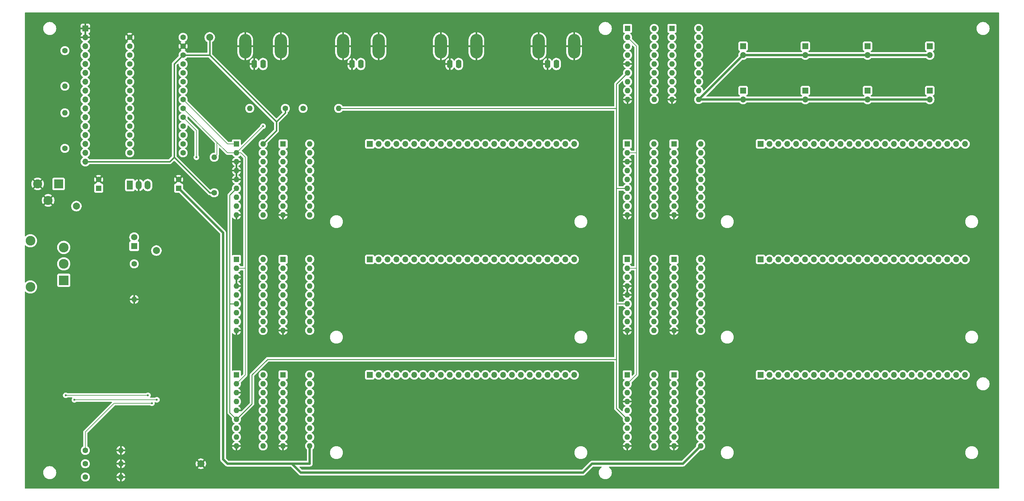
<source format=gbr>
%TF.GenerationSoftware,KiCad,Pcbnew,9.0.3*%
%TF.CreationDate,2025-09-08T11:07:08-04:00*%
%TF.ProjectId,HMS Olfactometer,484d5320-4f6c-4666-9163-746f6d657465,4.1*%
%TF.SameCoordinates,Original*%
%TF.FileFunction,Copper,L2,Bot*%
%TF.FilePolarity,Positive*%
%FSLAX46Y46*%
G04 Gerber Fmt 4.6, Leading zero omitted, Abs format (unit mm)*
G04 Created by KiCad (PCBNEW 9.0.3) date 2025-09-08 11:07:08*
%MOMM*%
%LPD*%
G01*
G04 APERTURE LIST*
%TA.AperFunction,ComponentPad*%
%ADD10R,1.600000X1.600000*%
%TD*%
%TA.AperFunction,ComponentPad*%
%ADD11O,1.600000X1.600000*%
%TD*%
%TA.AperFunction,ComponentPad*%
%ADD12R,1.700000X1.700000*%
%TD*%
%TA.AperFunction,ComponentPad*%
%ADD13O,1.700000X1.700000*%
%TD*%
%TA.AperFunction,ComponentPad*%
%ADD14C,1.600000*%
%TD*%
%TA.AperFunction,ComponentPad*%
%ADD15C,2.000000*%
%TD*%
%TA.AperFunction,ComponentPad*%
%ADD16R,2.600000X2.600000*%
%TD*%
%TA.AperFunction,ComponentPad*%
%ADD17C,2.600000*%
%TD*%
%TA.AperFunction,ComponentPad*%
%ADD18O,1.600000X2.500000*%
%TD*%
%TA.AperFunction,ComponentPad*%
%ADD19O,3.500000X7.000000*%
%TD*%
%TA.AperFunction,ComponentPad*%
%ADD20R,1.800000X1.800000*%
%TD*%
%TA.AperFunction,ComponentPad*%
%ADD21C,1.800000*%
%TD*%
%TA.AperFunction,ComponentPad*%
%ADD22R,1.700000X2.500000*%
%TD*%
%TA.AperFunction,ComponentPad*%
%ADD23O,1.700000X2.500000*%
%TD*%
%TA.AperFunction,ComponentPad*%
%ADD24R,2.775000X2.775000*%
%TD*%
%TA.AperFunction,ComponentPad*%
%ADD25C,2.775000*%
%TD*%
%TA.AperFunction,ViaPad*%
%ADD26C,0.600000*%
%TD*%
%TA.AperFunction,Conductor*%
%ADD27C,0.635000*%
%TD*%
%TA.AperFunction,Conductor*%
%ADD28C,0.200000*%
%TD*%
%TA.AperFunction,Conductor*%
%ADD29C,0.381000*%
%TD*%
%TA.AperFunction,Conductor*%
%ADD30C,0.254000*%
%TD*%
G04 APERTURE END LIST*
D10*
%TO.P,U8,1,I1*%
%TO.N,Net-(U8-I1)*%
X104775000Y-104140000D03*
D11*
%TO.P,U8,2,I2*%
%TO.N,Net-(U8-I2)*%
X104775000Y-106680000D03*
%TO.P,U8,3,I3*%
%TO.N,Net-(U8-I3)*%
X104775000Y-109220000D03*
%TO.P,U8,4,I4*%
%TO.N,Net-(U8-I4)*%
X104775000Y-111760000D03*
%TO.P,U8,5,I5*%
%TO.N,Net-(U8-I5)*%
X104775000Y-114300000D03*
%TO.P,U8,6,I6*%
%TO.N,Net-(U8-I6)*%
X104775000Y-116840000D03*
%TO.P,U8,7,I7*%
%TO.N,Net-(U8-I7)*%
X104775000Y-119380000D03*
%TO.P,U8,8,I8*%
%TO.N,Net-(U8-I8)*%
X104775000Y-121920000D03*
%TO.P,U8,9,GND*%
%TO.N,GND*%
X104775000Y-124460000D03*
%TO.P,U8,10,COM*%
%TO.N,+12V*%
X112395000Y-124460000D03*
%TO.P,U8,11,O8*%
%TO.N,Net-(J4-Pin_22)*%
X112395000Y-121920000D03*
%TO.P,U8,12,O7*%
%TO.N,Net-(J4-Pin_19)*%
X112395000Y-119380000D03*
%TO.P,U8,13,O6*%
%TO.N,Net-(J4-Pin_16)*%
X112395000Y-116840000D03*
%TO.P,U8,14,O5*%
%TO.N,Net-(J4-Pin_13)*%
X112395000Y-114300000D03*
%TO.P,U8,15,O4*%
%TO.N,Net-(J4-Pin_10)*%
X112395000Y-111760000D03*
%TO.P,U8,16,O3*%
%TO.N,Net-(J4-Pin_7)*%
X112395000Y-109220000D03*
%TO.P,U8,17,O2*%
%TO.N,Net-(J4-Pin_4)*%
X112395000Y-106680000D03*
%TO.P,U8,18,O1*%
%TO.N,Net-(J4-Pin_1)*%
X112395000Y-104140000D03*
%TD*%
D12*
%TO.P,J8,1,Pin_1*%
%TO.N,Net-(J8-Pin_1)*%
X254000000Y-43180000D03*
D13*
%TO.P,J8,2,Pin_2*%
%TO.N,+12V*%
X254000000Y-45720000D03*
%TD*%
D12*
%TO.P,J5,1,Pin_1*%
%TO.N,Net-(J5-Pin_1)*%
X241229000Y-104140000D03*
D13*
%TO.P,J5,2,Pin_2*%
%TO.N,+12V*%
X243769000Y-104140000D03*
%TO.P,J5,3,Pin_3*%
%TO.N,unconnected-(J5-Pin_3-Pad3)*%
X246309000Y-104140000D03*
%TO.P,J5,4,Pin_4*%
%TO.N,Net-(J5-Pin_4)*%
X248849000Y-104140000D03*
%TO.P,J5,5,Pin_5*%
%TO.N,+12V*%
X251389000Y-104140000D03*
%TO.P,J5,6,Pin_6*%
%TO.N,unconnected-(J5-Pin_6-Pad6)*%
X253929000Y-104140000D03*
%TO.P,J5,7,Pin_7*%
%TO.N,Net-(J5-Pin_7)*%
X256469000Y-104140000D03*
%TO.P,J5,8,Pin_8*%
%TO.N,+12V*%
X259009000Y-104140000D03*
%TO.P,J5,9,Pin_9*%
%TO.N,unconnected-(J5-Pin_9-Pad9)*%
X261549000Y-104140000D03*
%TO.P,J5,10,Pin_10*%
%TO.N,Net-(J5-Pin_10)*%
X264089000Y-104140000D03*
%TO.P,J5,11,Pin_11*%
%TO.N,+12V*%
X266629000Y-104140000D03*
%TO.P,J5,12,Pin_12*%
%TO.N,unconnected-(J5-Pin_12-Pad12)*%
X269169000Y-104140000D03*
%TO.P,J5,13,Pin_13*%
%TO.N,Net-(J5-Pin_13)*%
X271709000Y-104140000D03*
%TO.P,J5,14,Pin_14*%
%TO.N,+12V*%
X274249000Y-104140000D03*
%TO.P,J5,15,Pin_15*%
%TO.N,unconnected-(J5-Pin_15-Pad15)*%
X276789000Y-104140000D03*
%TO.P,J5,16,Pin_16*%
%TO.N,Net-(J5-Pin_16)*%
X279329000Y-104140000D03*
%TO.P,J5,17,Pin_17*%
%TO.N,+12V*%
X281869000Y-104140000D03*
%TO.P,J5,18,Pin_18*%
%TO.N,unconnected-(J5-Pin_18-Pad18)*%
X284409000Y-104140000D03*
%TO.P,J5,19,Pin_19*%
%TO.N,Net-(J5-Pin_19)*%
X286949000Y-104140000D03*
%TO.P,J5,20,Pin_20*%
%TO.N,+12V*%
X289489000Y-104140000D03*
%TO.P,J5,21,Pin_21*%
%TO.N,unconnected-(J5-Pin_21-Pad21)*%
X292029000Y-104140000D03*
%TO.P,J5,22,Pin_22*%
%TO.N,Net-(J5-Pin_22)*%
X294569000Y-104140000D03*
%TO.P,J5,23,Pin_23*%
%TO.N,+12V*%
X297109000Y-104140000D03*
%TO.P,J5,24,Pin_24*%
%TO.N,unconnected-(J5-Pin_24-Pad24)*%
X299649000Y-104140000D03*
%TD*%
D14*
%TO.P,R4,1*%
%TO.N,Net-(D1-K)*%
X62230000Y-105410000D03*
D11*
%TO.P,R4,2*%
%TO.N,GND*%
X62230000Y-115570000D03*
%TD*%
D14*
%TO.P,R3,1*%
%TO.N,Net-(J19-Pin_2)*%
X48260000Y-166370000D03*
D11*
%TO.P,R3,2*%
%TO.N,GND*%
X58420000Y-166370000D03*
%TD*%
D10*
%TO.P,U14,1,I1*%
%TO.N,Net-(U14-I1)*%
X215900000Y-38100000D03*
D11*
%TO.P,U14,2,I2*%
%TO.N,Net-(U14-I2)*%
X215900000Y-40640000D03*
%TO.P,U14,3,I3*%
%TO.N,Net-(U14-I3)*%
X215900000Y-43180000D03*
%TO.P,U14,4,I4*%
%TO.N,Net-(U14-I4)*%
X215900000Y-45720000D03*
%TO.P,U14,5,I5*%
%TO.N,Net-(U14-I5)*%
X215900000Y-48260000D03*
%TO.P,U14,6,I6*%
%TO.N,Net-(U14-I6)*%
X215900000Y-50800000D03*
%TO.P,U14,7,I7*%
%TO.N,Net-(U14-I7)*%
X215900000Y-53340000D03*
%TO.P,U14,8,I8*%
%TO.N,Net-(U14-I8)*%
X215900000Y-55880000D03*
%TO.P,U14,9,GND*%
%TO.N,GND*%
X215900000Y-58420000D03*
%TO.P,U14,10,COM*%
%TO.N,+12V*%
X223520000Y-58420000D03*
%TO.P,U14,11,O8*%
%TO.N,Net-(J14-Pin_1)*%
X223520000Y-55880000D03*
%TO.P,U14,12,O7*%
%TO.N,Net-(J13-Pin_1)*%
X223520000Y-53340000D03*
%TO.P,U14,13,O6*%
%TO.N,Net-(J12-Pin_1)*%
X223520000Y-50800000D03*
%TO.P,U14,14,O5*%
%TO.N,Net-(J11-Pin_1)*%
X223520000Y-48260000D03*
%TO.P,U14,15,O4*%
%TO.N,Net-(J10-Pin_1)*%
X223520000Y-45720000D03*
%TO.P,U14,16,O3*%
%TO.N,Net-(J9-Pin_1)*%
X223520000Y-43180000D03*
%TO.P,U14,17,O2*%
%TO.N,Net-(J8-Pin_1)*%
X223520000Y-40640000D03*
%TO.P,U14,18,O1*%
%TO.N,Net-(J7-Pin_1)*%
X223520000Y-38100000D03*
%TD*%
D12*
%TO.P,J12,1,Pin_1*%
%TO.N,Net-(J12-Pin_1)*%
X254000000Y-55880000D03*
D13*
%TO.P,J12,2,Pin_2*%
%TO.N,+12V*%
X254000000Y-58420000D03*
%TD*%
D10*
%TO.P,U10,1,I1*%
%TO.N,Net-(U10-I1)*%
X216464000Y-104140000D03*
D11*
%TO.P,U10,2,I2*%
%TO.N,Net-(U10-I2)*%
X216464000Y-106680000D03*
%TO.P,U10,3,I3*%
%TO.N,Net-(U10-I3)*%
X216464000Y-109220000D03*
%TO.P,U10,4,I4*%
%TO.N,Net-(U10-I4)*%
X216464000Y-111760000D03*
%TO.P,U10,5,I5*%
%TO.N,Net-(U10-I5)*%
X216464000Y-114300000D03*
%TO.P,U10,6,I6*%
%TO.N,Net-(U10-I6)*%
X216464000Y-116840000D03*
%TO.P,U10,7,I7*%
%TO.N,Net-(U10-I7)*%
X216464000Y-119380000D03*
%TO.P,U10,8,I8*%
%TO.N,Net-(U10-I8)*%
X216464000Y-121920000D03*
%TO.P,U10,9,GND*%
%TO.N,GND*%
X216464000Y-124460000D03*
%TO.P,U10,10,COM*%
%TO.N,+12V*%
X224084000Y-124460000D03*
%TO.P,U10,11,O8*%
%TO.N,Net-(J5-Pin_22)*%
X224084000Y-121920000D03*
%TO.P,U10,12,O7*%
%TO.N,Net-(J5-Pin_19)*%
X224084000Y-119380000D03*
%TO.P,U10,13,O6*%
%TO.N,Net-(J5-Pin_16)*%
X224084000Y-116840000D03*
%TO.P,U10,14,O5*%
%TO.N,Net-(J5-Pin_13)*%
X224084000Y-114300000D03*
%TO.P,U10,15,O4*%
%TO.N,Net-(J5-Pin_10)*%
X224084000Y-111760000D03*
%TO.P,U10,16,O3*%
%TO.N,Net-(J5-Pin_7)*%
X224084000Y-109220000D03*
%TO.P,U10,17,O2*%
%TO.N,Net-(J5-Pin_4)*%
X224084000Y-106680000D03*
%TO.P,U10,18,O1*%
%TO.N,Net-(J5-Pin_1)*%
X224084000Y-104140000D03*
%TD*%
D10*
%TO.P,U7,1,SCL*%
%TO.N,SCL-0*%
X203129000Y-71120000D03*
D11*
%TO.P,U7,2,SDA*%
%TO.N,SDA-0*%
X203129000Y-73660000D03*
%TO.P,U7,3,A2*%
%TO.N,GND*%
X203129000Y-76200000D03*
%TO.P,U7,4,A1*%
%TO.N,+3.3V*%
X203129000Y-78740000D03*
%TO.P,U7,5,A0*%
X203129000Y-81280000D03*
%TO.P,U7,6,~{RESET}*%
%TO.N,RESET*%
X203129000Y-83820000D03*
%TO.P,U7,7,NC*%
%TO.N,unconnected-(U7-NC-Pad7)*%
X203129000Y-86360000D03*
%TO.P,U7,8,INT*%
%TO.N,unconnected-(U7-INT-Pad8)*%
X203129000Y-88900000D03*
%TO.P,U7,9,VSS*%
%TO.N,GND*%
X203129000Y-91440000D03*
%TO.P,U7,10,GP0*%
%TO.N,Net-(U6-I8)*%
X210749000Y-91440000D03*
%TO.P,U7,11,GP1*%
%TO.N,Net-(U6-I7)*%
X210749000Y-88900000D03*
%TO.P,U7,12,GP2*%
%TO.N,Net-(U6-I6)*%
X210749000Y-86360000D03*
%TO.P,U7,13,GP3*%
%TO.N,Net-(U6-I5)*%
X210749000Y-83820000D03*
%TO.P,U7,14,GP4*%
%TO.N,Net-(U6-I4)*%
X210749000Y-81280000D03*
%TO.P,U7,15,GP5*%
%TO.N,Net-(U6-I3)*%
X210749000Y-78740000D03*
%TO.P,U7,16,GP6*%
%TO.N,Net-(U6-I2)*%
X210749000Y-76200000D03*
%TO.P,U7,17,GP7*%
%TO.N,Net-(U6-I1)*%
X210749000Y-73660000D03*
%TO.P,U7,18,VDD*%
%TO.N,+3.3V*%
X210749000Y-71120000D03*
%TD*%
D14*
%TO.P,U1,1,GND*%
%TO.N,GND*%
X60960000Y-40640000D03*
%TO.P,U1,2,0_RX1_CRX2_CS1*%
%TO.N,Net-(J24-Pin_3)*%
X60960000Y-43180000D03*
%TO.P,U1,3,1_TX1_CTX2_MISO1*%
%TO.N,Net-(J24-Pin_4)*%
X60960000Y-45720000D03*
%TO.P,U1,4,2_OUT2*%
%TO.N,Net-(J24-Pin_5)*%
X60960000Y-48260000D03*
%TO.P,U1,5,3_LRCLK2*%
%TO.N,Net-(J24-Pin_6)*%
X60960000Y-50800000D03*
%TO.P,U1,6,4_BCLK2*%
%TO.N,Net-(J24-Pin_7)*%
X60960000Y-53340000D03*
%TO.P,U1,7,5_IN2*%
%TO.N,Net-(J24-Pin_8)*%
X60960000Y-55880000D03*
%TO.P,U1,8,6_OUT1D*%
%TO.N,Net-(J24-Pin_9)*%
X60960000Y-58420000D03*
%TO.P,U1,9,7_RX2_OUT1A*%
%TO.N,Net-(J24-Pin_10)*%
X60960000Y-60960000D03*
%TO.P,U1,10,8_TX2_IN1*%
%TO.N,Net-(J24-Pin_11)*%
X60960000Y-63500000D03*
%TO.P,U1,11,9_OUT1C*%
%TO.N,Net-(J24-Pin_12)*%
X60960000Y-66040000D03*
%TO.P,U1,12,10_CS_MQSR*%
%TO.N,Net-(J24-Pin_13)*%
X60960000Y-68580000D03*
%TO.P,U1,13,11_MOSI_CTX1*%
%TO.N,Net-(J24-Pin_14)*%
X60960000Y-71120000D03*
%TO.P,U1,14,12_MISO_MQSL*%
%TO.N,unconnected-(U1-12_MISO_MQSL-Pad14)*%
X60960000Y-73660000D03*
%TO.P,U1,20,13_SCK_CRX1_LED*%
%TO.N,unconnected-(U1-13_SCK_CRX1_LED-Pad20)*%
X76200000Y-73660000D03*
%TO.P,U1,21,14_A0_TX3_SPDIF_OUT*%
%TO.N,Net-(J23-In)*%
X76200000Y-71120000D03*
%TO.P,U1,22,15_A1_RX3_SPDIF_IN*%
%TO.N,Net-(J22-In)*%
X76200000Y-68580000D03*
%TO.P,U1,23,16_A2_RX4_SCL1*%
%TO.N,/SCL-1*%
X76200000Y-66040000D03*
%TO.P,U1,24,17_A3_TX4_SDA1*%
%TO.N,/SDA-1*%
X76200000Y-63500000D03*
%TO.P,U1,25,18_A4_SDA0*%
%TO.N,SDA-0*%
X76200000Y-60960000D03*
%TO.P,U1,26,19_A5_SCL0*%
%TO.N,SCL-0*%
X76200000Y-58420000D03*
%TO.P,U1,27,20_A6_TX5_LRCLK1*%
%TO.N,unconnected-(U1-20_A6_TX5_LRCLK1-Pad27)*%
X76200000Y-55880000D03*
%TO.P,U1,28,21_A7_RX5_BCLK1*%
%TO.N,unconnected-(U1-21_A7_RX5_BCLK1-Pad28)*%
X76200000Y-53340000D03*
%TO.P,U1,29,22_A8_CTX1*%
%TO.N,Net-(J21-In)*%
X76200000Y-50800000D03*
%TO.P,U1,30,23_A9_CRX1_MCLK1*%
%TO.N,Net-(J20-In)*%
X76200000Y-48260000D03*
%TO.P,U1,31,3V3*%
%TO.N,+3.3V*%
X76200000Y-45720000D03*
%TO.P,U1,32,GND*%
%TO.N,GND*%
X76200000Y-43180000D03*
%TO.P,U1,33,VIN*%
%TO.N,unconnected-(U1-VIN-Pad33)*%
X76200000Y-40640000D03*
%TD*%
D15*
%TO.P,TP4,1,1*%
%TO.N,+3.3V*%
X83820000Y-40640000D03*
%TD*%
D16*
%TO.P,J15,1*%
%TO.N,Net-(JP1-A)*%
X40640000Y-82550000D03*
D17*
%TO.P,J15,2*%
%TO.N,GND*%
X34640000Y-82550000D03*
%TO.P,J15,3*%
X37640000Y-87250000D03*
%TD*%
D10*
%TO.P,C1,1*%
%TO.N,+24V*%
X52070000Y-83780000D03*
D14*
%TO.P,C1,2*%
%TO.N,GND*%
X52070000Y-81280000D03*
%TD*%
D18*
%TO.P,J22,1,In*%
%TO.N,Net-(J22-In)*%
X154940000Y-48260000D03*
D19*
%TO.P,J22,2,Ext*%
%TO.N,GND*%
X149860000Y-43180000D03*
D18*
X152400000Y-48260000D03*
D19*
X160020000Y-43180000D03*
%TD*%
D14*
%TO.P,R2,1*%
%TO.N,Net-(J17-Pin_2)*%
X48260000Y-162560000D03*
D11*
%TO.P,R2,2*%
%TO.N,GND*%
X58420000Y-162560000D03*
%TD*%
D10*
%TO.P,U9,1,SCL*%
%TO.N,SCL-0*%
X91440000Y-104140000D03*
D11*
%TO.P,U9,2,SDA*%
%TO.N,SDA-0*%
X91440000Y-106680000D03*
%TO.P,U9,3,A2*%
%TO.N,GND*%
X91440000Y-109220000D03*
%TO.P,U9,4,A1*%
X91440000Y-111760000D03*
%TO.P,U9,5,A0*%
%TO.N,+3.3V*%
X91440000Y-114300000D03*
%TO.P,U9,6,~{RESET}*%
%TO.N,RESET*%
X91440000Y-116840000D03*
%TO.P,U9,7,NC*%
%TO.N,unconnected-(U9-NC-Pad7)*%
X91440000Y-119380000D03*
%TO.P,U9,8,INT*%
%TO.N,unconnected-(U9-INT-Pad8)*%
X91440000Y-121920000D03*
%TO.P,U9,9,VSS*%
%TO.N,GND*%
X91440000Y-124460000D03*
%TO.P,U9,10,GP0*%
%TO.N,Net-(U8-I8)*%
X99060000Y-124460000D03*
%TO.P,U9,11,GP1*%
%TO.N,Net-(U8-I7)*%
X99060000Y-121920000D03*
%TO.P,U9,12,GP2*%
%TO.N,Net-(U8-I6)*%
X99060000Y-119380000D03*
%TO.P,U9,13,GP3*%
%TO.N,Net-(U8-I5)*%
X99060000Y-116840000D03*
%TO.P,U9,14,GP4*%
%TO.N,Net-(U8-I4)*%
X99060000Y-114300000D03*
%TO.P,U9,15,GP5*%
%TO.N,Net-(U8-I3)*%
X99060000Y-111760000D03*
%TO.P,U9,16,GP6*%
%TO.N,Net-(U8-I2)*%
X99060000Y-109220000D03*
%TO.P,U9,17,GP7*%
%TO.N,Net-(U8-I1)*%
X99060000Y-106680000D03*
%TO.P,U9,18,VDD*%
%TO.N,+3.3V*%
X99060000Y-104140000D03*
%TD*%
D14*
%TO.P,R16,1*%
%TO.N,+3.3V*%
X110490000Y-60960000D03*
D11*
%TO.P,R16,2*%
%TO.N,RESET*%
X120650000Y-60960000D03*
%TD*%
D12*
%TO.P,J13,1,Pin_1*%
%TO.N,Net-(J13-Pin_1)*%
X271780000Y-55880000D03*
D13*
%TO.P,J13,2,Pin_2*%
%TO.N,+12V*%
X271780000Y-58420000D03*
%TD*%
D12*
%TO.P,J9,1,Pin_1*%
%TO.N,Net-(J9-Pin_1)*%
X271780000Y-43180000D03*
D13*
%TO.P,J9,2,Pin_2*%
%TO.N,+12V*%
X271780000Y-45720000D03*
%TD*%
D20*
%TO.P,D1,1,K*%
%TO.N,Net-(D1-K)*%
X62230000Y-100330000D03*
D21*
%TO.P,D1,2,A*%
%TO.N,+12V*%
X62230000Y-97790000D03*
%TD*%
D15*
%TO.P,TP2,1,1*%
%TO.N,+12V*%
X68580000Y-101600000D03*
%TD*%
D18*
%TO.P,J20,1,In*%
%TO.N,Net-(J20-In)*%
X99060000Y-48260000D03*
D19*
%TO.P,J20,2,Ext*%
%TO.N,GND*%
X93980000Y-43180000D03*
D18*
X96520000Y-48260000D03*
D19*
X104140000Y-43180000D03*
%TD*%
D14*
%TO.P,R7,1*%
%TO.N,+3.3V*%
X85090000Y-85090000D03*
D11*
%TO.P,R7,2*%
%TO.N,SDA-0*%
X85090000Y-74930000D03*
%TD*%
D10*
%TO.P,U4,1,I1*%
%TO.N,Net-(U4-I1)*%
X216464000Y-137160000D03*
D11*
%TO.P,U4,2,I2*%
%TO.N,Net-(U4-I2)*%
X216464000Y-139700000D03*
%TO.P,U4,3,I3*%
%TO.N,Net-(U4-I3)*%
X216464000Y-142240000D03*
%TO.P,U4,4,I4*%
%TO.N,Net-(U4-I4)*%
X216464000Y-144780000D03*
%TO.P,U4,5,I5*%
%TO.N,Net-(U4-I5)*%
X216464000Y-147320000D03*
%TO.P,U4,6,I6*%
%TO.N,Net-(U4-I6)*%
X216464000Y-149860000D03*
%TO.P,U4,7,I7*%
%TO.N,Net-(U4-I7)*%
X216464000Y-152400000D03*
%TO.P,U4,8,I8*%
%TO.N,Net-(U4-I8)*%
X216464000Y-154940000D03*
%TO.P,U4,9,GND*%
%TO.N,GND*%
X216464000Y-157480000D03*
%TO.P,U4,10,COM*%
%TO.N,+12V*%
X224084000Y-157480000D03*
%TO.P,U4,11,O8*%
%TO.N,Net-(J2-Pin_22)*%
X224084000Y-154940000D03*
%TO.P,U4,12,O7*%
%TO.N,Net-(J2-Pin_19)*%
X224084000Y-152400000D03*
%TO.P,U4,13,O6*%
%TO.N,Net-(J2-Pin_16)*%
X224084000Y-149860000D03*
%TO.P,U4,14,O5*%
%TO.N,Net-(J2-Pin_13)*%
X224084000Y-147320000D03*
%TO.P,U4,15,O4*%
%TO.N,Net-(J2-Pin_10)*%
X224084000Y-144780000D03*
%TO.P,U4,16,O3*%
%TO.N,Net-(J2-Pin_7)*%
X224084000Y-142240000D03*
%TO.P,U4,17,O2*%
%TO.N,Net-(J2-Pin_4)*%
X224084000Y-139700000D03*
%TO.P,U4,18,O1*%
%TO.N,Net-(J2-Pin_1)*%
X224084000Y-137160000D03*
%TD*%
D12*
%TO.P,J4,1,Pin_1*%
%TO.N,Net-(J4-Pin_1)*%
X129540000Y-104140000D03*
D13*
%TO.P,J4,2,Pin_2*%
%TO.N,+12V*%
X132080000Y-104140000D03*
%TO.P,J4,3,Pin_3*%
%TO.N,unconnected-(J4-Pin_3-Pad3)*%
X134620000Y-104140000D03*
%TO.P,J4,4,Pin_4*%
%TO.N,Net-(J4-Pin_4)*%
X137160000Y-104140000D03*
%TO.P,J4,5,Pin_5*%
%TO.N,+12V*%
X139700000Y-104140000D03*
%TO.P,J4,6,Pin_6*%
%TO.N,unconnected-(J4-Pin_6-Pad6)*%
X142240000Y-104140000D03*
%TO.P,J4,7,Pin_7*%
%TO.N,Net-(J4-Pin_7)*%
X144780000Y-104140000D03*
%TO.P,J4,8,Pin_8*%
%TO.N,+12V*%
X147320000Y-104140000D03*
%TO.P,J4,9,Pin_9*%
%TO.N,unconnected-(J4-Pin_9-Pad9)*%
X149860000Y-104140000D03*
%TO.P,J4,10,Pin_10*%
%TO.N,Net-(J4-Pin_10)*%
X152400000Y-104140000D03*
%TO.P,J4,11,Pin_11*%
%TO.N,+12V*%
X154940000Y-104140000D03*
%TO.P,J4,12,Pin_12*%
%TO.N,unconnected-(J4-Pin_12-Pad12)*%
X157480000Y-104140000D03*
%TO.P,J4,13,Pin_13*%
%TO.N,Net-(J4-Pin_13)*%
X160020000Y-104140000D03*
%TO.P,J4,14,Pin_14*%
%TO.N,+12V*%
X162560000Y-104140000D03*
%TO.P,J4,15,Pin_15*%
%TO.N,unconnected-(J4-Pin_15-Pad15)*%
X165100000Y-104140000D03*
%TO.P,J4,16,Pin_16*%
%TO.N,Net-(J4-Pin_16)*%
X167640000Y-104140000D03*
%TO.P,J4,17,Pin_17*%
%TO.N,+12V*%
X170180000Y-104140000D03*
%TO.P,J4,18,Pin_18*%
%TO.N,unconnected-(J4-Pin_18-Pad18)*%
X172720000Y-104140000D03*
%TO.P,J4,19,Pin_19*%
%TO.N,Net-(J4-Pin_19)*%
X175260000Y-104140000D03*
%TO.P,J4,20,Pin_20*%
%TO.N,+12V*%
X177800000Y-104140000D03*
%TO.P,J4,21,Pin_21*%
%TO.N,unconnected-(J4-Pin_21-Pad21)*%
X180340000Y-104140000D03*
%TO.P,J4,22,Pin_22*%
%TO.N,Net-(J4-Pin_22)*%
X182880000Y-104140000D03*
%TO.P,J4,23,Pin_23*%
%TO.N,+12V*%
X185420000Y-104140000D03*
%TO.P,J4,24,Pin_24*%
%TO.N,unconnected-(J4-Pin_24-Pad24)*%
X187960000Y-104140000D03*
%TD*%
D22*
%TO.P,U16,1,IN*%
%TO.N,+24V*%
X61002500Y-82882500D03*
D23*
%TO.P,U16,2,GND*%
%TO.N,GND*%
X63542500Y-82882500D03*
%TO.P,U16,3,OUT*%
%TO.N,+12V*%
X66082500Y-82882500D03*
%TD*%
D12*
%TO.P,J2,1,Pin_1*%
%TO.N,Net-(J2-Pin_1)*%
X241229000Y-137160000D03*
D13*
%TO.P,J2,2,Pin_2*%
%TO.N,+12V*%
X243769000Y-137160000D03*
%TO.P,J2,3,Pin_3*%
%TO.N,unconnected-(J2-Pin_3-Pad3)*%
X246309000Y-137160000D03*
%TO.P,J2,4,Pin_4*%
%TO.N,Net-(J2-Pin_4)*%
X248849000Y-137160000D03*
%TO.P,J2,5,Pin_5*%
%TO.N,+12V*%
X251389000Y-137160000D03*
%TO.P,J2,6,Pin_6*%
%TO.N,unconnected-(J2-Pin_6-Pad6)*%
X253929000Y-137160000D03*
%TO.P,J2,7,Pin_7*%
%TO.N,Net-(J2-Pin_7)*%
X256469000Y-137160000D03*
%TO.P,J2,8,Pin_8*%
%TO.N,+12V*%
X259009000Y-137160000D03*
%TO.P,J2,9,Pin_9*%
%TO.N,unconnected-(J2-Pin_9-Pad9)*%
X261549000Y-137160000D03*
%TO.P,J2,10,Pin_10*%
%TO.N,Net-(J2-Pin_10)*%
X264089000Y-137160000D03*
%TO.P,J2,11,Pin_11*%
%TO.N,+12V*%
X266629000Y-137160000D03*
%TO.P,J2,12,Pin_12*%
%TO.N,unconnected-(J2-Pin_12-Pad12)*%
X269169000Y-137160000D03*
%TO.P,J2,13,Pin_13*%
%TO.N,Net-(J2-Pin_13)*%
X271709000Y-137160000D03*
%TO.P,J2,14,Pin_14*%
%TO.N,+12V*%
X274249000Y-137160000D03*
%TO.P,J2,15,Pin_15*%
%TO.N,unconnected-(J2-Pin_15-Pad15)*%
X276789000Y-137160000D03*
%TO.P,J2,16,Pin_16*%
%TO.N,Net-(J2-Pin_16)*%
X279329000Y-137160000D03*
%TO.P,J2,17,Pin_17*%
%TO.N,+12V*%
X281869000Y-137160000D03*
%TO.P,J2,18,Pin_18*%
%TO.N,unconnected-(J2-Pin_18-Pad18)*%
X284409000Y-137160000D03*
%TO.P,J2,19,Pin_19*%
%TO.N,Net-(J2-Pin_19)*%
X286949000Y-137160000D03*
%TO.P,J2,20,Pin_20*%
%TO.N,+12V*%
X289489000Y-137160000D03*
%TO.P,J2,21,Pin_21*%
%TO.N,unconnected-(J2-Pin_21-Pad21)*%
X292029000Y-137160000D03*
%TO.P,J2,22,Pin_22*%
%TO.N,Net-(J2-Pin_22)*%
X294569000Y-137160000D03*
%TO.P,J2,23,Pin_23*%
%TO.N,+12V*%
X297109000Y-137160000D03*
%TO.P,J2,24,Pin_24*%
%TO.N,unconnected-(J2-Pin_24-Pad24)*%
X299649000Y-137160000D03*
%TD*%
D24*
%TO.P,SW1,1,A*%
%TO.N,Net-(JP1-A)*%
X42103000Y-110110000D03*
D25*
%TO.P,SW1,2,B*%
%TO.N,+24V*%
X42103000Y-105410000D03*
%TO.P,SW1,3*%
%TO.N,N/C*%
X42103000Y-100710000D03*
%TO.P,SW1,S1*%
X32573000Y-112015000D03*
%TO.P,SW1,S2*%
X32573000Y-98805000D03*
%TD*%
D12*
%TO.P,J11,1,Pin_1*%
%TO.N,Net-(J11-Pin_1)*%
X236220000Y-55880000D03*
D13*
%TO.P,J11,2,Pin_2*%
%TO.N,+12V*%
X236220000Y-58420000D03*
%TD*%
D10*
%TO.P,U13,1,SCL*%
%TO.N,SCL-0*%
X91440000Y-71120000D03*
D11*
%TO.P,U13,2,SDA*%
%TO.N,SDA-0*%
X91440000Y-73660000D03*
%TO.P,U13,3,A2*%
%TO.N,GND*%
X91440000Y-76200000D03*
%TO.P,U13,4,A1*%
X91440000Y-78740000D03*
%TO.P,U13,5,A0*%
X91440000Y-81280000D03*
%TO.P,U13,6,~{RESET}*%
%TO.N,RESET*%
X91440000Y-83820000D03*
%TO.P,U13,7,NC*%
%TO.N,unconnected-(U13-NC-Pad7)*%
X91440000Y-86360000D03*
%TO.P,U13,8,INT*%
%TO.N,unconnected-(U13-INT-Pad8)*%
X91440000Y-88900000D03*
%TO.P,U13,9,VSS*%
%TO.N,GND*%
X91440000Y-91440000D03*
%TO.P,U13,10,GP0*%
%TO.N,Net-(U12-I8)*%
X99060000Y-91440000D03*
%TO.P,U13,11,GP1*%
%TO.N,Net-(U12-I7)*%
X99060000Y-88900000D03*
%TO.P,U13,12,GP2*%
%TO.N,Net-(U12-I6)*%
X99060000Y-86360000D03*
%TO.P,U13,13,GP3*%
%TO.N,Net-(U12-I5)*%
X99060000Y-83820000D03*
%TO.P,U13,14,GP4*%
%TO.N,Net-(U12-I4)*%
X99060000Y-81280000D03*
%TO.P,U13,15,GP5*%
%TO.N,Net-(U12-I3)*%
X99060000Y-78740000D03*
%TO.P,U13,16,GP6*%
%TO.N,Net-(U12-I2)*%
X99060000Y-76200000D03*
%TO.P,U13,17,GP7*%
%TO.N,Net-(U12-I1)*%
X99060000Y-73660000D03*
%TO.P,U13,18,VDD*%
%TO.N,+3.3V*%
X99060000Y-71120000D03*
%TD*%
D10*
%TO.P,U2,1,I1*%
%TO.N,Net-(U2-I1)*%
X104775000Y-137160000D03*
D11*
%TO.P,U2,2,I2*%
%TO.N,Net-(U2-I2)*%
X104775000Y-139700000D03*
%TO.P,U2,3,I3*%
%TO.N,Net-(U2-I3)*%
X104775000Y-142240000D03*
%TO.P,U2,4,I4*%
%TO.N,Net-(U2-I4)*%
X104775000Y-144780000D03*
%TO.P,U2,5,I5*%
%TO.N,Net-(U2-I5)*%
X104775000Y-147320000D03*
%TO.P,U2,6,I6*%
%TO.N,Net-(U2-I6)*%
X104775000Y-149860000D03*
%TO.P,U2,7,I7*%
%TO.N,Net-(U2-I7)*%
X104775000Y-152400000D03*
%TO.P,U2,8,I8*%
%TO.N,Net-(U2-I8)*%
X104775000Y-154940000D03*
%TO.P,U2,9,GND*%
%TO.N,GND*%
X104775000Y-157480000D03*
%TO.P,U2,10,COM*%
%TO.N,+12V*%
X112395000Y-157480000D03*
%TO.P,U2,11,O8*%
%TO.N,Net-(J1-Pin_22)*%
X112395000Y-154940000D03*
%TO.P,U2,12,O7*%
%TO.N,Net-(J1-Pin_19)*%
X112395000Y-152400000D03*
%TO.P,U2,13,O6*%
%TO.N,Net-(J1-Pin_16)*%
X112395000Y-149860000D03*
%TO.P,U2,14,O5*%
%TO.N,Net-(J1-Pin_13)*%
X112395000Y-147320000D03*
%TO.P,U2,15,O4*%
%TO.N,Net-(J1-Pin_10)*%
X112395000Y-144780000D03*
%TO.P,U2,16,O3*%
%TO.N,Net-(J1-Pin_7)*%
X112395000Y-142240000D03*
%TO.P,U2,17,O2*%
%TO.N,Net-(J1-Pin_4)*%
X112395000Y-139700000D03*
%TO.P,U2,18,O1*%
%TO.N,Net-(J1-Pin_1)*%
X112395000Y-137160000D03*
%TD*%
D10*
%TO.P,U15,1,SCL*%
%TO.N,SCL-0*%
X203200000Y-38100000D03*
D11*
%TO.P,U15,2,SDA*%
%TO.N,SDA-0*%
X203200000Y-40640000D03*
%TO.P,U15,3,A2*%
%TO.N,+3.3V*%
X203200000Y-43180000D03*
%TO.P,U15,4,A1*%
X203200000Y-45720000D03*
%TO.P,U15,5,A0*%
%TO.N,GND*%
X203200000Y-48260000D03*
%TO.P,U15,6,~{RESET}*%
%TO.N,RESET*%
X203200000Y-50800000D03*
%TO.P,U15,7,NC*%
%TO.N,unconnected-(U15-NC-Pad7)*%
X203200000Y-53340000D03*
%TO.P,U15,8,INT*%
%TO.N,unconnected-(U15-INT-Pad8)*%
X203200000Y-55880000D03*
%TO.P,U15,9,VSS*%
%TO.N,GND*%
X203200000Y-58420000D03*
%TO.P,U15,10,GP0*%
%TO.N,Net-(U14-I8)*%
X210820000Y-58420000D03*
%TO.P,U15,11,GP1*%
%TO.N,Net-(U14-I7)*%
X210820000Y-55880000D03*
%TO.P,U15,12,GP2*%
%TO.N,Net-(U14-I6)*%
X210820000Y-53340000D03*
%TO.P,U15,13,GP3*%
%TO.N,Net-(U14-I5)*%
X210820000Y-50800000D03*
%TO.P,U15,14,GP4*%
%TO.N,Net-(U14-I4)*%
X210820000Y-48260000D03*
%TO.P,U15,15,GP5*%
%TO.N,Net-(U14-I3)*%
X210820000Y-45720000D03*
%TO.P,U15,16,GP6*%
%TO.N,Net-(U14-I2)*%
X210820000Y-43180000D03*
%TO.P,U15,17,GP7*%
%TO.N,Net-(U14-I1)*%
X210820000Y-40640000D03*
%TO.P,U15,18,VDD*%
%TO.N,+3.3V*%
X210820000Y-38100000D03*
%TD*%
D15*
%TO.P,TP3,1,1*%
%TO.N,GND*%
X81280000Y-162560000D03*
%TD*%
D14*
%TO.P,R1,1*%
%TO.N,Net-(J18-Pin_2)*%
X48260000Y-158750000D03*
D11*
%TO.P,R1,2*%
%TO.N,GND*%
X58420000Y-158750000D03*
%TD*%
D10*
%TO.P,U11,1,SCL*%
%TO.N,SCL-0*%
X203129000Y-104140000D03*
D11*
%TO.P,U11,2,SDA*%
%TO.N,SDA-0*%
X203129000Y-106680000D03*
%TO.P,U11,3,A2*%
%TO.N,+3.3V*%
X203129000Y-109220000D03*
%TO.P,U11,4,A1*%
%TO.N,GND*%
X203129000Y-111760000D03*
%TO.P,U11,5,A0*%
X203129000Y-114300000D03*
%TO.P,U11,6,~{RESET}*%
%TO.N,RESET*%
X203129000Y-116840000D03*
%TO.P,U11,7,NC*%
%TO.N,unconnected-(U11-NC-Pad7)*%
X203129000Y-119380000D03*
%TO.P,U11,8,INT*%
%TO.N,unconnected-(U11-INT-Pad8)*%
X203129000Y-121920000D03*
%TO.P,U11,9,VSS*%
%TO.N,GND*%
X203129000Y-124460000D03*
%TO.P,U11,10,GP0*%
%TO.N,Net-(U10-I8)*%
X210749000Y-124460000D03*
%TO.P,U11,11,GP1*%
%TO.N,Net-(U10-I7)*%
X210749000Y-121920000D03*
%TO.P,U11,12,GP2*%
%TO.N,Net-(U10-I6)*%
X210749000Y-119380000D03*
%TO.P,U11,13,GP3*%
%TO.N,Net-(U10-I5)*%
X210749000Y-116840000D03*
%TO.P,U11,14,GP4*%
%TO.N,Net-(U10-I4)*%
X210749000Y-114300000D03*
%TO.P,U11,15,GP5*%
%TO.N,Net-(U10-I3)*%
X210749000Y-111760000D03*
%TO.P,U11,16,GP6*%
%TO.N,Net-(U10-I2)*%
X210749000Y-109220000D03*
%TO.P,U11,17,GP7*%
%TO.N,Net-(U10-I1)*%
X210749000Y-106680000D03*
%TO.P,U11,18,VDD*%
%TO.N,+3.3V*%
X210749000Y-104140000D03*
%TD*%
D12*
%TO.P,J10,1,Pin_1*%
%TO.N,Net-(J10-Pin_1)*%
X289560000Y-43180000D03*
D13*
%TO.P,J10,2,Pin_2*%
%TO.N,+12V*%
X289560000Y-45720000D03*
%TD*%
D10*
%TO.P,U5,1,SCL*%
%TO.N,SCL-0*%
X203129000Y-137160000D03*
D11*
%TO.P,U5,2,SDA*%
%TO.N,SDA-0*%
X203129000Y-139700000D03*
%TO.P,U5,3,A2*%
%TO.N,+3.3V*%
X203129000Y-142240000D03*
%TO.P,U5,4,A1*%
%TO.N,GND*%
X203129000Y-144780000D03*
%TO.P,U5,5,A0*%
%TO.N,+3.3V*%
X203129000Y-147320000D03*
%TO.P,U5,6,~{RESET}*%
%TO.N,RESET*%
X203129000Y-149860000D03*
%TO.P,U5,7,NC*%
%TO.N,unconnected-(U5-NC-Pad7)*%
X203129000Y-152400000D03*
%TO.P,U5,8,INT*%
%TO.N,unconnected-(U5-INT-Pad8)*%
X203129000Y-154940000D03*
%TO.P,U5,9,VSS*%
%TO.N,GND*%
X203129000Y-157480000D03*
%TO.P,U5,10,GP0*%
%TO.N,Net-(U4-I8)*%
X210749000Y-157480000D03*
%TO.P,U5,11,GP1*%
%TO.N,Net-(U4-I7)*%
X210749000Y-154940000D03*
%TO.P,U5,12,GP2*%
%TO.N,Net-(U4-I6)*%
X210749000Y-152400000D03*
%TO.P,U5,13,GP3*%
%TO.N,Net-(U4-I5)*%
X210749000Y-149860000D03*
%TO.P,U5,14,GP4*%
%TO.N,Net-(U4-I4)*%
X210749000Y-147320000D03*
%TO.P,U5,15,GP5*%
%TO.N,Net-(U4-I3)*%
X210749000Y-144780000D03*
%TO.P,U5,16,GP6*%
%TO.N,Net-(U4-I2)*%
X210749000Y-142240000D03*
%TO.P,U5,17,GP7*%
%TO.N,Net-(U4-I1)*%
X210749000Y-139700000D03*
%TO.P,U5,18,VDD*%
%TO.N,+3.3V*%
X210749000Y-137160000D03*
%TD*%
D14*
%TO.P,R5,1*%
%TO.N,+3.3V*%
X42418000Y-44450000D03*
D11*
%TO.P,R5,2*%
%TO.N,/SDA-1*%
X42418000Y-54610000D03*
%TD*%
D10*
%TO.P,U3,1,SCL*%
%TO.N,SCL-0*%
X91440000Y-137160000D03*
D11*
%TO.P,U3,2,SDA*%
%TO.N,SDA-0*%
X91440000Y-139700000D03*
%TO.P,U3,3,A2*%
%TO.N,GND*%
X91440000Y-142240000D03*
%TO.P,U3,4,A1*%
%TO.N,+3.3V*%
X91440000Y-144780000D03*
%TO.P,U3,5,A0*%
%TO.N,GND*%
X91440000Y-147320000D03*
%TO.P,U3,6,~{RESET}*%
%TO.N,RESET*%
X91440000Y-149860000D03*
%TO.P,U3,7,NC*%
%TO.N,unconnected-(U3-NC-Pad7)*%
X91440000Y-152400000D03*
%TO.P,U3,8,INT*%
%TO.N,unconnected-(U3-INT-Pad8)*%
X91440000Y-154940000D03*
%TO.P,U3,9,VSS*%
%TO.N,GND*%
X91440000Y-157480000D03*
%TO.P,U3,10,GP0*%
%TO.N,Net-(U2-I8)*%
X99060000Y-157480000D03*
%TO.P,U3,11,GP1*%
%TO.N,Net-(U2-I7)*%
X99060000Y-154940000D03*
%TO.P,U3,12,GP2*%
%TO.N,Net-(U2-I6)*%
X99060000Y-152400000D03*
%TO.P,U3,13,GP3*%
%TO.N,Net-(U2-I5)*%
X99060000Y-149860000D03*
%TO.P,U3,14,GP4*%
%TO.N,Net-(U2-I4)*%
X99060000Y-147320000D03*
%TO.P,U3,15,GP5*%
%TO.N,Net-(U2-I3)*%
X99060000Y-144780000D03*
%TO.P,U3,16,GP6*%
%TO.N,Net-(U2-I2)*%
X99060000Y-142240000D03*
%TO.P,U3,17,GP7*%
%TO.N,Net-(U2-I1)*%
X99060000Y-139700000D03*
%TO.P,U3,18,VDD*%
%TO.N,+3.3V*%
X99060000Y-137160000D03*
%TD*%
D10*
%TO.P,U12,1,I1*%
%TO.N,Net-(U12-I1)*%
X104775000Y-71120000D03*
D11*
%TO.P,U12,2,I2*%
%TO.N,Net-(U12-I2)*%
X104775000Y-73660000D03*
%TO.P,U12,3,I3*%
%TO.N,Net-(U12-I3)*%
X104775000Y-76200000D03*
%TO.P,U12,4,I4*%
%TO.N,Net-(U12-I4)*%
X104775000Y-78740000D03*
%TO.P,U12,5,I5*%
%TO.N,Net-(U12-I5)*%
X104775000Y-81280000D03*
%TO.P,U12,6,I6*%
%TO.N,Net-(U12-I6)*%
X104775000Y-83820000D03*
%TO.P,U12,7,I7*%
%TO.N,Net-(U12-I7)*%
X104775000Y-86360000D03*
%TO.P,U12,8,I8*%
%TO.N,Net-(U12-I8)*%
X104775000Y-88900000D03*
%TO.P,U12,9,GND*%
%TO.N,GND*%
X104775000Y-91440000D03*
%TO.P,U12,10,COM*%
%TO.N,+12V*%
X112395000Y-91440000D03*
%TO.P,U12,11,O8*%
%TO.N,Net-(J6-Pin_22)*%
X112395000Y-88900000D03*
%TO.P,U12,12,O7*%
%TO.N,Net-(J6-Pin_19)*%
X112395000Y-86360000D03*
%TO.P,U12,13,O6*%
%TO.N,Net-(J6-Pin_16)*%
X112395000Y-83820000D03*
%TO.P,U12,14,O5*%
%TO.N,Net-(J6-Pin_13)*%
X112395000Y-81280000D03*
%TO.P,U12,15,O4*%
%TO.N,Net-(J6-Pin_10)*%
X112395000Y-78740000D03*
%TO.P,U12,16,O3*%
%TO.N,Net-(J6-Pin_7)*%
X112395000Y-76200000D03*
%TO.P,U12,17,O2*%
%TO.N,Net-(J6-Pin_4)*%
X112395000Y-73660000D03*
%TO.P,U12,18,O1*%
%TO.N,Net-(J6-Pin_1)*%
X112395000Y-71120000D03*
%TD*%
D12*
%TO.P,J6,1,Pin_1*%
%TO.N,Net-(J6-Pin_1)*%
X129540000Y-71120000D03*
D13*
%TO.P,J6,2,Pin_2*%
%TO.N,+12V*%
X132080000Y-71120000D03*
%TO.P,J6,3,Pin_3*%
%TO.N,unconnected-(J6-Pin_3-Pad3)*%
X134620000Y-71120000D03*
%TO.P,J6,4,Pin_4*%
%TO.N,Net-(J6-Pin_4)*%
X137160000Y-71120000D03*
%TO.P,J6,5,Pin_5*%
%TO.N,+12V*%
X139700000Y-71120000D03*
%TO.P,J6,6,Pin_6*%
%TO.N,unconnected-(J6-Pin_6-Pad6)*%
X142240000Y-71120000D03*
%TO.P,J6,7,Pin_7*%
%TO.N,Net-(J6-Pin_7)*%
X144780000Y-71120000D03*
%TO.P,J6,8,Pin_8*%
%TO.N,+12V*%
X147320000Y-71120000D03*
%TO.P,J6,9,Pin_9*%
%TO.N,unconnected-(J6-Pin_9-Pad9)*%
X149860000Y-71120000D03*
%TO.P,J6,10,Pin_10*%
%TO.N,Net-(J6-Pin_10)*%
X152400000Y-71120000D03*
%TO.P,J6,11,Pin_11*%
%TO.N,+12V*%
X154940000Y-71120000D03*
%TO.P,J6,12,Pin_12*%
%TO.N,unconnected-(J6-Pin_12-Pad12)*%
X157480000Y-71120000D03*
%TO.P,J6,13,Pin_13*%
%TO.N,Net-(J6-Pin_13)*%
X160020000Y-71120000D03*
%TO.P,J6,14,Pin_14*%
%TO.N,+12V*%
X162560000Y-71120000D03*
%TO.P,J6,15,Pin_15*%
%TO.N,unconnected-(J6-Pin_15-Pad15)*%
X165100000Y-71120000D03*
%TO.P,J6,16,Pin_16*%
%TO.N,Net-(J6-Pin_16)*%
X167640000Y-71120000D03*
%TO.P,J6,17,Pin_17*%
%TO.N,+12V*%
X170180000Y-71120000D03*
%TO.P,J6,18,Pin_18*%
%TO.N,unconnected-(J6-Pin_18-Pad18)*%
X172720000Y-71120000D03*
%TO.P,J6,19,Pin_19*%
%TO.N,Net-(J6-Pin_19)*%
X175260000Y-71120000D03*
%TO.P,J6,20,Pin_20*%
%TO.N,+12V*%
X177800000Y-71120000D03*
%TO.P,J6,21,Pin_21*%
%TO.N,unconnected-(J6-Pin_21-Pad21)*%
X180340000Y-71120000D03*
%TO.P,J6,22,Pin_22*%
%TO.N,Net-(J6-Pin_22)*%
X182880000Y-71120000D03*
%TO.P,J6,23,Pin_23*%
%TO.N,+12V*%
X185420000Y-71120000D03*
%TO.P,J6,24,Pin_24*%
%TO.N,unconnected-(J6-Pin_24-Pad24)*%
X187960000Y-71120000D03*
%TD*%
D12*
%TO.P,J14,1,Pin_1*%
%TO.N,Net-(J14-Pin_1)*%
X289560000Y-55880000D03*
D13*
%TO.P,J14,2,Pin_2*%
%TO.N,+12V*%
X289560000Y-58420000D03*
%TD*%
D18*
%TO.P,J21,1,In*%
%TO.N,Net-(J21-In)*%
X127000000Y-48260000D03*
D19*
%TO.P,J21,2,Ext*%
%TO.N,GND*%
X121920000Y-43180000D03*
D18*
X124460000Y-48260000D03*
D19*
X132080000Y-43180000D03*
%TD*%
D10*
%TO.P,U6,1,I1*%
%TO.N,Net-(U6-I1)*%
X216464000Y-71120000D03*
D11*
%TO.P,U6,2,I2*%
%TO.N,Net-(U6-I2)*%
X216464000Y-73660000D03*
%TO.P,U6,3,I3*%
%TO.N,Net-(U6-I3)*%
X216464000Y-76200000D03*
%TO.P,U6,4,I4*%
%TO.N,Net-(U6-I4)*%
X216464000Y-78740000D03*
%TO.P,U6,5,I5*%
%TO.N,Net-(U6-I5)*%
X216464000Y-81280000D03*
%TO.P,U6,6,I6*%
%TO.N,Net-(U6-I6)*%
X216464000Y-83820000D03*
%TO.P,U6,7,I7*%
%TO.N,Net-(U6-I7)*%
X216464000Y-86360000D03*
%TO.P,U6,8,I8*%
%TO.N,Net-(U6-I8)*%
X216464000Y-88900000D03*
%TO.P,U6,9,GND*%
%TO.N,GND*%
X216464000Y-91440000D03*
%TO.P,U6,10,COM*%
%TO.N,+12V*%
X224084000Y-91440000D03*
%TO.P,U6,11,O8*%
%TO.N,Net-(J3-Pin_22)*%
X224084000Y-88900000D03*
%TO.P,U6,12,O7*%
%TO.N,Net-(J3-Pin_19)*%
X224084000Y-86360000D03*
%TO.P,U6,13,O6*%
%TO.N,Net-(J3-Pin_16)*%
X224084000Y-83820000D03*
%TO.P,U6,14,O5*%
%TO.N,Net-(J3-Pin_13)*%
X224084000Y-81280000D03*
%TO.P,U6,15,O4*%
%TO.N,Net-(J3-Pin_10)*%
X224084000Y-78740000D03*
%TO.P,U6,16,O3*%
%TO.N,Net-(J3-Pin_7)*%
X224084000Y-76200000D03*
%TO.P,U6,17,O2*%
%TO.N,Net-(J3-Pin_4)*%
X224084000Y-73660000D03*
%TO.P,U6,18,O1*%
%TO.N,Net-(J3-Pin_1)*%
X224084000Y-71120000D03*
%TD*%
D14*
%TO.P,R6,1*%
%TO.N,+3.3V*%
X42418000Y-72390000D03*
D11*
%TO.P,R6,2*%
%TO.N,/SCL-1*%
X42418000Y-62230000D03*
%TD*%
D12*
%TO.P,J7,1,Pin_1*%
%TO.N,Net-(J7-Pin_1)*%
X236220000Y-43180000D03*
D13*
%TO.P,J7,2,Pin_2*%
%TO.N,+12V*%
X236220000Y-45720000D03*
%TD*%
D15*
%TO.P,TP1,1,1*%
%TO.N,+24V*%
X45720000Y-88900000D03*
%TD*%
D12*
%TO.P,J24,1,Pin_1*%
%TO.N,GND*%
X48260000Y-38100000D03*
D13*
%TO.P,J24,2,Pin_2*%
X48260000Y-40640000D03*
%TO.P,J24,3,Pin_3*%
%TO.N,Net-(J24-Pin_3)*%
X48260000Y-43180000D03*
%TO.P,J24,4,Pin_4*%
%TO.N,Net-(J24-Pin_4)*%
X48260000Y-45720000D03*
%TO.P,J24,5,Pin_5*%
%TO.N,Net-(J24-Pin_5)*%
X48260000Y-48260000D03*
%TO.P,J24,6,Pin_6*%
%TO.N,Net-(J24-Pin_6)*%
X48260000Y-50800000D03*
%TO.P,J24,7,Pin_7*%
%TO.N,Net-(J24-Pin_7)*%
X48260000Y-53340000D03*
%TO.P,J24,8,Pin_8*%
%TO.N,Net-(J24-Pin_8)*%
X48260000Y-55880000D03*
%TO.P,J24,9,Pin_9*%
%TO.N,Net-(J24-Pin_9)*%
X48260000Y-58420000D03*
%TO.P,J24,10,Pin_10*%
%TO.N,Net-(J24-Pin_10)*%
X48260000Y-60960000D03*
%TO.P,J24,11,Pin_11*%
%TO.N,Net-(J24-Pin_11)*%
X48260000Y-63500000D03*
%TO.P,J24,12,Pin_12*%
%TO.N,Net-(J24-Pin_12)*%
X48260000Y-66040000D03*
%TO.P,J24,13,Pin_13*%
%TO.N,Net-(J24-Pin_13)*%
X48260000Y-68580000D03*
%TO.P,J24,14,Pin_14*%
%TO.N,Net-(J24-Pin_14)*%
X48260000Y-71120000D03*
%TO.P,J24,15,Pin_15*%
%TO.N,+3.3V*%
X48260000Y-73660000D03*
%TO.P,J24,16,Pin_16*%
X48260000Y-76200000D03*
%TD*%
D12*
%TO.P,J3,1,Pin_1*%
%TO.N,Net-(J3-Pin_1)*%
X241229000Y-71120000D03*
D13*
%TO.P,J3,2,Pin_2*%
%TO.N,+12V*%
X243769000Y-71120000D03*
%TO.P,J3,3,Pin_3*%
%TO.N,unconnected-(J3-Pin_3-Pad3)*%
X246309000Y-71120000D03*
%TO.P,J3,4,Pin_4*%
%TO.N,Net-(J3-Pin_4)*%
X248849000Y-71120000D03*
%TO.P,J3,5,Pin_5*%
%TO.N,+12V*%
X251389000Y-71120000D03*
%TO.P,J3,6,Pin_6*%
%TO.N,unconnected-(J3-Pin_6-Pad6)*%
X253929000Y-71120000D03*
%TO.P,J3,7,Pin_7*%
%TO.N,Net-(J3-Pin_7)*%
X256469000Y-71120000D03*
%TO.P,J3,8,Pin_8*%
%TO.N,+12V*%
X259009000Y-71120000D03*
%TO.P,J3,9,Pin_9*%
%TO.N,unconnected-(J3-Pin_9-Pad9)*%
X261549000Y-71120000D03*
%TO.P,J3,10,Pin_10*%
%TO.N,Net-(J3-Pin_10)*%
X264089000Y-71120000D03*
%TO.P,J3,11,Pin_11*%
%TO.N,+12V*%
X266629000Y-71120000D03*
%TO.P,J3,12,Pin_12*%
%TO.N,unconnected-(J3-Pin_12-Pad12)*%
X269169000Y-71120000D03*
%TO.P,J3,13,Pin_13*%
%TO.N,Net-(J3-Pin_13)*%
X271709000Y-71120000D03*
%TO.P,J3,14,Pin_14*%
%TO.N,+12V*%
X274249000Y-71120000D03*
%TO.P,J3,15,Pin_15*%
%TO.N,unconnected-(J3-Pin_15-Pad15)*%
X276789000Y-71120000D03*
%TO.P,J3,16,Pin_16*%
%TO.N,Net-(J3-Pin_16)*%
X279329000Y-71120000D03*
%TO.P,J3,17,Pin_17*%
%TO.N,+12V*%
X281869000Y-71120000D03*
%TO.P,J3,18,Pin_18*%
%TO.N,unconnected-(J3-Pin_18-Pad18)*%
X284409000Y-71120000D03*
%TO.P,J3,19,Pin_19*%
%TO.N,Net-(J3-Pin_19)*%
X286949000Y-71120000D03*
%TO.P,J3,20,Pin_20*%
%TO.N,+12V*%
X289489000Y-71120000D03*
%TO.P,J3,21,Pin_21*%
%TO.N,unconnected-(J3-Pin_21-Pad21)*%
X292029000Y-71120000D03*
%TO.P,J3,22,Pin_22*%
%TO.N,Net-(J3-Pin_22)*%
X294569000Y-71120000D03*
%TO.P,J3,23,Pin_23*%
%TO.N,+12V*%
X297109000Y-71120000D03*
%TO.P,J3,24,Pin_24*%
%TO.N,unconnected-(J3-Pin_24-Pad24)*%
X299649000Y-71120000D03*
%TD*%
D18*
%TO.P,J23,1,In*%
%TO.N,Net-(J23-In)*%
X182880000Y-48260000D03*
D19*
%TO.P,J23,2,Ext*%
%TO.N,GND*%
X177800000Y-43180000D03*
D18*
X180340000Y-48260000D03*
D19*
X187960000Y-43180000D03*
%TD*%
D14*
%TO.P,R8,1*%
%TO.N,+3.3V*%
X105410000Y-60960000D03*
D11*
%TO.P,R8,2*%
%TO.N,SCL-0*%
X95250000Y-60960000D03*
%TD*%
D10*
%TO.P,C2,1*%
%TO.N,+12V*%
X74930000Y-83780000D03*
D14*
%TO.P,C2,2*%
%TO.N,GND*%
X74930000Y-81280000D03*
%TD*%
D12*
%TO.P,J1,1,Pin_1*%
%TO.N,Net-(J1-Pin_1)*%
X129540000Y-137160000D03*
D13*
%TO.P,J1,2,Pin_2*%
%TO.N,+12V*%
X132080000Y-137160000D03*
%TO.P,J1,3,Pin_3*%
%TO.N,unconnected-(J1-Pin_3-Pad3)*%
X134620000Y-137160000D03*
%TO.P,J1,4,Pin_4*%
%TO.N,Net-(J1-Pin_4)*%
X137160000Y-137160000D03*
%TO.P,J1,5,Pin_5*%
%TO.N,+12V*%
X139700000Y-137160000D03*
%TO.P,J1,6,Pin_6*%
%TO.N,unconnected-(J1-Pin_6-Pad6)*%
X142240000Y-137160000D03*
%TO.P,J1,7,Pin_7*%
%TO.N,Net-(J1-Pin_7)*%
X144780000Y-137160000D03*
%TO.P,J1,8,Pin_8*%
%TO.N,+12V*%
X147320000Y-137160000D03*
%TO.P,J1,9,Pin_9*%
%TO.N,unconnected-(J1-Pin_9-Pad9)*%
X149860000Y-137160000D03*
%TO.P,J1,10,Pin_10*%
%TO.N,Net-(J1-Pin_10)*%
X152400000Y-137160000D03*
%TO.P,J1,11,Pin_11*%
%TO.N,+12V*%
X154940000Y-137160000D03*
%TO.P,J1,12,Pin_12*%
%TO.N,unconnected-(J1-Pin_12-Pad12)*%
X157480000Y-137160000D03*
%TO.P,J1,13,Pin_13*%
%TO.N,Net-(J1-Pin_13)*%
X160020000Y-137160000D03*
%TO.P,J1,14,Pin_14*%
%TO.N,+12V*%
X162560000Y-137160000D03*
%TO.P,J1,15,Pin_15*%
%TO.N,unconnected-(J1-Pin_15-Pad15)*%
X165100000Y-137160000D03*
%TO.P,J1,16,Pin_16*%
%TO.N,Net-(J1-Pin_16)*%
X167640000Y-137160000D03*
%TO.P,J1,17,Pin_17*%
%TO.N,+12V*%
X170180000Y-137160000D03*
%TO.P,J1,18,Pin_18*%
%TO.N,unconnected-(J1-Pin_18-Pad18)*%
X172720000Y-137160000D03*
%TO.P,J1,19,Pin_19*%
%TO.N,Net-(J1-Pin_19)*%
X175260000Y-137160000D03*
%TO.P,J1,20,Pin_20*%
%TO.N,+12V*%
X177800000Y-137160000D03*
%TO.P,J1,21,Pin_21*%
%TO.N,unconnected-(J1-Pin_21-Pad21)*%
X180340000Y-137160000D03*
%TO.P,J1,22,Pin_22*%
%TO.N,Net-(J1-Pin_22)*%
X182880000Y-137160000D03*
%TO.P,J1,23,Pin_23*%
%TO.N,+12V*%
X185420000Y-137160000D03*
%TO.P,J1,24,Pin_24*%
%TO.N,unconnected-(J1-Pin_24-Pad24)*%
X187960000Y-137160000D03*
%TD*%
D26*
%TO.N,/SCL-1*%
X42672000Y-142993001D03*
X66149998Y-142993001D03*
%TO.N,/SDA-1*%
X80010000Y-74930000D03*
X45157001Y-144273643D03*
X68711999Y-144272000D03*
%TO.N,Net-(J18-Pin_2)*%
X67285001Y-145279001D03*
%TO.N,SDA-0*%
X99060000Y-66040000D03*
%TD*%
D27*
%TO.N,+12V*%
X193040000Y-162560000D02*
X219004000Y-162560000D01*
X236220000Y-45720000D02*
X223520000Y-58420000D01*
X112395000Y-162560000D02*
X112395000Y-157480000D01*
X289560000Y-58420000D02*
X223520000Y-58420000D01*
X87630000Y-96480000D02*
X74930000Y-83780000D01*
X87630000Y-161290000D02*
X87630000Y-96480000D01*
X190500000Y-165100000D02*
X193040000Y-162560000D01*
X107315000Y-162560000D02*
X88900000Y-162560000D01*
X219004000Y-162560000D02*
X224084000Y-157480000D01*
X88900000Y-162560000D02*
X87630000Y-161290000D01*
X289560000Y-45720000D02*
X236220000Y-45720000D01*
X107315000Y-162560000D02*
X109855000Y-165100000D01*
X107315000Y-162560000D02*
X112395000Y-162560000D01*
X109855000Y-165100000D02*
X190500000Y-165100000D01*
D28*
%TO.N,/SCL-1*%
X66149998Y-142993001D02*
X42672000Y-142993001D01*
%TO.N,/SDA-1*%
X45158644Y-144272000D02*
X68711999Y-144272000D01*
X80010000Y-74930000D02*
X80010000Y-67310000D01*
X45157001Y-144273643D02*
X45158644Y-144272000D01*
X80010000Y-67310000D02*
X76200000Y-63500000D01*
%TO.N,Net-(J18-Pin_2)*%
X67285001Y-145279001D02*
X56490001Y-145279001D01*
X56490001Y-145279001D02*
X48260000Y-153509002D01*
X48260000Y-153509002D02*
X48260000Y-158750000D01*
D29*
%TO.N,+3.3V*%
X83820000Y-45720000D02*
X76200000Y-45720000D01*
X102870000Y-64770000D02*
X83820000Y-45720000D01*
X85090000Y-85090000D02*
X83820000Y-85090000D01*
X73660000Y-74930000D02*
X72390000Y-76200000D01*
X102870000Y-64770000D02*
X105410000Y-62230000D01*
X76200000Y-45720000D02*
X73660000Y-48260000D01*
X73660000Y-48260000D02*
X73660000Y-74930000D01*
X72390000Y-76200000D02*
X48260000Y-76200000D01*
X105410000Y-62230000D02*
X105410000Y-60960000D01*
X99060000Y-71120000D02*
X102870000Y-67310000D01*
X102870000Y-67310000D02*
X102870000Y-64770000D01*
X83820000Y-85090000D02*
X73660000Y-74930000D01*
X83820000Y-45720000D02*
X83820000Y-40640000D01*
D28*
%TO.N,SDA-0*%
X93980000Y-106680000D02*
X93980000Y-74930000D01*
X93980000Y-74930000D02*
X92710000Y-73660000D01*
X205740000Y-106680000D02*
X205740000Y-137089000D01*
X93980000Y-137160000D02*
X93980000Y-106680000D01*
X85852000Y-74168000D02*
X85852000Y-70612000D01*
X205740000Y-106680000D02*
X203129000Y-106680000D01*
X92710000Y-73660000D02*
X91440000Y-73660000D01*
X85725000Y-70485000D02*
X76200000Y-60960000D01*
X203129000Y-73660000D02*
X205740000Y-73660000D01*
X203200000Y-40640000D02*
X205740000Y-43180000D01*
X91440000Y-73660000D02*
X88900000Y-73660000D01*
X85090000Y-74930000D02*
X85852000Y-74168000D01*
X91440000Y-106680000D02*
X93980000Y-106680000D01*
X205740000Y-137089000D02*
X203129000Y-139700000D01*
X91440000Y-139700000D02*
X93980000Y-137160000D01*
X205740000Y-73660000D02*
X205740000Y-106680000D01*
X85852000Y-70612000D02*
X85725000Y-70485000D01*
X205740000Y-43180000D02*
X205740000Y-73660000D01*
X91440000Y-73660000D02*
X99060000Y-66040000D01*
X88900000Y-73660000D02*
X85725000Y-70485000D01*
%TO.N,SCL-0*%
X88900000Y-71120000D02*
X76200000Y-58420000D01*
X91440000Y-71120000D02*
X88900000Y-71120000D01*
D30*
%TO.N,RESET*%
X89535000Y-85725000D02*
X89535000Y-116840000D01*
X89535000Y-147955000D02*
X91440000Y-149860000D01*
X91440000Y-149860000D02*
X95885000Y-145415000D01*
X200025000Y-53975000D02*
X200025000Y-60960000D01*
X200025000Y-60960000D02*
X200025000Y-83820000D01*
X203200000Y-50800000D02*
X200025000Y-53975000D01*
X200025000Y-60960000D02*
X120650000Y-60960000D01*
X200025000Y-116840000D02*
X200025000Y-132715000D01*
X95885000Y-137160000D02*
X100330000Y-132715000D01*
X200025000Y-132715000D02*
X200025000Y-146756000D01*
X200025000Y-146756000D02*
X203129000Y-149860000D01*
X95885000Y-145415000D02*
X95885000Y-137160000D01*
X89535000Y-116840000D02*
X91440000Y-116840000D01*
X89535000Y-116840000D02*
X89535000Y-147955000D01*
X200025000Y-83820000D02*
X203129000Y-83820000D01*
X91440000Y-83820000D02*
X89535000Y-85725000D01*
X203129000Y-116840000D02*
X200025000Y-116840000D01*
X100330000Y-132715000D02*
X200025000Y-132715000D01*
X200025000Y-83820000D02*
X200025000Y-116840000D01*
%TD*%
%TA.AperFunction,Conductor*%
%TO.N,GND*%
G36*
X205082539Y-107300185D02*
G01*
X205128294Y-107352989D01*
X205139500Y-107404500D01*
X205139500Y-136788901D01*
X205119815Y-136855940D01*
X205103181Y-136876582D01*
X204641180Y-137338583D01*
X204579857Y-137372068D01*
X204510165Y-137367084D01*
X204454232Y-137325212D01*
X204429815Y-137259748D01*
X204429499Y-137250902D01*
X204429499Y-136312129D01*
X204429498Y-136312123D01*
X204429497Y-136312116D01*
X204423091Y-136252517D01*
X204419702Y-136243431D01*
X204372797Y-136117671D01*
X204372793Y-136117664D01*
X204286547Y-136002455D01*
X204286544Y-136002452D01*
X204171335Y-135916206D01*
X204171328Y-135916202D01*
X204036482Y-135865908D01*
X204036483Y-135865908D01*
X203976883Y-135859501D01*
X203976881Y-135859500D01*
X203976873Y-135859500D01*
X203976864Y-135859500D01*
X202281129Y-135859500D01*
X202281123Y-135859501D01*
X202221516Y-135865908D01*
X202086671Y-135916202D01*
X202086664Y-135916206D01*
X201971455Y-136002452D01*
X201971452Y-136002455D01*
X201885206Y-136117664D01*
X201885202Y-136117671D01*
X201834908Y-136252517D01*
X201831931Y-136280213D01*
X201828501Y-136312123D01*
X201828500Y-136312135D01*
X201828500Y-138007870D01*
X201828501Y-138007876D01*
X201834908Y-138067483D01*
X201885202Y-138202328D01*
X201885206Y-138202335D01*
X201971452Y-138317544D01*
X201971455Y-138317547D01*
X202086664Y-138403793D01*
X202086671Y-138403797D01*
X202099096Y-138408431D01*
X202221517Y-138454091D01*
X202258441Y-138458060D01*
X202322989Y-138484796D01*
X202362838Y-138542188D01*
X202365333Y-138612013D01*
X202329681Y-138672102D01*
X202318071Y-138681666D01*
X202281784Y-138708030D01*
X202137028Y-138852786D01*
X202016715Y-139018386D01*
X201923781Y-139200776D01*
X201860522Y-139395465D01*
X201828500Y-139597648D01*
X201828500Y-139802351D01*
X201860522Y-140004534D01*
X201923781Y-140199223D01*
X202016715Y-140381613D01*
X202137028Y-140547213D01*
X202281786Y-140691971D01*
X202436749Y-140804556D01*
X202447390Y-140812287D01*
X202538840Y-140858883D01*
X202540080Y-140859515D01*
X202590876Y-140907490D01*
X202607671Y-140975311D01*
X202585134Y-141041446D01*
X202540080Y-141080485D01*
X202447386Y-141127715D01*
X202281786Y-141248028D01*
X202137028Y-141392786D01*
X202016715Y-141558386D01*
X201923781Y-141740776D01*
X201860522Y-141935465D01*
X201828500Y-142137648D01*
X201828500Y-142342351D01*
X201860522Y-142544534D01*
X201923781Y-142739223D01*
X202016715Y-142921613D01*
X202137028Y-143087213D01*
X202281786Y-143231971D01*
X202436749Y-143344556D01*
X202447390Y-143352287D01*
X202519424Y-143388990D01*
X202540629Y-143399795D01*
X202591425Y-143447770D01*
X202608220Y-143515591D01*
X202585682Y-143581726D01*
X202540629Y-143620765D01*
X202447650Y-143668140D01*
X202282105Y-143788417D01*
X202282104Y-143788417D01*
X202137417Y-143933104D01*
X202137417Y-143933105D01*
X202017140Y-144098650D01*
X201924244Y-144280970D01*
X201861009Y-144475586D01*
X201852391Y-144530000D01*
X202813314Y-144530000D01*
X202808920Y-144534394D01*
X202756259Y-144625606D01*
X202729000Y-144727339D01*
X202729000Y-144832661D01*
X202756259Y-144934394D01*
X202808920Y-145025606D01*
X202813314Y-145030000D01*
X201852391Y-145030000D01*
X201861009Y-145084413D01*
X201924244Y-145279029D01*
X202017140Y-145461349D01*
X202137417Y-145626894D01*
X202137417Y-145626895D01*
X202282104Y-145771582D01*
X202447652Y-145891861D01*
X202540628Y-145939234D01*
X202591425Y-145987208D01*
X202608220Y-146055029D01*
X202585683Y-146121164D01*
X202540630Y-146160203D01*
X202447388Y-146207713D01*
X202281786Y-146328028D01*
X202137028Y-146472786D01*
X202016715Y-146638386D01*
X201923781Y-146820776D01*
X201860522Y-147015465D01*
X201828500Y-147217648D01*
X201828500Y-147372719D01*
X201808815Y-147439758D01*
X201756011Y-147485513D01*
X201686853Y-147495457D01*
X201623297Y-147466432D01*
X201616819Y-147460400D01*
X200688819Y-146532400D01*
X200655334Y-146471077D01*
X200652500Y-146444719D01*
X200652500Y-117591500D01*
X200672185Y-117524461D01*
X200724989Y-117478706D01*
X200776500Y-117467500D01*
X201914219Y-117467500D01*
X201981258Y-117487185D01*
X202014538Y-117518615D01*
X202016710Y-117521605D01*
X202016713Y-117521610D01*
X202067491Y-117591500D01*
X202137034Y-117687219D01*
X202281786Y-117831971D01*
X202436749Y-117944556D01*
X202447390Y-117952287D01*
X202538840Y-117998883D01*
X202540080Y-117999515D01*
X202590876Y-118047490D01*
X202607671Y-118115311D01*
X202585134Y-118181446D01*
X202540080Y-118220485D01*
X202447386Y-118267715D01*
X202281786Y-118388028D01*
X202137028Y-118532786D01*
X202016715Y-118698386D01*
X201923781Y-118880776D01*
X201860522Y-119075465D01*
X201828500Y-119277648D01*
X201828500Y-119482351D01*
X201860522Y-119684534D01*
X201923781Y-119879223D01*
X202016715Y-120061613D01*
X202137028Y-120227213D01*
X202281786Y-120371971D01*
X202436749Y-120484556D01*
X202447390Y-120492287D01*
X202538840Y-120538883D01*
X202540080Y-120539515D01*
X202590876Y-120587490D01*
X202607671Y-120655311D01*
X202585134Y-120721446D01*
X202540080Y-120760485D01*
X202447386Y-120807715D01*
X202281786Y-120928028D01*
X202137028Y-121072786D01*
X202016715Y-121238386D01*
X201923781Y-121420776D01*
X201860522Y-121615465D01*
X201828500Y-121817648D01*
X201828500Y-122022351D01*
X201860522Y-122224534D01*
X201923781Y-122419223D01*
X202016715Y-122601613D01*
X202137028Y-122767213D01*
X202281786Y-122911971D01*
X202436749Y-123024556D01*
X202447390Y-123032287D01*
X202519424Y-123068990D01*
X202540629Y-123079795D01*
X202591425Y-123127770D01*
X202608220Y-123195591D01*
X202585682Y-123261726D01*
X202540629Y-123300765D01*
X202447650Y-123348140D01*
X202282105Y-123468417D01*
X202282104Y-123468417D01*
X202137417Y-123613104D01*
X202137417Y-123613105D01*
X202017140Y-123778650D01*
X201924244Y-123960970D01*
X201861009Y-124155586D01*
X201852391Y-124210000D01*
X202813314Y-124210000D01*
X202808920Y-124214394D01*
X202756259Y-124305606D01*
X202729000Y-124407339D01*
X202729000Y-124512661D01*
X202756259Y-124614394D01*
X202808920Y-124705606D01*
X202813314Y-124710000D01*
X201852391Y-124710000D01*
X201861009Y-124764413D01*
X201924244Y-124959029D01*
X202017140Y-125141349D01*
X202137417Y-125306894D01*
X202137417Y-125306895D01*
X202282104Y-125451582D01*
X202447650Y-125571859D01*
X202629968Y-125664754D01*
X202824578Y-125727988D01*
X202879000Y-125736607D01*
X202879000Y-124775686D01*
X202883394Y-124780080D01*
X202974606Y-124832741D01*
X203076339Y-124860000D01*
X203181661Y-124860000D01*
X203283394Y-124832741D01*
X203374606Y-124780080D01*
X203379000Y-124775686D01*
X203379000Y-125736606D01*
X203433421Y-125727988D01*
X203628031Y-125664754D01*
X203810349Y-125571859D01*
X203975894Y-125451582D01*
X203975895Y-125451582D01*
X204120582Y-125306895D01*
X204120582Y-125306894D01*
X204240859Y-125141349D01*
X204333755Y-124959029D01*
X204396990Y-124764413D01*
X204405609Y-124710000D01*
X203444686Y-124710000D01*
X203449080Y-124705606D01*
X203501741Y-124614394D01*
X203529000Y-124512661D01*
X203529000Y-124407339D01*
X203501741Y-124305606D01*
X203449080Y-124214394D01*
X203444686Y-124210000D01*
X204405609Y-124210000D01*
X204396990Y-124155586D01*
X204333755Y-123960970D01*
X204240859Y-123778650D01*
X204120582Y-123613105D01*
X204120582Y-123613104D01*
X203975895Y-123468417D01*
X203810349Y-123348140D01*
X203717370Y-123300765D01*
X203666574Y-123252790D01*
X203649779Y-123184969D01*
X203672316Y-123118835D01*
X203717370Y-123079795D01*
X203717920Y-123079515D01*
X203810610Y-123032287D01*
X203831770Y-123016913D01*
X203976213Y-122911971D01*
X203976215Y-122911968D01*
X203976219Y-122911966D01*
X204120966Y-122767219D01*
X204120968Y-122767215D01*
X204120971Y-122767213D01*
X204211177Y-122643053D01*
X204241287Y-122601610D01*
X204334220Y-122419219D01*
X204397477Y-122224534D01*
X204429500Y-122022352D01*
X204429500Y-121817648D01*
X204397477Y-121615466D01*
X204334220Y-121420781D01*
X204334218Y-121420778D01*
X204334218Y-121420776D01*
X204300503Y-121354607D01*
X204241287Y-121238390D01*
X204233556Y-121227749D01*
X204120971Y-121072786D01*
X203976213Y-120928028D01*
X203810614Y-120807715D01*
X203804006Y-120804348D01*
X203717917Y-120760483D01*
X203667123Y-120712511D01*
X203650328Y-120644690D01*
X203672865Y-120578555D01*
X203717917Y-120539516D01*
X203810610Y-120492287D01*
X203831770Y-120476913D01*
X203976213Y-120371971D01*
X203976215Y-120371968D01*
X203976219Y-120371966D01*
X204120966Y-120227219D01*
X204120968Y-120227215D01*
X204120971Y-120227213D01*
X204200570Y-120117652D01*
X204241287Y-120061610D01*
X204334220Y-119879219D01*
X204397477Y-119684534D01*
X204429500Y-119482352D01*
X204429500Y-119277648D01*
X204397477Y-119075466D01*
X204334220Y-118880781D01*
X204334218Y-118880778D01*
X204334218Y-118880776D01*
X204300503Y-118814607D01*
X204241287Y-118698390D01*
X204233556Y-118687749D01*
X204120971Y-118532786D01*
X203976213Y-118388028D01*
X203810614Y-118267715D01*
X203804006Y-118264348D01*
X203717917Y-118220483D01*
X203667123Y-118172511D01*
X203650328Y-118104690D01*
X203672865Y-118038555D01*
X203717917Y-117999516D01*
X203810610Y-117952287D01*
X203831770Y-117936913D01*
X203976213Y-117831971D01*
X203976215Y-117831968D01*
X203976219Y-117831966D01*
X204120966Y-117687219D01*
X204120968Y-117687215D01*
X204120971Y-117687213D01*
X204211177Y-117563053D01*
X204241287Y-117521610D01*
X204334220Y-117339219D01*
X204397477Y-117144534D01*
X204429500Y-116942352D01*
X204429500Y-116737648D01*
X204420664Y-116681859D01*
X204397477Y-116535465D01*
X204334218Y-116340776D01*
X204258827Y-116192815D01*
X204241287Y-116158390D01*
X204227934Y-116140011D01*
X204120971Y-115992786D01*
X203976213Y-115848028D01*
X203810611Y-115727713D01*
X203717369Y-115680203D01*
X203666574Y-115632229D01*
X203649779Y-115564407D01*
X203672317Y-115498273D01*
X203717371Y-115459234D01*
X203810347Y-115411861D01*
X203975894Y-115291582D01*
X203975895Y-115291582D01*
X204120582Y-115146895D01*
X204120582Y-115146894D01*
X204240859Y-114981349D01*
X204333755Y-114799029D01*
X204396990Y-114604413D01*
X204405609Y-114550000D01*
X203444686Y-114550000D01*
X203449080Y-114545606D01*
X203501741Y-114454394D01*
X203529000Y-114352661D01*
X203529000Y-114247339D01*
X203501741Y-114145606D01*
X203449080Y-114054394D01*
X203444686Y-114050000D01*
X204405609Y-114050000D01*
X204396990Y-113995586D01*
X204333755Y-113800970D01*
X204240859Y-113618650D01*
X204120582Y-113453105D01*
X204120582Y-113453104D01*
X203975895Y-113308417D01*
X203810349Y-113188140D01*
X203716820Y-113140485D01*
X203666024Y-113092511D01*
X203649229Y-113024690D01*
X203671766Y-112958555D01*
X203716820Y-112919515D01*
X203810349Y-112871859D01*
X203975894Y-112751582D01*
X203975895Y-112751582D01*
X204120582Y-112606895D01*
X204120582Y-112606894D01*
X204240859Y-112441349D01*
X204333755Y-112259029D01*
X204396990Y-112064413D01*
X204405609Y-112010000D01*
X203444686Y-112010000D01*
X203449080Y-112005606D01*
X203501741Y-111914394D01*
X203529000Y-111812661D01*
X203529000Y-111707339D01*
X203501741Y-111605606D01*
X203449080Y-111514394D01*
X203444686Y-111510000D01*
X204405609Y-111510000D01*
X204396990Y-111455586D01*
X204333755Y-111260970D01*
X204240859Y-111078650D01*
X204120582Y-110913105D01*
X204120582Y-110913104D01*
X203975895Y-110768417D01*
X203810349Y-110648140D01*
X203717370Y-110600765D01*
X203666574Y-110552790D01*
X203649779Y-110484969D01*
X203672316Y-110418835D01*
X203717370Y-110379795D01*
X203717920Y-110379515D01*
X203810610Y-110332287D01*
X203831770Y-110316913D01*
X203976213Y-110211971D01*
X203976215Y-110211968D01*
X203976219Y-110211966D01*
X204120966Y-110067219D01*
X204120968Y-110067215D01*
X204120971Y-110067213D01*
X204182799Y-109982112D01*
X204241287Y-109901610D01*
X204334220Y-109719219D01*
X204397477Y-109524534D01*
X204429500Y-109322352D01*
X204429500Y-109117648D01*
X204407889Y-108981206D01*
X204397477Y-108915465D01*
X204334218Y-108720776D01*
X204241419Y-108538650D01*
X204241287Y-108538390D01*
X204198989Y-108480171D01*
X204120971Y-108372786D01*
X203976213Y-108228028D01*
X203810614Y-108107715D01*
X203804006Y-108104348D01*
X203717917Y-108060483D01*
X203667123Y-108012511D01*
X203650328Y-107944690D01*
X203672865Y-107878555D01*
X203717917Y-107839516D01*
X203810610Y-107792287D01*
X203831770Y-107776913D01*
X203976213Y-107671971D01*
X203976215Y-107671968D01*
X203976219Y-107671966D01*
X204120966Y-107527219D01*
X204120968Y-107527215D01*
X204120971Y-107527213D01*
X204241284Y-107361614D01*
X204241285Y-107361613D01*
X204241287Y-107361610D01*
X204248117Y-107348204D01*
X204296091Y-107297409D01*
X204358602Y-107280500D01*
X205015500Y-107280500D01*
X205082539Y-107300185D01*
G37*
%TD.AperFunction*%
%TA.AperFunction,Conductor*%
G36*
X93322539Y-107300185D02*
G01*
X93368294Y-107352989D01*
X93379500Y-107404500D01*
X93379500Y-136859902D01*
X93359815Y-136926941D01*
X93343181Y-136947583D01*
X92952180Y-137338584D01*
X92890857Y-137372069D01*
X92821165Y-137367085D01*
X92765232Y-137325213D01*
X92740815Y-137259749D01*
X92740499Y-137250903D01*
X92740499Y-136312129D01*
X92740498Y-136312123D01*
X92740497Y-136312116D01*
X92734091Y-136252517D01*
X92730702Y-136243431D01*
X92683797Y-136117671D01*
X92683793Y-136117664D01*
X92597547Y-136002455D01*
X92597544Y-136002452D01*
X92482335Y-135916206D01*
X92482328Y-135916202D01*
X92347482Y-135865908D01*
X92347483Y-135865908D01*
X92287883Y-135859501D01*
X92287881Y-135859500D01*
X92287873Y-135859500D01*
X92287864Y-135859500D01*
X90592129Y-135859500D01*
X90592123Y-135859501D01*
X90532516Y-135865908D01*
X90397671Y-135916202D01*
X90397669Y-135916203D01*
X90360811Y-135943796D01*
X90295347Y-135968213D01*
X90227074Y-135953362D01*
X90177668Y-135903957D01*
X90162500Y-135844529D01*
X90162500Y-125294997D01*
X90182185Y-125227958D01*
X90234989Y-125182203D01*
X90304147Y-125172259D01*
X90367703Y-125201284D01*
X90386818Y-125222112D01*
X90448412Y-125306889D01*
X90448417Y-125306895D01*
X90593104Y-125451582D01*
X90758650Y-125571859D01*
X90940968Y-125664754D01*
X91135578Y-125727988D01*
X91190000Y-125736607D01*
X91190000Y-124775686D01*
X91194394Y-124780080D01*
X91285606Y-124832741D01*
X91387339Y-124860000D01*
X91492661Y-124860000D01*
X91594394Y-124832741D01*
X91685606Y-124780080D01*
X91690000Y-124775686D01*
X91690000Y-125736606D01*
X91744421Y-125727988D01*
X91939031Y-125664754D01*
X92121349Y-125571859D01*
X92286894Y-125451582D01*
X92286895Y-125451582D01*
X92431582Y-125306895D01*
X92431582Y-125306894D01*
X92551859Y-125141349D01*
X92644755Y-124959029D01*
X92707990Y-124764413D01*
X92716609Y-124710000D01*
X91755686Y-124710000D01*
X91760080Y-124705606D01*
X91812741Y-124614394D01*
X91840000Y-124512661D01*
X91840000Y-124407339D01*
X91812741Y-124305606D01*
X91760080Y-124214394D01*
X91755686Y-124210000D01*
X92716609Y-124210000D01*
X92707990Y-124155586D01*
X92644755Y-123960970D01*
X92551859Y-123778650D01*
X92431582Y-123613105D01*
X92431582Y-123613104D01*
X92286895Y-123468417D01*
X92121349Y-123348140D01*
X92028370Y-123300765D01*
X91977574Y-123252790D01*
X91960779Y-123184969D01*
X91983316Y-123118835D01*
X92028370Y-123079795D01*
X92028920Y-123079515D01*
X92121610Y-123032287D01*
X92142770Y-123016913D01*
X92287213Y-122911971D01*
X92287215Y-122911968D01*
X92287219Y-122911966D01*
X92431966Y-122767219D01*
X92431968Y-122767215D01*
X92431971Y-122767213D01*
X92522177Y-122643053D01*
X92552287Y-122601610D01*
X92645220Y-122419219D01*
X92708477Y-122224534D01*
X92740500Y-122022352D01*
X92740500Y-121817648D01*
X92708477Y-121615466D01*
X92645220Y-121420781D01*
X92645218Y-121420778D01*
X92645218Y-121420776D01*
X92611503Y-121354607D01*
X92552287Y-121238390D01*
X92544556Y-121227749D01*
X92431971Y-121072786D01*
X92287213Y-120928028D01*
X92121614Y-120807715D01*
X92115006Y-120804348D01*
X92028917Y-120760483D01*
X91978123Y-120712511D01*
X91961328Y-120644690D01*
X91983865Y-120578555D01*
X92028917Y-120539516D01*
X92121610Y-120492287D01*
X92142770Y-120476913D01*
X92287213Y-120371971D01*
X92287215Y-120371968D01*
X92287219Y-120371966D01*
X92431966Y-120227219D01*
X92431968Y-120227215D01*
X92431971Y-120227213D01*
X92511570Y-120117652D01*
X92552287Y-120061610D01*
X92645220Y-119879219D01*
X92708477Y-119684534D01*
X92740500Y-119482352D01*
X92740500Y-119277648D01*
X92708477Y-119075466D01*
X92645220Y-118880781D01*
X92645218Y-118880778D01*
X92645218Y-118880776D01*
X92611503Y-118814607D01*
X92552287Y-118698390D01*
X92544556Y-118687749D01*
X92431971Y-118532786D01*
X92287213Y-118388028D01*
X92121614Y-118267715D01*
X92115006Y-118264348D01*
X92028917Y-118220483D01*
X91978123Y-118172511D01*
X91961328Y-118104690D01*
X91983865Y-118038555D01*
X92028917Y-117999516D01*
X92121610Y-117952287D01*
X92142770Y-117936913D01*
X92287213Y-117831971D01*
X92287215Y-117831968D01*
X92287219Y-117831966D01*
X92431966Y-117687219D01*
X92431968Y-117687215D01*
X92431971Y-117687213D01*
X92522177Y-117563053D01*
X92552287Y-117521610D01*
X92645220Y-117339219D01*
X92708477Y-117144534D01*
X92740500Y-116942352D01*
X92740500Y-116737648D01*
X92731664Y-116681859D01*
X92708477Y-116535465D01*
X92645218Y-116340776D01*
X92569827Y-116192815D01*
X92552287Y-116158390D01*
X92538934Y-116140011D01*
X92431971Y-115992786D01*
X92287213Y-115848028D01*
X92121614Y-115727715D01*
X92115006Y-115724348D01*
X92028917Y-115680483D01*
X91978123Y-115632511D01*
X91961328Y-115564690D01*
X91983865Y-115498555D01*
X92028917Y-115459516D01*
X92121610Y-115412287D01*
X92142770Y-115396913D01*
X92287213Y-115291971D01*
X92287215Y-115291968D01*
X92287219Y-115291966D01*
X92431966Y-115147219D01*
X92431968Y-115147215D01*
X92431971Y-115147213D01*
X92511570Y-115037652D01*
X92552287Y-114981610D01*
X92645220Y-114799219D01*
X92708477Y-114604534D01*
X92740500Y-114402352D01*
X92740500Y-114197648D01*
X92732257Y-114145606D01*
X92708477Y-113995465D01*
X92667937Y-113870696D01*
X92645220Y-113800781D01*
X92645218Y-113800778D01*
X92645218Y-113800776D01*
X92599948Y-113711930D01*
X92552287Y-113618390D01*
X92544556Y-113607749D01*
X92431971Y-113452786D01*
X92287213Y-113308028D01*
X92121611Y-113187713D01*
X92028369Y-113140203D01*
X91977574Y-113092229D01*
X91960779Y-113024407D01*
X91983317Y-112958273D01*
X92028371Y-112919234D01*
X92121347Y-112871861D01*
X92286894Y-112751582D01*
X92286895Y-112751582D01*
X92431582Y-112606895D01*
X92431582Y-112606894D01*
X92551859Y-112441349D01*
X92644755Y-112259029D01*
X92707990Y-112064413D01*
X92716609Y-112010000D01*
X91755686Y-112010000D01*
X91760080Y-112005606D01*
X91812741Y-111914394D01*
X91840000Y-111812661D01*
X91840000Y-111707339D01*
X91812741Y-111605606D01*
X91760080Y-111514394D01*
X91755686Y-111510000D01*
X92716609Y-111510000D01*
X92707990Y-111455586D01*
X92644755Y-111260970D01*
X92551859Y-111078650D01*
X92431582Y-110913105D01*
X92431582Y-110913104D01*
X92286895Y-110768417D01*
X92121349Y-110648140D01*
X92027820Y-110600485D01*
X91977024Y-110552511D01*
X91960229Y-110484690D01*
X91982766Y-110418555D01*
X92027820Y-110379515D01*
X92121349Y-110331859D01*
X92286894Y-110211582D01*
X92286895Y-110211582D01*
X92431582Y-110066895D01*
X92431582Y-110066894D01*
X92551859Y-109901349D01*
X92644755Y-109719029D01*
X92707990Y-109524413D01*
X92716609Y-109470000D01*
X91755686Y-109470000D01*
X91760080Y-109465606D01*
X91812741Y-109374394D01*
X91840000Y-109272661D01*
X91840000Y-109167339D01*
X91812741Y-109065606D01*
X91760080Y-108974394D01*
X91755686Y-108970000D01*
X92716609Y-108970000D01*
X92707990Y-108915586D01*
X92644755Y-108720970D01*
X92551859Y-108538650D01*
X92431582Y-108373105D01*
X92431582Y-108373104D01*
X92286895Y-108228417D01*
X92121349Y-108108140D01*
X92028370Y-108060765D01*
X91977574Y-108012790D01*
X91960779Y-107944969D01*
X91983316Y-107878835D01*
X92028370Y-107839795D01*
X92028920Y-107839515D01*
X92121610Y-107792287D01*
X92142770Y-107776913D01*
X92287213Y-107671971D01*
X92287215Y-107671968D01*
X92287219Y-107671966D01*
X92431966Y-107527219D01*
X92431968Y-107527215D01*
X92431971Y-107527213D01*
X92552284Y-107361614D01*
X92552285Y-107361613D01*
X92552287Y-107361610D01*
X92559117Y-107348204D01*
X92607091Y-107297409D01*
X92669602Y-107280500D01*
X93255500Y-107280500D01*
X93322539Y-107300185D01*
G37*
%TD.AperFunction*%
%TA.AperFunction,Conductor*%
G36*
X205082539Y-74280185D02*
G01*
X205128294Y-74332989D01*
X205139500Y-74384500D01*
X205139500Y-105955500D01*
X205119815Y-106022539D01*
X205067011Y-106068294D01*
X205015500Y-106079500D01*
X204358602Y-106079500D01*
X204291563Y-106059815D01*
X204248117Y-106011795D01*
X204241284Y-105998385D01*
X204120971Y-105832786D01*
X203976219Y-105688034D01*
X203939930Y-105661669D01*
X203897264Y-105606339D01*
X203891285Y-105536726D01*
X203923890Y-105474931D01*
X203984728Y-105440573D01*
X203999562Y-105438060D01*
X204036483Y-105434091D01*
X204115311Y-105404690D01*
X204171331Y-105383796D01*
X204286546Y-105297546D01*
X204372796Y-105182331D01*
X204423091Y-105047483D01*
X204429500Y-104987873D01*
X204429499Y-103292128D01*
X204423091Y-103232517D01*
X204419702Y-103223431D01*
X204372797Y-103097671D01*
X204372793Y-103097664D01*
X204286547Y-102982455D01*
X204286544Y-102982452D01*
X204171335Y-102896206D01*
X204171328Y-102896202D01*
X204036482Y-102845908D01*
X204036483Y-102845908D01*
X203976883Y-102839501D01*
X203976881Y-102839500D01*
X203976873Y-102839500D01*
X203976864Y-102839500D01*
X202281129Y-102839500D01*
X202281123Y-102839501D01*
X202221516Y-102845908D01*
X202086671Y-102896202D01*
X202086664Y-102896206D01*
X201971455Y-102982452D01*
X201971452Y-102982455D01*
X201885206Y-103097664D01*
X201885202Y-103097671D01*
X201834908Y-103232517D01*
X201831931Y-103260213D01*
X201828501Y-103292123D01*
X201828500Y-103292135D01*
X201828500Y-104987870D01*
X201828501Y-104987876D01*
X201834908Y-105047483D01*
X201885202Y-105182328D01*
X201885206Y-105182335D01*
X201971452Y-105297544D01*
X201971455Y-105297547D01*
X202086664Y-105383793D01*
X202086671Y-105383797D01*
X202099096Y-105388431D01*
X202221517Y-105434091D01*
X202258441Y-105438060D01*
X202322989Y-105464796D01*
X202362838Y-105522188D01*
X202365333Y-105592013D01*
X202329681Y-105652102D01*
X202318071Y-105661666D01*
X202281784Y-105688030D01*
X202137028Y-105832786D01*
X202016715Y-105998386D01*
X201923781Y-106180776D01*
X201860522Y-106375465D01*
X201828500Y-106577648D01*
X201828500Y-106782351D01*
X201860522Y-106984534D01*
X201923781Y-107179223D01*
X201967842Y-107265696D01*
X202012320Y-107352989D01*
X202016715Y-107361613D01*
X202137028Y-107527213D01*
X202281786Y-107671971D01*
X202436749Y-107784556D01*
X202447390Y-107792287D01*
X202538840Y-107838883D01*
X202540080Y-107839515D01*
X202590876Y-107887490D01*
X202607671Y-107955311D01*
X202585134Y-108021446D01*
X202540080Y-108060485D01*
X202447386Y-108107715D01*
X202281786Y-108228028D01*
X202137028Y-108372786D01*
X202016715Y-108538386D01*
X201923781Y-108720776D01*
X201860522Y-108915465D01*
X201828500Y-109117648D01*
X201828500Y-109322351D01*
X201860522Y-109524534D01*
X201923781Y-109719223D01*
X202016715Y-109901613D01*
X202137028Y-110067213D01*
X202281786Y-110211971D01*
X202427820Y-110318069D01*
X202447390Y-110332287D01*
X202519424Y-110368990D01*
X202540629Y-110379795D01*
X202591425Y-110427770D01*
X202608220Y-110495591D01*
X202585682Y-110561726D01*
X202540629Y-110600765D01*
X202447650Y-110648140D01*
X202282105Y-110768417D01*
X202282104Y-110768417D01*
X202137417Y-110913104D01*
X202137417Y-110913105D01*
X202017140Y-111078650D01*
X201924244Y-111260970D01*
X201861009Y-111455586D01*
X201852391Y-111510000D01*
X202813314Y-111510000D01*
X202808920Y-111514394D01*
X202756259Y-111605606D01*
X202729000Y-111707339D01*
X202729000Y-111812661D01*
X202756259Y-111914394D01*
X202808920Y-112005606D01*
X202813314Y-112010000D01*
X201852391Y-112010000D01*
X201861009Y-112064413D01*
X201924244Y-112259029D01*
X202017140Y-112441349D01*
X202137417Y-112606894D01*
X202137417Y-112606895D01*
X202282104Y-112751582D01*
X202447650Y-112871859D01*
X202541179Y-112919515D01*
X202591975Y-112967490D01*
X202608770Y-113035311D01*
X202586232Y-113101446D01*
X202541179Y-113140485D01*
X202447650Y-113188140D01*
X202282105Y-113308417D01*
X202282104Y-113308417D01*
X202137417Y-113453104D01*
X202137417Y-113453105D01*
X202017140Y-113618650D01*
X201924244Y-113800970D01*
X201861009Y-113995586D01*
X201852391Y-114050000D01*
X202813314Y-114050000D01*
X202808920Y-114054394D01*
X202756259Y-114145606D01*
X202729000Y-114247339D01*
X202729000Y-114352661D01*
X202756259Y-114454394D01*
X202808920Y-114545606D01*
X202813314Y-114550000D01*
X201852391Y-114550000D01*
X201861009Y-114604413D01*
X201924244Y-114799029D01*
X202017140Y-114981349D01*
X202137417Y-115146894D01*
X202137417Y-115146895D01*
X202282104Y-115291582D01*
X202447652Y-115411861D01*
X202540628Y-115459234D01*
X202591425Y-115507208D01*
X202608220Y-115575029D01*
X202585683Y-115641164D01*
X202540630Y-115680203D01*
X202447388Y-115727713D01*
X202281786Y-115848028D01*
X202137034Y-115992780D01*
X202108367Y-116032238D01*
X202016713Y-116158390D01*
X202016710Y-116158394D01*
X202014538Y-116161385D01*
X201959208Y-116204051D01*
X201914219Y-116212500D01*
X200776500Y-116212500D01*
X200709461Y-116192815D01*
X200663706Y-116140011D01*
X200652500Y-116088500D01*
X200652500Y-84571500D01*
X200672185Y-84504461D01*
X200724989Y-84458706D01*
X200776500Y-84447500D01*
X201914219Y-84447500D01*
X201981258Y-84467185D01*
X202014538Y-84498615D01*
X202016710Y-84501605D01*
X202016713Y-84501610D01*
X202108441Y-84627864D01*
X202137034Y-84667219D01*
X202281786Y-84811971D01*
X202436749Y-84924556D01*
X202447390Y-84932287D01*
X202538840Y-84978883D01*
X202540080Y-84979515D01*
X202590876Y-85027490D01*
X202607671Y-85095311D01*
X202585134Y-85161446D01*
X202540080Y-85200485D01*
X202447386Y-85247715D01*
X202281786Y-85368028D01*
X202137028Y-85512786D01*
X202016715Y-85678386D01*
X201923781Y-85860776D01*
X201860522Y-86055465D01*
X201828500Y-86257648D01*
X201828500Y-86462351D01*
X201860522Y-86664534D01*
X201923781Y-86859223D01*
X202016715Y-87041613D01*
X202137028Y-87207213D01*
X202281786Y-87351971D01*
X202398060Y-87436447D01*
X202447390Y-87472287D01*
X202520291Y-87509432D01*
X202540080Y-87519515D01*
X202590876Y-87567490D01*
X202607671Y-87635311D01*
X202585134Y-87701446D01*
X202540080Y-87740485D01*
X202447386Y-87787715D01*
X202281786Y-87908028D01*
X202137028Y-88052786D01*
X202016715Y-88218386D01*
X201923781Y-88400776D01*
X201860522Y-88595465D01*
X201828500Y-88797648D01*
X201828500Y-89002351D01*
X201860522Y-89204534D01*
X201923781Y-89399223D01*
X202016715Y-89581613D01*
X202137028Y-89747213D01*
X202281786Y-89891971D01*
X202436749Y-90004556D01*
X202447390Y-90012287D01*
X202510639Y-90044514D01*
X202540629Y-90059795D01*
X202591425Y-90107770D01*
X202608220Y-90175591D01*
X202585682Y-90241726D01*
X202540629Y-90280765D01*
X202447650Y-90328140D01*
X202282105Y-90448417D01*
X202282104Y-90448417D01*
X202137417Y-90593104D01*
X202137417Y-90593105D01*
X202017140Y-90758650D01*
X201924244Y-90940970D01*
X201861009Y-91135586D01*
X201852391Y-91190000D01*
X202813314Y-91190000D01*
X202808920Y-91194394D01*
X202756259Y-91285606D01*
X202729000Y-91387339D01*
X202729000Y-91492661D01*
X202756259Y-91594394D01*
X202808920Y-91685606D01*
X202813314Y-91690000D01*
X201852391Y-91690000D01*
X201861009Y-91744413D01*
X201924244Y-91939029D01*
X202017140Y-92121349D01*
X202137417Y-92286894D01*
X202137417Y-92286895D01*
X202282104Y-92431582D01*
X202447650Y-92551859D01*
X202629968Y-92644754D01*
X202824578Y-92707988D01*
X202879000Y-92716607D01*
X202879000Y-91755686D01*
X202883394Y-91760080D01*
X202974606Y-91812741D01*
X203076339Y-91840000D01*
X203181661Y-91840000D01*
X203283394Y-91812741D01*
X203374606Y-91760080D01*
X203379000Y-91755686D01*
X203379000Y-92716606D01*
X203433421Y-92707988D01*
X203628031Y-92644754D01*
X203810349Y-92551859D01*
X203975894Y-92431582D01*
X203975895Y-92431582D01*
X204120582Y-92286895D01*
X204120582Y-92286894D01*
X204240859Y-92121349D01*
X204333755Y-91939029D01*
X204396990Y-91744413D01*
X204405609Y-91690000D01*
X203444686Y-91690000D01*
X203449080Y-91685606D01*
X203501741Y-91594394D01*
X203529000Y-91492661D01*
X203529000Y-91387339D01*
X203501741Y-91285606D01*
X203449080Y-91194394D01*
X203444686Y-91190000D01*
X204405609Y-91190000D01*
X204396990Y-91135586D01*
X204333755Y-90940970D01*
X204240859Y-90758650D01*
X204120582Y-90593105D01*
X204120582Y-90593104D01*
X203975895Y-90448417D01*
X203810349Y-90328140D01*
X203717370Y-90280765D01*
X203666574Y-90232790D01*
X203649779Y-90164969D01*
X203672316Y-90098835D01*
X203717370Y-90059795D01*
X203717920Y-90059515D01*
X203810610Y-90012287D01*
X203831770Y-89996913D01*
X203976213Y-89891971D01*
X203976215Y-89891968D01*
X203976219Y-89891966D01*
X204120966Y-89747219D01*
X204120968Y-89747215D01*
X204120971Y-89747213D01*
X204211177Y-89623053D01*
X204241287Y-89581610D01*
X204334220Y-89399219D01*
X204397477Y-89204534D01*
X204429500Y-89002352D01*
X204429500Y-88797648D01*
X204397477Y-88595466D01*
X204382259Y-88548631D01*
X204334218Y-88400776D01*
X204258504Y-88252181D01*
X204241287Y-88218390D01*
X204233556Y-88207749D01*
X204120971Y-88052786D01*
X203976213Y-87908028D01*
X203810614Y-87787715D01*
X203756161Y-87759970D01*
X203717917Y-87740483D01*
X203667123Y-87692511D01*
X203650328Y-87624690D01*
X203672865Y-87558555D01*
X203717917Y-87519516D01*
X203810610Y-87472287D01*
X203954171Y-87367985D01*
X203976213Y-87351971D01*
X203976215Y-87351968D01*
X203976219Y-87351966D01*
X204120966Y-87207219D01*
X204120968Y-87207215D01*
X204120971Y-87207213D01*
X204200570Y-87097652D01*
X204241287Y-87041610D01*
X204334220Y-86859219D01*
X204397477Y-86664534D01*
X204429500Y-86462352D01*
X204429500Y-86257648D01*
X204397477Y-86055466D01*
X204334220Y-85860781D01*
X204334218Y-85860778D01*
X204334218Y-85860776D01*
X204293569Y-85781000D01*
X204241287Y-85678390D01*
X204207703Y-85632165D01*
X204120971Y-85512786D01*
X203976213Y-85368028D01*
X203810614Y-85247715D01*
X203804006Y-85244348D01*
X203717917Y-85200483D01*
X203667123Y-85152511D01*
X203650328Y-85084690D01*
X203672865Y-85018555D01*
X203717917Y-84979516D01*
X203810610Y-84932287D01*
X203831770Y-84916913D01*
X203976213Y-84811971D01*
X203976215Y-84811968D01*
X203976219Y-84811966D01*
X204120966Y-84667219D01*
X204120968Y-84667215D01*
X204120971Y-84667213D01*
X204217713Y-84534057D01*
X204241287Y-84501610D01*
X204334220Y-84319219D01*
X204397477Y-84124534D01*
X204429500Y-83922352D01*
X204429500Y-83717648D01*
X204397477Y-83515466D01*
X204334220Y-83320781D01*
X204334218Y-83320778D01*
X204334218Y-83320776D01*
X204258827Y-83172815D01*
X204241287Y-83138390D01*
X204223633Y-83114091D01*
X204120971Y-82972786D01*
X203976213Y-82828028D01*
X203810614Y-82707715D01*
X203804006Y-82704348D01*
X203717917Y-82660483D01*
X203667123Y-82612511D01*
X203650328Y-82544690D01*
X203672865Y-82478555D01*
X203717917Y-82439516D01*
X203810610Y-82392287D01*
X203914718Y-82316649D01*
X203976213Y-82271971D01*
X203976215Y-82271968D01*
X203976219Y-82271966D01*
X204120966Y-82127219D01*
X204120968Y-82127215D01*
X204120971Y-82127213D01*
X204184312Y-82040030D01*
X204241287Y-81961610D01*
X204331872Y-81783827D01*
X204334218Y-81779223D01*
X204334218Y-81779222D01*
X204334220Y-81779219D01*
X204397477Y-81584534D01*
X204429500Y-81382352D01*
X204429500Y-81177648D01*
X204409305Y-81050144D01*
X204397477Y-80975465D01*
X204334281Y-80780970D01*
X204334220Y-80780781D01*
X204334218Y-80780778D01*
X204334218Y-80780776D01*
X204241419Y-80598650D01*
X204241287Y-80598390D01*
X204209092Y-80554077D01*
X204120971Y-80432786D01*
X203976213Y-80288028D01*
X203810614Y-80167715D01*
X203804006Y-80164348D01*
X203717917Y-80120483D01*
X203667123Y-80072511D01*
X203650328Y-80004690D01*
X203672865Y-79938555D01*
X203717917Y-79899516D01*
X203810610Y-79852287D01*
X203831770Y-79836913D01*
X203976213Y-79731971D01*
X203976215Y-79731968D01*
X203976219Y-79731966D01*
X204120966Y-79587219D01*
X204120968Y-79587215D01*
X204120971Y-79587213D01*
X204173732Y-79514590D01*
X204241287Y-79421610D01*
X204334220Y-79239219D01*
X204397477Y-79044534D01*
X204429500Y-78842352D01*
X204429500Y-78637648D01*
X204421257Y-78585606D01*
X204397477Y-78435465D01*
X204334218Y-78240776D01*
X204241419Y-78058650D01*
X204241287Y-78058390D01*
X204233556Y-78047749D01*
X204120971Y-77892786D01*
X203976213Y-77748028D01*
X203810611Y-77627713D01*
X203717369Y-77580203D01*
X203666574Y-77532229D01*
X203649779Y-77464407D01*
X203672317Y-77398273D01*
X203717371Y-77359234D01*
X203810347Y-77311861D01*
X203975894Y-77191582D01*
X203975895Y-77191582D01*
X204120582Y-77046895D01*
X204120582Y-77046894D01*
X204240859Y-76881349D01*
X204333755Y-76699029D01*
X204396990Y-76504413D01*
X204405609Y-76450000D01*
X203444686Y-76450000D01*
X203449080Y-76445606D01*
X203501741Y-76354394D01*
X203529000Y-76252661D01*
X203529000Y-76147339D01*
X203501741Y-76045606D01*
X203449080Y-75954394D01*
X203444686Y-75950000D01*
X204405609Y-75950000D01*
X204396990Y-75895586D01*
X204333755Y-75700970D01*
X204240859Y-75518650D01*
X204120582Y-75353105D01*
X204120582Y-75353104D01*
X203975895Y-75208417D01*
X203810349Y-75088140D01*
X203717370Y-75040765D01*
X203666574Y-74992790D01*
X203649779Y-74924969D01*
X203672316Y-74858835D01*
X203717370Y-74819795D01*
X203717920Y-74819515D01*
X203810610Y-74772287D01*
X203831770Y-74756913D01*
X203976213Y-74651971D01*
X203976215Y-74651968D01*
X203976219Y-74651966D01*
X204120966Y-74507219D01*
X204120968Y-74507215D01*
X204120971Y-74507213D01*
X204225913Y-74362770D01*
X204241287Y-74341610D01*
X204248117Y-74328204D01*
X204296091Y-74277409D01*
X204358602Y-74260500D01*
X205015500Y-74260500D01*
X205082539Y-74280185D01*
G37*
%TD.AperFunction*%
%TA.AperFunction,Conductor*%
G36*
X203379000Y-113984314D02*
G01*
X203374606Y-113979920D01*
X203283394Y-113927259D01*
X203181661Y-113900000D01*
X203076339Y-113900000D01*
X202974606Y-113927259D01*
X202883394Y-113979920D01*
X202879000Y-113984314D01*
X202879000Y-112075686D01*
X202883394Y-112080080D01*
X202974606Y-112132741D01*
X203076339Y-112160000D01*
X203181661Y-112160000D01*
X203283394Y-112132741D01*
X203374606Y-112080080D01*
X203379000Y-112075686D01*
X203379000Y-113984314D01*
G37*
%TD.AperFunction*%
%TA.AperFunction,Conductor*%
G36*
X91690000Y-111444314D02*
G01*
X91685606Y-111439920D01*
X91594394Y-111387259D01*
X91492661Y-111360000D01*
X91387339Y-111360000D01*
X91285606Y-111387259D01*
X91194394Y-111439920D01*
X91190000Y-111444314D01*
X91190000Y-109535686D01*
X91194394Y-109540080D01*
X91285606Y-109592741D01*
X91387339Y-109620000D01*
X91492661Y-109620000D01*
X91594394Y-109592741D01*
X91685606Y-109540080D01*
X91690000Y-109535686D01*
X91690000Y-111444314D01*
G37*
%TD.AperFunction*%
%TA.AperFunction,Conductor*%
G36*
X92649514Y-74448767D02*
G01*
X92650777Y-74450012D01*
X93343181Y-75142416D01*
X93376666Y-75203739D01*
X93379500Y-75230097D01*
X93379500Y-105955500D01*
X93359815Y-106022539D01*
X93307011Y-106068294D01*
X93255500Y-106079500D01*
X92669602Y-106079500D01*
X92602563Y-106059815D01*
X92559117Y-106011795D01*
X92552284Y-105998385D01*
X92431971Y-105832786D01*
X92287219Y-105688034D01*
X92250930Y-105661669D01*
X92208264Y-105606339D01*
X92202285Y-105536726D01*
X92234890Y-105474931D01*
X92295728Y-105440573D01*
X92310562Y-105438060D01*
X92347483Y-105434091D01*
X92426311Y-105404690D01*
X92482331Y-105383796D01*
X92597546Y-105297546D01*
X92683796Y-105182331D01*
X92734091Y-105047483D01*
X92740500Y-104987873D01*
X92740499Y-103292128D01*
X92734091Y-103232517D01*
X92730702Y-103223431D01*
X92683797Y-103097671D01*
X92683793Y-103097664D01*
X92597547Y-102982455D01*
X92597544Y-102982452D01*
X92482335Y-102896206D01*
X92482328Y-102896202D01*
X92347482Y-102845908D01*
X92347483Y-102845908D01*
X92287883Y-102839501D01*
X92287881Y-102839500D01*
X92287873Y-102839500D01*
X92287864Y-102839500D01*
X90592129Y-102839500D01*
X90592123Y-102839501D01*
X90532516Y-102845908D01*
X90397671Y-102896202D01*
X90397669Y-102896203D01*
X90360811Y-102923796D01*
X90295347Y-102948213D01*
X90227074Y-102933362D01*
X90177668Y-102883957D01*
X90162500Y-102824529D01*
X90162500Y-92274997D01*
X90182185Y-92207958D01*
X90234989Y-92162203D01*
X90304147Y-92152259D01*
X90367703Y-92181284D01*
X90386818Y-92202112D01*
X90448412Y-92286889D01*
X90448417Y-92286895D01*
X90593104Y-92431582D01*
X90758650Y-92551859D01*
X90940968Y-92644754D01*
X91135578Y-92707988D01*
X91190000Y-92716607D01*
X91190000Y-91755686D01*
X91194394Y-91760080D01*
X91285606Y-91812741D01*
X91387339Y-91840000D01*
X91492661Y-91840000D01*
X91594394Y-91812741D01*
X91685606Y-91760080D01*
X91690000Y-91755686D01*
X91690000Y-92716606D01*
X91744421Y-92707988D01*
X91939031Y-92644754D01*
X92121349Y-92551859D01*
X92286894Y-92431582D01*
X92286895Y-92431582D01*
X92431582Y-92286895D01*
X92431582Y-92286894D01*
X92551859Y-92121349D01*
X92644755Y-91939029D01*
X92707990Y-91744413D01*
X92716609Y-91690000D01*
X91755686Y-91690000D01*
X91760080Y-91685606D01*
X91812741Y-91594394D01*
X91840000Y-91492661D01*
X91840000Y-91387339D01*
X91812741Y-91285606D01*
X91760080Y-91194394D01*
X91755686Y-91190000D01*
X92716609Y-91190000D01*
X92707990Y-91135586D01*
X92644755Y-90940970D01*
X92551859Y-90758650D01*
X92431582Y-90593105D01*
X92431582Y-90593104D01*
X92286895Y-90448417D01*
X92121349Y-90328140D01*
X92028370Y-90280765D01*
X91977574Y-90232790D01*
X91960779Y-90164969D01*
X91983316Y-90098835D01*
X92028370Y-90059795D01*
X92028920Y-90059515D01*
X92121610Y-90012287D01*
X92142770Y-89996913D01*
X92287213Y-89891971D01*
X92287215Y-89891968D01*
X92287219Y-89891966D01*
X92431966Y-89747219D01*
X92431968Y-89747215D01*
X92431971Y-89747213D01*
X92522177Y-89623053D01*
X92552287Y-89581610D01*
X92645220Y-89399219D01*
X92708477Y-89204534D01*
X92740500Y-89002352D01*
X92740500Y-88797648D01*
X92708477Y-88595466D01*
X92693259Y-88548631D01*
X92645218Y-88400776D01*
X92569504Y-88252181D01*
X92552287Y-88218390D01*
X92544556Y-88207749D01*
X92431971Y-88052786D01*
X92287213Y-87908028D01*
X92121614Y-87787715D01*
X92067161Y-87759970D01*
X92028917Y-87740483D01*
X91978123Y-87692511D01*
X91961328Y-87624690D01*
X91983865Y-87558555D01*
X92028917Y-87519516D01*
X92121610Y-87472287D01*
X92265171Y-87367985D01*
X92287213Y-87351971D01*
X92287215Y-87351968D01*
X92287219Y-87351966D01*
X92431966Y-87207219D01*
X92431968Y-87207215D01*
X92431971Y-87207213D01*
X92511570Y-87097652D01*
X92552287Y-87041610D01*
X92645220Y-86859219D01*
X92708477Y-86664534D01*
X92740500Y-86462352D01*
X92740500Y-86257648D01*
X92708477Y-86055466D01*
X92645220Y-85860781D01*
X92645218Y-85860778D01*
X92645218Y-85860776D01*
X92604569Y-85781000D01*
X92552287Y-85678390D01*
X92518703Y-85632165D01*
X92431971Y-85512786D01*
X92287213Y-85368028D01*
X92121614Y-85247715D01*
X92115006Y-85244348D01*
X92028917Y-85200483D01*
X91978123Y-85152511D01*
X91961328Y-85084690D01*
X91983865Y-85018555D01*
X92028917Y-84979516D01*
X92121610Y-84932287D01*
X92142770Y-84916913D01*
X92287213Y-84811971D01*
X92287215Y-84811968D01*
X92287219Y-84811966D01*
X92431966Y-84667219D01*
X92431968Y-84667215D01*
X92431971Y-84667213D01*
X92528713Y-84534057D01*
X92552287Y-84501610D01*
X92645220Y-84319219D01*
X92708477Y-84124534D01*
X92740500Y-83922352D01*
X92740500Y-83717648D01*
X92708477Y-83515466D01*
X92645220Y-83320781D01*
X92645218Y-83320778D01*
X92645218Y-83320776D01*
X92569827Y-83172815D01*
X92552287Y-83138390D01*
X92534633Y-83114091D01*
X92431971Y-82972786D01*
X92287213Y-82828028D01*
X92121611Y-82707713D01*
X92028369Y-82660203D01*
X91977574Y-82612229D01*
X91960779Y-82544407D01*
X91983317Y-82478273D01*
X92028371Y-82439234D01*
X92121347Y-82391861D01*
X92286894Y-82271582D01*
X92286895Y-82271582D01*
X92431582Y-82126895D01*
X92431582Y-82126894D01*
X92551859Y-81961349D01*
X92644755Y-81779029D01*
X92707990Y-81584413D01*
X92716609Y-81530000D01*
X91755686Y-81530000D01*
X91760080Y-81525606D01*
X91812741Y-81434394D01*
X91840000Y-81332661D01*
X91840000Y-81227339D01*
X91812741Y-81125606D01*
X91760080Y-81034394D01*
X91755686Y-81030000D01*
X92716609Y-81030000D01*
X92707990Y-80975586D01*
X92644755Y-80780970D01*
X92551859Y-80598650D01*
X92431582Y-80433105D01*
X92431582Y-80433104D01*
X92286895Y-80288417D01*
X92121349Y-80168140D01*
X92027820Y-80120485D01*
X91977024Y-80072511D01*
X91960229Y-80004690D01*
X91982766Y-79938555D01*
X92027820Y-79899515D01*
X92121349Y-79851859D01*
X92286894Y-79731582D01*
X92286895Y-79731582D01*
X92431582Y-79586895D01*
X92431582Y-79586894D01*
X92551859Y-79421349D01*
X92644755Y-79239029D01*
X92707990Y-79044413D01*
X92716609Y-78990000D01*
X91755686Y-78990000D01*
X91760080Y-78985606D01*
X91812741Y-78894394D01*
X91840000Y-78792661D01*
X91840000Y-78687339D01*
X91812741Y-78585606D01*
X91760080Y-78494394D01*
X91755686Y-78490000D01*
X92716609Y-78490000D01*
X92707990Y-78435586D01*
X92644755Y-78240970D01*
X92551859Y-78058650D01*
X92431582Y-77893105D01*
X92431582Y-77893104D01*
X92286895Y-77748417D01*
X92121349Y-77628140D01*
X92027820Y-77580485D01*
X91977024Y-77532511D01*
X91960229Y-77464690D01*
X91982766Y-77398555D01*
X92027820Y-77359515D01*
X92121349Y-77311859D01*
X92286894Y-77191582D01*
X92286895Y-77191582D01*
X92431582Y-77046895D01*
X92431582Y-77046894D01*
X92551859Y-76881349D01*
X92644755Y-76699029D01*
X92707990Y-76504413D01*
X92716609Y-76450000D01*
X91755686Y-76450000D01*
X91760080Y-76445606D01*
X91812741Y-76354394D01*
X91840000Y-76252661D01*
X91840000Y-76147339D01*
X91812741Y-76045606D01*
X91760080Y-75954394D01*
X91755686Y-75950000D01*
X92716609Y-75950000D01*
X92707990Y-75895586D01*
X92644755Y-75700970D01*
X92551859Y-75518650D01*
X92431582Y-75353105D01*
X92431582Y-75353104D01*
X92286895Y-75208417D01*
X92121349Y-75088140D01*
X92028370Y-75040765D01*
X91977574Y-74992790D01*
X91960779Y-74924969D01*
X91983316Y-74858835D01*
X92028370Y-74819795D01*
X92028920Y-74819515D01*
X92121610Y-74772287D01*
X92142770Y-74756913D01*
X92287213Y-74651971D01*
X92287215Y-74651968D01*
X92287219Y-74651966D01*
X92431966Y-74507219D01*
X92462778Y-74464807D01*
X92518105Y-74422143D01*
X92587718Y-74416162D01*
X92649514Y-74448767D01*
G37*
%TD.AperFunction*%
%TA.AperFunction,Conductor*%
G36*
X204705703Y-42995384D02*
G01*
X204712181Y-43001416D01*
X205103181Y-43392416D01*
X205136666Y-43453739D01*
X205139500Y-43480097D01*
X205139500Y-72935500D01*
X205119815Y-73002539D01*
X205067011Y-73048294D01*
X205015500Y-73059500D01*
X204358602Y-73059500D01*
X204291563Y-73039815D01*
X204248117Y-72991795D01*
X204241284Y-72978385D01*
X204120971Y-72812786D01*
X203976219Y-72668034D01*
X203939930Y-72641669D01*
X203897264Y-72586339D01*
X203891285Y-72516726D01*
X203923890Y-72454931D01*
X203984728Y-72420573D01*
X203999562Y-72418060D01*
X204036483Y-72414091D01*
X204115311Y-72384690D01*
X204171331Y-72363796D01*
X204286546Y-72277546D01*
X204372796Y-72162331D01*
X204423091Y-72027483D01*
X204429500Y-71967873D01*
X204429499Y-70272128D01*
X204423091Y-70212517D01*
X204419702Y-70203431D01*
X204372797Y-70077671D01*
X204372793Y-70077664D01*
X204286547Y-69962455D01*
X204286544Y-69962452D01*
X204171335Y-69876206D01*
X204171328Y-69876202D01*
X204036482Y-69825908D01*
X204036483Y-69825908D01*
X203976883Y-69819501D01*
X203976881Y-69819500D01*
X203976873Y-69819500D01*
X203976864Y-69819500D01*
X202281129Y-69819500D01*
X202281123Y-69819501D01*
X202221516Y-69825908D01*
X202086671Y-69876202D01*
X202086664Y-69876206D01*
X201971455Y-69962452D01*
X201971452Y-69962455D01*
X201885206Y-70077664D01*
X201885202Y-70077671D01*
X201834908Y-70212517D01*
X201828501Y-70272116D01*
X201828501Y-70272123D01*
X201828500Y-70272135D01*
X201828500Y-71967870D01*
X201828501Y-71967876D01*
X201834908Y-72027483D01*
X201885202Y-72162328D01*
X201885206Y-72162335D01*
X201971452Y-72277544D01*
X201971455Y-72277547D01*
X202086664Y-72363793D01*
X202086671Y-72363797D01*
X202107472Y-72371555D01*
X202221517Y-72414091D01*
X202258441Y-72418060D01*
X202322989Y-72444796D01*
X202362838Y-72502188D01*
X202365333Y-72572013D01*
X202329681Y-72632102D01*
X202318071Y-72641666D01*
X202281784Y-72668030D01*
X202137028Y-72812786D01*
X202016715Y-72978386D01*
X201923781Y-73160776D01*
X201860522Y-73355465D01*
X201828500Y-73557648D01*
X201828500Y-73762351D01*
X201860522Y-73964534D01*
X201923781Y-74159223D01*
X201969213Y-74248386D01*
X202012320Y-74332989D01*
X202016715Y-74341613D01*
X202137028Y-74507213D01*
X202281786Y-74651971D01*
X202436749Y-74764556D01*
X202447390Y-74772287D01*
X202519424Y-74808990D01*
X202540629Y-74819795D01*
X202591425Y-74867770D01*
X202608220Y-74935591D01*
X202585682Y-75001726D01*
X202540629Y-75040765D01*
X202447650Y-75088140D01*
X202282105Y-75208417D01*
X202282104Y-75208417D01*
X202137417Y-75353104D01*
X202137417Y-75353105D01*
X202017140Y-75518650D01*
X201924244Y-75700970D01*
X201861009Y-75895586D01*
X201852391Y-75950000D01*
X202813314Y-75950000D01*
X202808920Y-75954394D01*
X202756259Y-76045606D01*
X202729000Y-76147339D01*
X202729000Y-76252661D01*
X202756259Y-76354394D01*
X202808920Y-76445606D01*
X202813314Y-76450000D01*
X201852391Y-76450000D01*
X201861009Y-76504413D01*
X201924244Y-76699029D01*
X202017140Y-76881349D01*
X202137417Y-77046894D01*
X202137417Y-77046895D01*
X202282104Y-77191582D01*
X202447652Y-77311861D01*
X202540628Y-77359234D01*
X202591425Y-77407208D01*
X202608220Y-77475029D01*
X202585683Y-77541164D01*
X202540630Y-77580203D01*
X202447388Y-77627713D01*
X202281786Y-77748028D01*
X202137028Y-77892786D01*
X202016715Y-78058386D01*
X201923781Y-78240776D01*
X201860522Y-78435465D01*
X201828500Y-78637648D01*
X201828500Y-78842351D01*
X201860522Y-79044534D01*
X201923781Y-79239223D01*
X202016715Y-79421613D01*
X202137028Y-79587213D01*
X202281786Y-79731971D01*
X202436749Y-79844556D01*
X202447390Y-79852287D01*
X202538840Y-79898883D01*
X202540080Y-79899515D01*
X202590876Y-79947490D01*
X202607671Y-80015311D01*
X202585134Y-80081446D01*
X202540080Y-80120485D01*
X202447386Y-80167715D01*
X202281786Y-80288028D01*
X202137028Y-80432786D01*
X202016715Y-80598386D01*
X201923781Y-80780776D01*
X201860522Y-80975465D01*
X201835730Y-81132000D01*
X201828500Y-81177648D01*
X201828500Y-81382352D01*
X201832878Y-81409995D01*
X201860522Y-81584534D01*
X201923781Y-81779223D01*
X201960653Y-81851587D01*
X202016585Y-81961359D01*
X202016715Y-81961613D01*
X202137028Y-82127213D01*
X202281786Y-82271971D01*
X202425266Y-82376213D01*
X202447390Y-82392287D01*
X202525359Y-82432014D01*
X202540080Y-82439515D01*
X202590876Y-82487490D01*
X202607671Y-82555311D01*
X202585134Y-82621446D01*
X202540080Y-82660485D01*
X202447386Y-82707715D01*
X202281786Y-82828028D01*
X202137034Y-82972780D01*
X202137030Y-82972786D01*
X202016713Y-83138390D01*
X202016710Y-83138394D01*
X202014538Y-83141385D01*
X201959208Y-83184051D01*
X201914219Y-83192500D01*
X200776500Y-83192500D01*
X200709461Y-83172815D01*
X200663706Y-83120011D01*
X200652500Y-83068500D01*
X200652500Y-54286280D01*
X200672185Y-54219241D01*
X200688814Y-54198604D01*
X201687819Y-53199598D01*
X201749142Y-53166114D01*
X201818834Y-53171098D01*
X201874767Y-53212970D01*
X201899184Y-53278434D01*
X201899500Y-53287280D01*
X201899500Y-53442351D01*
X201931522Y-53644534D01*
X201994781Y-53839223D01*
X202087715Y-54021613D01*
X202208028Y-54187213D01*
X202352786Y-54331971D01*
X202507749Y-54444556D01*
X202518390Y-54452287D01*
X202602313Y-54495048D01*
X202611080Y-54499515D01*
X202661876Y-54547490D01*
X202678671Y-54615311D01*
X202656134Y-54681446D01*
X202611080Y-54720485D01*
X202518386Y-54767715D01*
X202352786Y-54888028D01*
X202208028Y-55032786D01*
X202087715Y-55198386D01*
X201994781Y-55380776D01*
X201931522Y-55575465D01*
X201899500Y-55777648D01*
X201899500Y-55982351D01*
X201931522Y-56184534D01*
X201994781Y-56379223D01*
X202087715Y-56561613D01*
X202208028Y-56727213D01*
X202352786Y-56871971D01*
X202490928Y-56972335D01*
X202518390Y-56992287D01*
X202590424Y-57028990D01*
X202611629Y-57039795D01*
X202662425Y-57087770D01*
X202679220Y-57155591D01*
X202656682Y-57221726D01*
X202611629Y-57260765D01*
X202518650Y-57308140D01*
X202353105Y-57428417D01*
X202353104Y-57428417D01*
X202208417Y-57573104D01*
X202208417Y-57573105D01*
X202088140Y-57738650D01*
X201995244Y-57920970D01*
X201932009Y-58115586D01*
X201923391Y-58170000D01*
X202884314Y-58170000D01*
X202879920Y-58174394D01*
X202827259Y-58265606D01*
X202800000Y-58367339D01*
X202800000Y-58472661D01*
X202827259Y-58574394D01*
X202879920Y-58665606D01*
X202884314Y-58670000D01*
X201923391Y-58670000D01*
X201932009Y-58724413D01*
X201995244Y-58919029D01*
X202088140Y-59101349D01*
X202208417Y-59266894D01*
X202208417Y-59266895D01*
X202353104Y-59411582D01*
X202518650Y-59531859D01*
X202700968Y-59624754D01*
X202895578Y-59687988D01*
X202950000Y-59696607D01*
X202950000Y-58735686D01*
X202954394Y-58740080D01*
X203045606Y-58792741D01*
X203147339Y-58820000D01*
X203252661Y-58820000D01*
X203354394Y-58792741D01*
X203445606Y-58740080D01*
X203450000Y-58735686D01*
X203450000Y-59696606D01*
X203504421Y-59687988D01*
X203699031Y-59624754D01*
X203881349Y-59531859D01*
X204046894Y-59411582D01*
X204046895Y-59411582D01*
X204191582Y-59266895D01*
X204191582Y-59266894D01*
X204311859Y-59101349D01*
X204404755Y-58919029D01*
X204467990Y-58724413D01*
X204476609Y-58670000D01*
X203515686Y-58670000D01*
X203520080Y-58665606D01*
X203572741Y-58574394D01*
X203600000Y-58472661D01*
X203600000Y-58367339D01*
X203572741Y-58265606D01*
X203520080Y-58174394D01*
X203515686Y-58170000D01*
X204476609Y-58170000D01*
X204467990Y-58115586D01*
X204404755Y-57920970D01*
X204311859Y-57738650D01*
X204191582Y-57573105D01*
X204191582Y-57573104D01*
X204046895Y-57428417D01*
X203881349Y-57308140D01*
X203788370Y-57260765D01*
X203737574Y-57212790D01*
X203720779Y-57144969D01*
X203743316Y-57078835D01*
X203788370Y-57039795D01*
X203788920Y-57039515D01*
X203881610Y-56992287D01*
X203909081Y-56972328D01*
X204047213Y-56871971D01*
X204047215Y-56871968D01*
X204047219Y-56871966D01*
X204191966Y-56727219D01*
X204191968Y-56727215D01*
X204191971Y-56727213D01*
X204293247Y-56587816D01*
X204312287Y-56561610D01*
X204405220Y-56379219D01*
X204468477Y-56184534D01*
X204500500Y-55982352D01*
X204500500Y-55777648D01*
X204468477Y-55575466D01*
X204464673Y-55563760D01*
X204405218Y-55380776D01*
X204371503Y-55314607D01*
X204312287Y-55198390D01*
X204304556Y-55187749D01*
X204191971Y-55032786D01*
X204047213Y-54888028D01*
X203881614Y-54767715D01*
X203875006Y-54764348D01*
X203788917Y-54720483D01*
X203738123Y-54672511D01*
X203721328Y-54604690D01*
X203743865Y-54538555D01*
X203788917Y-54499516D01*
X203881610Y-54452287D01*
X203902770Y-54436913D01*
X204047213Y-54331971D01*
X204047215Y-54331968D01*
X204047219Y-54331966D01*
X204191966Y-54187219D01*
X204191968Y-54187215D01*
X204191971Y-54187213D01*
X204293247Y-54047816D01*
X204312287Y-54021610D01*
X204405220Y-53839219D01*
X204468477Y-53644534D01*
X204500500Y-53442352D01*
X204500500Y-53237648D01*
X204468477Y-53035466D01*
X204464673Y-53023760D01*
X204405218Y-52840776D01*
X204371503Y-52774607D01*
X204312287Y-52658390D01*
X204304556Y-52647749D01*
X204191971Y-52492786D01*
X204047213Y-52348028D01*
X203881614Y-52227715D01*
X203875006Y-52224348D01*
X203788917Y-52180483D01*
X203738123Y-52132511D01*
X203721328Y-52064690D01*
X203743865Y-51998555D01*
X203788917Y-51959516D01*
X203881610Y-51912287D01*
X203902770Y-51896913D01*
X204047213Y-51791971D01*
X204047215Y-51791968D01*
X204047219Y-51791966D01*
X204191966Y-51647219D01*
X204191968Y-51647215D01*
X204191971Y-51647213D01*
X204293247Y-51507816D01*
X204312287Y-51481610D01*
X204405220Y-51299219D01*
X204468477Y-51104534D01*
X204500500Y-50902352D01*
X204500500Y-50697648D01*
X204468477Y-50495466D01*
X204464673Y-50483760D01*
X204405218Y-50300776D01*
X204371503Y-50234607D01*
X204312287Y-50118390D01*
X204304556Y-50107749D01*
X204191971Y-49952786D01*
X204047213Y-49808028D01*
X203881611Y-49687713D01*
X203788369Y-49640203D01*
X203737574Y-49592229D01*
X203720779Y-49524407D01*
X203743317Y-49458273D01*
X203788371Y-49419234D01*
X203881347Y-49371861D01*
X204046894Y-49251582D01*
X204046895Y-49251582D01*
X204191582Y-49106895D01*
X204191582Y-49106894D01*
X204311859Y-48941349D01*
X204404755Y-48759029D01*
X204467990Y-48564413D01*
X204476609Y-48510000D01*
X203515686Y-48510000D01*
X203520080Y-48505606D01*
X203572741Y-48414394D01*
X203600000Y-48312661D01*
X203600000Y-48207339D01*
X203572741Y-48105606D01*
X203520080Y-48014394D01*
X203515686Y-48010000D01*
X204476609Y-48010000D01*
X204467990Y-47955586D01*
X204404755Y-47760970D01*
X204311859Y-47578650D01*
X204191582Y-47413105D01*
X204191582Y-47413104D01*
X204046895Y-47268417D01*
X203881349Y-47148140D01*
X203788370Y-47100765D01*
X203737574Y-47052790D01*
X203720779Y-46984969D01*
X203743316Y-46918835D01*
X203788370Y-46879795D01*
X203788920Y-46879515D01*
X203881610Y-46832287D01*
X203919424Y-46804814D01*
X204047213Y-46711971D01*
X204047215Y-46711968D01*
X204047219Y-46711966D01*
X204191966Y-46567219D01*
X204191968Y-46567215D01*
X204191971Y-46567213D01*
X204268327Y-46462116D01*
X204312287Y-46401610D01*
X204405220Y-46219219D01*
X204468477Y-46024534D01*
X204500500Y-45822352D01*
X204500500Y-45617648D01*
X204472674Y-45441966D01*
X204468477Y-45415465D01*
X204405218Y-45220776D01*
X204371503Y-45154607D01*
X204312287Y-45038390D01*
X204297323Y-45017794D01*
X204191971Y-44872786D01*
X204047213Y-44728028D01*
X203881614Y-44607715D01*
X203857951Y-44595658D01*
X203788917Y-44560483D01*
X203738123Y-44512511D01*
X203721328Y-44444690D01*
X203743865Y-44378555D01*
X203788917Y-44339516D01*
X203881610Y-44292287D01*
X203926774Y-44259474D01*
X204047213Y-44171971D01*
X204047215Y-44171968D01*
X204047219Y-44171966D01*
X204191966Y-44027219D01*
X204191968Y-44027215D01*
X204191971Y-44027213D01*
X204247505Y-43950776D01*
X204312287Y-43861610D01*
X204405220Y-43679219D01*
X204468477Y-43484534D01*
X204500500Y-43282352D01*
X204500500Y-43089097D01*
X204520185Y-43022058D01*
X204572989Y-42976303D01*
X204642147Y-42966359D01*
X204705703Y-42995384D01*
G37*
%TD.AperFunction*%
%TA.AperFunction,Conductor*%
G36*
X91690000Y-80964314D02*
G01*
X91685606Y-80959920D01*
X91594394Y-80907259D01*
X91492661Y-80880000D01*
X91387339Y-80880000D01*
X91285606Y-80907259D01*
X91194394Y-80959920D01*
X91190000Y-80964314D01*
X91190000Y-79055686D01*
X91194394Y-79060080D01*
X91285606Y-79112741D01*
X91387339Y-79140000D01*
X91492661Y-79140000D01*
X91594394Y-79112741D01*
X91685606Y-79060080D01*
X91690000Y-79055686D01*
X91690000Y-80964314D01*
G37*
%TD.AperFunction*%
%TA.AperFunction,Conductor*%
G36*
X91690000Y-78424314D02*
G01*
X91685606Y-78419920D01*
X91594394Y-78367259D01*
X91492661Y-78340000D01*
X91387339Y-78340000D01*
X91285606Y-78367259D01*
X91194394Y-78419920D01*
X91190000Y-78424314D01*
X91190000Y-76515686D01*
X91194394Y-76520080D01*
X91285606Y-76572741D01*
X91387339Y-76600000D01*
X91492661Y-76600000D01*
X91594394Y-76572741D01*
X91685606Y-76520080D01*
X91690000Y-76515686D01*
X91690000Y-78424314D01*
G37*
%TD.AperFunction*%
%TA.AperFunction,Conductor*%
G36*
X48510000Y-40206988D02*
G01*
X48452993Y-40174075D01*
X48325826Y-40140000D01*
X48194174Y-40140000D01*
X48067007Y-40174075D01*
X48010000Y-40206988D01*
X48010000Y-38533012D01*
X48067007Y-38565925D01*
X48194174Y-38600000D01*
X48325826Y-38600000D01*
X48452993Y-38565925D01*
X48510000Y-38533012D01*
X48510000Y-40206988D01*
G37*
%TD.AperFunction*%
%TA.AperFunction,Conductor*%
G36*
X309322539Y-33540185D02*
G01*
X309368294Y-33592989D01*
X309379500Y-33644500D01*
X309379500Y-169555500D01*
X309359815Y-169622539D01*
X309307011Y-169668294D01*
X309255500Y-169679500D01*
X31104500Y-169679500D01*
X31037461Y-169659815D01*
X30991706Y-169607011D01*
X30980500Y-169555500D01*
X30980500Y-164978711D01*
X36249500Y-164978711D01*
X36249500Y-165221288D01*
X36281161Y-165461785D01*
X36343947Y-165696104D01*
X36422839Y-165886565D01*
X36436776Y-165920212D01*
X36558064Y-166130289D01*
X36558066Y-166130292D01*
X36558067Y-166130293D01*
X36705733Y-166322736D01*
X36705739Y-166322743D01*
X36877256Y-166494260D01*
X36877262Y-166494265D01*
X37069711Y-166641936D01*
X37279788Y-166763224D01*
X37503900Y-166856054D01*
X37738211Y-166918838D01*
X37918586Y-166942584D01*
X37978711Y-166950500D01*
X37978712Y-166950500D01*
X38221289Y-166950500D01*
X38269388Y-166944167D01*
X38461789Y-166918838D01*
X38696100Y-166856054D01*
X38920212Y-166763224D01*
X39130289Y-166641936D01*
X39322738Y-166494265D01*
X39494265Y-166322738D01*
X39536537Y-166267648D01*
X46959500Y-166267648D01*
X46959500Y-166472351D01*
X46991522Y-166674534D01*
X47054781Y-166869223D01*
X47147715Y-167051613D01*
X47268028Y-167217213D01*
X47412786Y-167361971D01*
X47567749Y-167474556D01*
X47578390Y-167482287D01*
X47694607Y-167541503D01*
X47760776Y-167575218D01*
X47760778Y-167575218D01*
X47760781Y-167575220D01*
X47865137Y-167609127D01*
X47955465Y-167638477D01*
X48056557Y-167654488D01*
X48157648Y-167670500D01*
X48157649Y-167670500D01*
X48362351Y-167670500D01*
X48362352Y-167670500D01*
X48564534Y-167638477D01*
X48759219Y-167575220D01*
X48941610Y-167482287D01*
X49034590Y-167414732D01*
X49107213Y-167361971D01*
X49107215Y-167361968D01*
X49107219Y-167361966D01*
X49251966Y-167217219D01*
X49251968Y-167217215D01*
X49251971Y-167217213D01*
X49304732Y-167144590D01*
X49372287Y-167051610D01*
X49465220Y-166869219D01*
X49528477Y-166674534D01*
X49560500Y-166472352D01*
X49560500Y-166267648D01*
X49537114Y-166120000D01*
X57143391Y-166120000D01*
X58104314Y-166120000D01*
X58099920Y-166124394D01*
X58047259Y-166215606D01*
X58020000Y-166317339D01*
X58020000Y-166422661D01*
X58047259Y-166524394D01*
X58099920Y-166615606D01*
X58104314Y-166620000D01*
X57143391Y-166620000D01*
X57152009Y-166674413D01*
X57215244Y-166869029D01*
X57308140Y-167051349D01*
X57428417Y-167216894D01*
X57428417Y-167216895D01*
X57573104Y-167361582D01*
X57738650Y-167481859D01*
X57920968Y-167574754D01*
X58115578Y-167637988D01*
X58170000Y-167646607D01*
X58170000Y-166685686D01*
X58174394Y-166690080D01*
X58265606Y-166742741D01*
X58367339Y-166770000D01*
X58472661Y-166770000D01*
X58574394Y-166742741D01*
X58665606Y-166690080D01*
X58670000Y-166685686D01*
X58670000Y-167646606D01*
X58724421Y-167637988D01*
X58919031Y-167574754D01*
X59101349Y-167481859D01*
X59266894Y-167361582D01*
X59266895Y-167361582D01*
X59411582Y-167216895D01*
X59411582Y-167216894D01*
X59531859Y-167051349D01*
X59624755Y-166869029D01*
X59687990Y-166674413D01*
X59696609Y-166620000D01*
X58735686Y-166620000D01*
X58740080Y-166615606D01*
X58792741Y-166524394D01*
X58820000Y-166422661D01*
X58820000Y-166317339D01*
X58792741Y-166215606D01*
X58740080Y-166124394D01*
X58735686Y-166120000D01*
X59696609Y-166120000D01*
X59687990Y-166065586D01*
X59624755Y-165870970D01*
X59531859Y-165688650D01*
X59411582Y-165523105D01*
X59411582Y-165523104D01*
X59266895Y-165378417D01*
X59101349Y-165258140D01*
X58919029Y-165165244D01*
X58724413Y-165102009D01*
X58670000Y-165093390D01*
X58670000Y-166054314D01*
X58665606Y-166049920D01*
X58574394Y-165997259D01*
X58472661Y-165970000D01*
X58367339Y-165970000D01*
X58265606Y-165997259D01*
X58174394Y-166049920D01*
X58170000Y-166054314D01*
X58170000Y-165093390D01*
X58115586Y-165102009D01*
X57920970Y-165165244D01*
X57738650Y-165258140D01*
X57573105Y-165378417D01*
X57573104Y-165378417D01*
X57428417Y-165523104D01*
X57428417Y-165523105D01*
X57308140Y-165688650D01*
X57215244Y-165870970D01*
X57152009Y-166065586D01*
X57143391Y-166120000D01*
X49537114Y-166120000D01*
X49528477Y-166065466D01*
X49465220Y-165870781D01*
X49465218Y-165870778D01*
X49465218Y-165870776D01*
X49431503Y-165804607D01*
X49372287Y-165688390D01*
X49364556Y-165677749D01*
X49251971Y-165522786D01*
X49107213Y-165378028D01*
X48941613Y-165257715D01*
X48941612Y-165257714D01*
X48941610Y-165257713D01*
X48870122Y-165221288D01*
X48759223Y-165164781D01*
X48564534Y-165101522D01*
X48389995Y-165073878D01*
X48362352Y-165069500D01*
X48157648Y-165069500D01*
X48133329Y-165073351D01*
X47955465Y-165101522D01*
X47760776Y-165164781D01*
X47578386Y-165257715D01*
X47412786Y-165378028D01*
X47268028Y-165522786D01*
X47147715Y-165688386D01*
X47054781Y-165870776D01*
X46991522Y-166065465D01*
X46959500Y-166267648D01*
X39536537Y-166267648D01*
X39641936Y-166130289D01*
X39763224Y-165920212D01*
X39856054Y-165696100D01*
X39918838Y-165461789D01*
X39950500Y-165221288D01*
X39950500Y-164978712D01*
X39918838Y-164738211D01*
X39856054Y-164503900D01*
X39763224Y-164279788D01*
X39641936Y-164069711D01*
X39494265Y-163877262D01*
X39494260Y-163877256D01*
X39322743Y-163705739D01*
X39322736Y-163705733D01*
X39130293Y-163558067D01*
X39130292Y-163558066D01*
X39130289Y-163558064D01*
X38920212Y-163436776D01*
X38865996Y-163414319D01*
X38696104Y-163343947D01*
X38475747Y-163284902D01*
X38461789Y-163281162D01*
X38461788Y-163281161D01*
X38461785Y-163281161D01*
X38221289Y-163249500D01*
X38221288Y-163249500D01*
X37978712Y-163249500D01*
X37978711Y-163249500D01*
X37738214Y-163281161D01*
X37503895Y-163343947D01*
X37279794Y-163436773D01*
X37279785Y-163436777D01*
X37136251Y-163519647D01*
X37080265Y-163551971D01*
X37069706Y-163558067D01*
X36877263Y-163705733D01*
X36877256Y-163705739D01*
X36705739Y-163877256D01*
X36705733Y-163877263D01*
X36558067Y-164069706D01*
X36436777Y-164279785D01*
X36436773Y-164279794D01*
X36343947Y-164503895D01*
X36281161Y-164738214D01*
X36249500Y-164978711D01*
X30980500Y-164978711D01*
X30980500Y-162457648D01*
X46959500Y-162457648D01*
X46959500Y-162662351D01*
X46991522Y-162864534D01*
X47054781Y-163059223D01*
X47147715Y-163241613D01*
X47268028Y-163407213D01*
X47412786Y-163551971D01*
X47527184Y-163635084D01*
X47578390Y-163672287D01*
X47694607Y-163731503D01*
X47760776Y-163765218D01*
X47760778Y-163765218D01*
X47760781Y-163765220D01*
X47814450Y-163782658D01*
X47955465Y-163828477D01*
X48046616Y-163842914D01*
X48157648Y-163860500D01*
X48157649Y-163860500D01*
X48362351Y-163860500D01*
X48362352Y-163860500D01*
X48564534Y-163828477D01*
X48759219Y-163765220D01*
X48941610Y-163672287D01*
X49040588Y-163600376D01*
X49107213Y-163551971D01*
X49107215Y-163551968D01*
X49107219Y-163551966D01*
X49251966Y-163407219D01*
X49251968Y-163407215D01*
X49251971Y-163407213D01*
X49318435Y-163315731D01*
X49372287Y-163241610D01*
X49465220Y-163059219D01*
X49528477Y-162864534D01*
X49560500Y-162662352D01*
X49560500Y-162457648D01*
X49537114Y-162310000D01*
X57143391Y-162310000D01*
X58104314Y-162310000D01*
X58099920Y-162314394D01*
X58047259Y-162405606D01*
X58020000Y-162507339D01*
X58020000Y-162612661D01*
X58047259Y-162714394D01*
X58099920Y-162805606D01*
X58104314Y-162810000D01*
X57143391Y-162810000D01*
X57152009Y-162864413D01*
X57215244Y-163059029D01*
X57308140Y-163241349D01*
X57428417Y-163406894D01*
X57428417Y-163406895D01*
X57573104Y-163551582D01*
X57738650Y-163671859D01*
X57920968Y-163764754D01*
X58115578Y-163827988D01*
X58170000Y-163836607D01*
X58170000Y-162875686D01*
X58174394Y-162880080D01*
X58265606Y-162932741D01*
X58367339Y-162960000D01*
X58472661Y-162960000D01*
X58574394Y-162932741D01*
X58665606Y-162880080D01*
X58670000Y-162875686D01*
X58670000Y-163836606D01*
X58724421Y-163827988D01*
X58919031Y-163764754D01*
X59101352Y-163671857D01*
X59151967Y-163635084D01*
X59151971Y-163635081D01*
X59266894Y-163551582D01*
X59266895Y-163551582D01*
X59411582Y-163406895D01*
X59411582Y-163406894D01*
X59531859Y-163241349D01*
X59624755Y-163059029D01*
X59687990Y-162864413D01*
X59696609Y-162810000D01*
X58735686Y-162810000D01*
X58740080Y-162805606D01*
X58792741Y-162714394D01*
X58820000Y-162612661D01*
X58820000Y-162507339D01*
X58802478Y-162441947D01*
X79780000Y-162441947D01*
X79780000Y-162678052D01*
X79816934Y-162911247D01*
X79889897Y-163135802D01*
X79997087Y-163346174D01*
X80057338Y-163429104D01*
X80057340Y-163429105D01*
X80797037Y-162689408D01*
X80814075Y-162752993D01*
X80879901Y-162867007D01*
X80972993Y-162960099D01*
X81087007Y-163025925D01*
X81150590Y-163042962D01*
X80410893Y-163782658D01*
X80493828Y-163842914D01*
X80704197Y-163950102D01*
X80928752Y-164023065D01*
X80928751Y-164023065D01*
X81161948Y-164060000D01*
X81398052Y-164060000D01*
X81631247Y-164023065D01*
X81855802Y-163950102D01*
X82066163Y-163842918D01*
X82066169Y-163842914D01*
X82149104Y-163782658D01*
X82149105Y-163782658D01*
X81409408Y-163042962D01*
X81472993Y-163025925D01*
X81587007Y-162960099D01*
X81680099Y-162867007D01*
X81745925Y-162752993D01*
X81762962Y-162689408D01*
X82502658Y-163429105D01*
X82502658Y-163429104D01*
X82562914Y-163346169D01*
X82562918Y-163346163D01*
X82670102Y-163135802D01*
X82743065Y-162911247D01*
X82780000Y-162678052D01*
X82780000Y-162441947D01*
X82743065Y-162208752D01*
X82670102Y-161984197D01*
X82562914Y-161773828D01*
X82502658Y-161690894D01*
X82502658Y-161690893D01*
X81762962Y-162430590D01*
X81745925Y-162367007D01*
X81680099Y-162252993D01*
X81587007Y-162159901D01*
X81472993Y-162094075D01*
X81409409Y-162077037D01*
X82149105Y-161337340D01*
X82149104Y-161337338D01*
X82066174Y-161277087D01*
X81855802Y-161169897D01*
X81631247Y-161096934D01*
X81631248Y-161096934D01*
X81398052Y-161060000D01*
X81161948Y-161060000D01*
X80928752Y-161096934D01*
X80704197Y-161169897D01*
X80493830Y-161277084D01*
X80410894Y-161337340D01*
X81150591Y-162077037D01*
X81087007Y-162094075D01*
X80972993Y-162159901D01*
X80879901Y-162252993D01*
X80814075Y-162367007D01*
X80797037Y-162430591D01*
X80057340Y-161690894D01*
X79997084Y-161773830D01*
X79889897Y-161984197D01*
X79816934Y-162208752D01*
X79780000Y-162441947D01*
X58802478Y-162441947D01*
X58792741Y-162405606D01*
X58740080Y-162314394D01*
X58735686Y-162310000D01*
X59696609Y-162310000D01*
X59687990Y-162255586D01*
X59624755Y-162060970D01*
X59531859Y-161878650D01*
X59411582Y-161713105D01*
X59411582Y-161713104D01*
X59266895Y-161568417D01*
X59151968Y-161484917D01*
X59101349Y-161448140D01*
X58919029Y-161355244D01*
X58724413Y-161292009D01*
X58670000Y-161283390D01*
X58670000Y-162244314D01*
X58665606Y-162239920D01*
X58574394Y-162187259D01*
X58472661Y-162160000D01*
X58367339Y-162160000D01*
X58265606Y-162187259D01*
X58174394Y-162239920D01*
X58170000Y-162244314D01*
X58170000Y-161283390D01*
X58115586Y-161292009D01*
X57920970Y-161355244D01*
X57738650Y-161448140D01*
X57573105Y-161568417D01*
X57573104Y-161568417D01*
X57428417Y-161713104D01*
X57428417Y-161713105D01*
X57308140Y-161878650D01*
X57215244Y-162060970D01*
X57152009Y-162255586D01*
X57143391Y-162310000D01*
X49537114Y-162310000D01*
X49528477Y-162255466D01*
X49465220Y-162060781D01*
X49465218Y-162060778D01*
X49465218Y-162060776D01*
X49395841Y-161924618D01*
X49372287Y-161878390D01*
X49340834Y-161835098D01*
X49251971Y-161712786D01*
X49107213Y-161568028D01*
X48941613Y-161447715D01*
X48941612Y-161447714D01*
X48941610Y-161447713D01*
X48884653Y-161418691D01*
X48759223Y-161354781D01*
X48564534Y-161291522D01*
X48389995Y-161263878D01*
X48362352Y-161259500D01*
X48157648Y-161259500D01*
X48133329Y-161263351D01*
X47955465Y-161291522D01*
X47760776Y-161354781D01*
X47578386Y-161447715D01*
X47412786Y-161568028D01*
X47268028Y-161712786D01*
X47147715Y-161878386D01*
X47054781Y-162060776D01*
X46991522Y-162255465D01*
X46959500Y-162457648D01*
X30980500Y-162457648D01*
X30980500Y-142914154D01*
X41871500Y-142914154D01*
X41871500Y-143071847D01*
X41902261Y-143226490D01*
X41902264Y-143226502D01*
X41962602Y-143372173D01*
X41962609Y-143372186D01*
X42050210Y-143503289D01*
X42050213Y-143503293D01*
X42161707Y-143614787D01*
X42161711Y-143614790D01*
X42292814Y-143702391D01*
X42292827Y-143702398D01*
X42438498Y-143762736D01*
X42438503Y-143762738D01*
X42593153Y-143793500D01*
X42593156Y-143793501D01*
X42593158Y-143793501D01*
X42750844Y-143793501D01*
X42750845Y-143793500D01*
X42905497Y-143762738D01*
X43051179Y-143702395D01*
X43097447Y-143671480D01*
X43182875Y-143614399D01*
X43249553Y-143593521D01*
X43251766Y-143593501D01*
X44416716Y-143593501D01*
X44483755Y-143613186D01*
X44529510Y-143665990D01*
X44539454Y-143735148D01*
X44519818Y-143786392D01*
X44447610Y-143894457D01*
X44447603Y-143894470D01*
X44387265Y-144040141D01*
X44387262Y-144040153D01*
X44356501Y-144194796D01*
X44356501Y-144352489D01*
X44387262Y-144507132D01*
X44387265Y-144507144D01*
X44447603Y-144652815D01*
X44447610Y-144652828D01*
X44535211Y-144783931D01*
X44535214Y-144783935D01*
X44646708Y-144895429D01*
X44646712Y-144895432D01*
X44777815Y-144983033D01*
X44777828Y-144983040D01*
X44919537Y-145041737D01*
X44923504Y-145043380D01*
X45069894Y-145072499D01*
X45078154Y-145074142D01*
X45078157Y-145074143D01*
X45078159Y-145074143D01*
X45235845Y-145074143D01*
X45235846Y-145074142D01*
X45390498Y-145043380D01*
X45536180Y-144983037D01*
X45593123Y-144944989D01*
X45670335Y-144893398D01*
X45737013Y-144872520D01*
X45739226Y-144872500D01*
X55747904Y-144872500D01*
X55814943Y-144892185D01*
X55860698Y-144944989D01*
X55870642Y-145014147D01*
X55841617Y-145077703D01*
X55835585Y-145084181D01*
X47779481Y-153140284D01*
X47779479Y-153140287D01*
X47746153Y-153198011D01*
X47746152Y-153198013D01*
X47700423Y-153277216D01*
X47700423Y-153277217D01*
X47659499Y-153429945D01*
X47659499Y-153429947D01*
X47659499Y-153598048D01*
X47659500Y-153598061D01*
X47659500Y-157520397D01*
X47639815Y-157587436D01*
X47591800Y-157630879D01*
X47578389Y-157637712D01*
X47412786Y-157758028D01*
X47268028Y-157902786D01*
X47147715Y-158068386D01*
X47054781Y-158250776D01*
X46991522Y-158445465D01*
X46959500Y-158647648D01*
X46959500Y-158852351D01*
X46991522Y-159054534D01*
X47054781Y-159249223D01*
X47147715Y-159431613D01*
X47268028Y-159597213D01*
X47412786Y-159741971D01*
X47567749Y-159854556D01*
X47578390Y-159862287D01*
X47694607Y-159921503D01*
X47760776Y-159955218D01*
X47760778Y-159955218D01*
X47760781Y-159955220D01*
X47840444Y-159981104D01*
X47955465Y-160018477D01*
X48056557Y-160034488D01*
X48157648Y-160050500D01*
X48157649Y-160050500D01*
X48362351Y-160050500D01*
X48362352Y-160050500D01*
X48564534Y-160018477D01*
X48759219Y-159955220D01*
X48941610Y-159862287D01*
X49100581Y-159746789D01*
X49107213Y-159741971D01*
X49107215Y-159741968D01*
X49107219Y-159741966D01*
X49251966Y-159597219D01*
X49251968Y-159597215D01*
X49251971Y-159597213D01*
X49318031Y-159506288D01*
X49372287Y-159431610D01*
X49465220Y-159249219D01*
X49528477Y-159054534D01*
X49560500Y-158852352D01*
X49560500Y-158647648D01*
X49537114Y-158500000D01*
X57143391Y-158500000D01*
X58104314Y-158500000D01*
X58099920Y-158504394D01*
X58047259Y-158595606D01*
X58020000Y-158697339D01*
X58020000Y-158802661D01*
X58047259Y-158904394D01*
X58099920Y-158995606D01*
X58104314Y-159000000D01*
X57143391Y-159000000D01*
X57152009Y-159054413D01*
X57215244Y-159249029D01*
X57308140Y-159431349D01*
X57428417Y-159596894D01*
X57428417Y-159596895D01*
X57573104Y-159741582D01*
X57738650Y-159861859D01*
X57920968Y-159954754D01*
X58115578Y-160017988D01*
X58170000Y-160026607D01*
X58170000Y-159065686D01*
X58174394Y-159070080D01*
X58265606Y-159122741D01*
X58367339Y-159150000D01*
X58472661Y-159150000D01*
X58574394Y-159122741D01*
X58665606Y-159070080D01*
X58670000Y-159065686D01*
X58670000Y-160026606D01*
X58724421Y-160017988D01*
X58919031Y-159954754D01*
X59101349Y-159861859D01*
X59266894Y-159741582D01*
X59266895Y-159741582D01*
X59411582Y-159596895D01*
X59411582Y-159596894D01*
X59531859Y-159431349D01*
X59624755Y-159249029D01*
X59687990Y-159054413D01*
X59696609Y-159000000D01*
X58735686Y-159000000D01*
X58740080Y-158995606D01*
X58792741Y-158904394D01*
X58820000Y-158802661D01*
X58820000Y-158697339D01*
X58792741Y-158595606D01*
X58740080Y-158504394D01*
X58735686Y-158500000D01*
X59696609Y-158500000D01*
X59687990Y-158445586D01*
X59624755Y-158250970D01*
X59531859Y-158068650D01*
X59411582Y-157903105D01*
X59411582Y-157903104D01*
X59266895Y-157758417D01*
X59101349Y-157638140D01*
X58919029Y-157545244D01*
X58724413Y-157482009D01*
X58670000Y-157473390D01*
X58670000Y-158434314D01*
X58665606Y-158429920D01*
X58574394Y-158377259D01*
X58472661Y-158350000D01*
X58367339Y-158350000D01*
X58265606Y-158377259D01*
X58174394Y-158429920D01*
X58170000Y-158434314D01*
X58170000Y-157473390D01*
X58115586Y-157482009D01*
X57920970Y-157545244D01*
X57738650Y-157638140D01*
X57573105Y-157758417D01*
X57573104Y-157758417D01*
X57428417Y-157903104D01*
X57428417Y-157903105D01*
X57308140Y-158068650D01*
X57215244Y-158250970D01*
X57152009Y-158445586D01*
X57143391Y-158500000D01*
X49537114Y-158500000D01*
X49528477Y-158445466D01*
X49465220Y-158250781D01*
X49465218Y-158250778D01*
X49465218Y-158250776D01*
X49420114Y-158162256D01*
X49372287Y-158068390D01*
X49315868Y-157990735D01*
X49251971Y-157902786D01*
X49107213Y-157758028D01*
X48941610Y-157637712D01*
X48928200Y-157630879D01*
X48877406Y-157582903D01*
X48860500Y-157520397D01*
X48860500Y-153809099D01*
X48880185Y-153742060D01*
X48896819Y-153721418D01*
X56702417Y-145915820D01*
X56763740Y-145882335D01*
X56790098Y-145879501D01*
X66705235Y-145879501D01*
X66772274Y-145899186D01*
X66774126Y-145900399D01*
X66905815Y-145988391D01*
X66905828Y-145988398D01*
X67041048Y-146044407D01*
X67051504Y-146048738D01*
X67206154Y-146079500D01*
X67206157Y-146079501D01*
X67206159Y-146079501D01*
X67363845Y-146079501D01*
X67363846Y-146079500D01*
X67518498Y-146048738D01*
X67664180Y-145988395D01*
X67795290Y-145900790D01*
X67906790Y-145789290D01*
X67994395Y-145658180D01*
X68054738Y-145512498D01*
X68085501Y-145357843D01*
X68085501Y-145200159D01*
X68085501Y-145200156D01*
X68055809Y-145050889D01*
X68062036Y-144981297D01*
X68104899Y-144926120D01*
X68170788Y-144902875D01*
X68238785Y-144918943D01*
X68246317Y-144923595D01*
X68332813Y-144981390D01*
X68332826Y-144981397D01*
X68450166Y-145030000D01*
X68478502Y-145041737D01*
X68633152Y-145072499D01*
X68633155Y-145072500D01*
X68633157Y-145072500D01*
X68790843Y-145072500D01*
X68790844Y-145072499D01*
X68945496Y-145041737D01*
X69087204Y-144983040D01*
X69091171Y-144981397D01*
X69091171Y-144981396D01*
X69091178Y-144981394D01*
X69222288Y-144893789D01*
X69333788Y-144782289D01*
X69421393Y-144651179D01*
X69481736Y-144505497D01*
X69512499Y-144350842D01*
X69512499Y-144193158D01*
X69512499Y-144193155D01*
X69512498Y-144193153D01*
X69493648Y-144098390D01*
X69481736Y-144038503D01*
X69481734Y-144038498D01*
X69421396Y-143892827D01*
X69421389Y-143892814D01*
X69333788Y-143761711D01*
X69333785Y-143761707D01*
X69222291Y-143650213D01*
X69222287Y-143650210D01*
X69091184Y-143562609D01*
X69091171Y-143562602D01*
X68945500Y-143502264D01*
X68945488Y-143502261D01*
X68790844Y-143471500D01*
X68790841Y-143471500D01*
X68633157Y-143471500D01*
X68633154Y-143471500D01*
X68478509Y-143502261D01*
X68478497Y-143502264D01*
X68332826Y-143562602D01*
X68332813Y-143562609D01*
X68201124Y-143650602D01*
X68134446Y-143671480D01*
X68132233Y-143671500D01*
X66891381Y-143671500D01*
X66824342Y-143651815D01*
X66778587Y-143599011D01*
X66768643Y-143529853D01*
X66788279Y-143478609D01*
X66859388Y-143372186D01*
X66859388Y-143372185D01*
X66859392Y-143372180D01*
X66919735Y-143226498D01*
X66950498Y-143071843D01*
X66950498Y-142914159D01*
X66950498Y-142914156D01*
X66950497Y-142914154D01*
X66919736Y-142759511D01*
X66919735Y-142759504D01*
X66919733Y-142759499D01*
X66859395Y-142613828D01*
X66859388Y-142613815D01*
X66771787Y-142482712D01*
X66771784Y-142482708D01*
X66660290Y-142371214D01*
X66660286Y-142371211D01*
X66529183Y-142283610D01*
X66529170Y-142283603D01*
X66383499Y-142223265D01*
X66383487Y-142223262D01*
X66228843Y-142192501D01*
X66228840Y-142192501D01*
X66071156Y-142192501D01*
X66071153Y-142192501D01*
X65916508Y-142223262D01*
X65916496Y-142223265D01*
X65770825Y-142283603D01*
X65770812Y-142283610D01*
X65639123Y-142371603D01*
X65572445Y-142392481D01*
X65570232Y-142392501D01*
X43251766Y-142392501D01*
X43184727Y-142372816D01*
X43182875Y-142371603D01*
X43051185Y-142283610D01*
X43051172Y-142283603D01*
X42905501Y-142223265D01*
X42905489Y-142223262D01*
X42750845Y-142192501D01*
X42750842Y-142192501D01*
X42593158Y-142192501D01*
X42593155Y-142192501D01*
X42438510Y-142223262D01*
X42438498Y-142223265D01*
X42292827Y-142283603D01*
X42292814Y-142283610D01*
X42161711Y-142371211D01*
X42161707Y-142371214D01*
X42050213Y-142482708D01*
X42050210Y-142482712D01*
X41962609Y-142613815D01*
X41962602Y-142613828D01*
X41902264Y-142759499D01*
X41902261Y-142759511D01*
X41871500Y-142914154D01*
X30980500Y-142914154D01*
X30980500Y-115320000D01*
X60953391Y-115320000D01*
X61914314Y-115320000D01*
X61909920Y-115324394D01*
X61857259Y-115415606D01*
X61830000Y-115517339D01*
X61830000Y-115622661D01*
X61857259Y-115724394D01*
X61909920Y-115815606D01*
X61914314Y-115820000D01*
X60953391Y-115820000D01*
X60962009Y-115874413D01*
X61025244Y-116069029D01*
X61118140Y-116251349D01*
X61238417Y-116416894D01*
X61238417Y-116416895D01*
X61383104Y-116561582D01*
X61548650Y-116681859D01*
X61730968Y-116774754D01*
X61925578Y-116837988D01*
X61980000Y-116846607D01*
X61980000Y-115885686D01*
X61984394Y-115890080D01*
X62075606Y-115942741D01*
X62177339Y-115970000D01*
X62282661Y-115970000D01*
X62384394Y-115942741D01*
X62475606Y-115890080D01*
X62480000Y-115885686D01*
X62480000Y-116846606D01*
X62534421Y-116837988D01*
X62729031Y-116774754D01*
X62911349Y-116681859D01*
X63076894Y-116561582D01*
X63076895Y-116561582D01*
X63221582Y-116416895D01*
X63221582Y-116416894D01*
X63341859Y-116251349D01*
X63434755Y-116069029D01*
X63497990Y-115874413D01*
X63506609Y-115820000D01*
X62545686Y-115820000D01*
X62550080Y-115815606D01*
X62602741Y-115724394D01*
X62630000Y-115622661D01*
X62630000Y-115517339D01*
X62602741Y-115415606D01*
X62550080Y-115324394D01*
X62545686Y-115320000D01*
X63506609Y-115320000D01*
X63497990Y-115265586D01*
X63434755Y-115070970D01*
X63341859Y-114888650D01*
X63221582Y-114723105D01*
X63221582Y-114723104D01*
X63076895Y-114578417D01*
X62911349Y-114458140D01*
X62729029Y-114365244D01*
X62534413Y-114302009D01*
X62480000Y-114293390D01*
X62480000Y-115254314D01*
X62475606Y-115249920D01*
X62384394Y-115197259D01*
X62282661Y-115170000D01*
X62177339Y-115170000D01*
X62075606Y-115197259D01*
X61984394Y-115249920D01*
X61980000Y-115254314D01*
X61980000Y-114293390D01*
X61925586Y-114302009D01*
X61730970Y-114365244D01*
X61548650Y-114458140D01*
X61383105Y-114578417D01*
X61383104Y-114578417D01*
X61238417Y-114723104D01*
X61238417Y-114723105D01*
X61118140Y-114888650D01*
X61025244Y-115070970D01*
X60962009Y-115265586D01*
X60953391Y-115320000D01*
X30980500Y-115320000D01*
X30980500Y-113391898D01*
X31000185Y-113324859D01*
X31052989Y-113279104D01*
X31122147Y-113269160D01*
X31185703Y-113298185D01*
X31192181Y-113304217D01*
X31325478Y-113437514D01*
X31325485Y-113437520D01*
X31345796Y-113453105D01*
X31521833Y-113588183D01*
X31521840Y-113588187D01*
X31736159Y-113711925D01*
X31736164Y-113711927D01*
X31736167Y-113711929D01*
X31964820Y-113806640D01*
X32203879Y-113870696D01*
X32449254Y-113903000D01*
X32449261Y-113903000D01*
X32696739Y-113903000D01*
X32696746Y-113903000D01*
X32942121Y-113870696D01*
X33181180Y-113806640D01*
X33409833Y-113711929D01*
X33624167Y-113588183D01*
X33820516Y-113437519D01*
X33995519Y-113262516D01*
X34146183Y-113066167D01*
X34269929Y-112851833D01*
X34364640Y-112623180D01*
X34428696Y-112384121D01*
X34461000Y-112138746D01*
X34461000Y-111891254D01*
X34428696Y-111645879D01*
X34364640Y-111406820D01*
X34269929Y-111178167D01*
X34269927Y-111178164D01*
X34269925Y-111178159D01*
X34146187Y-110963840D01*
X34146183Y-110963833D01*
X33995941Y-110768034D01*
X33995520Y-110767485D01*
X33995514Y-110767478D01*
X33820521Y-110592485D01*
X33820514Y-110592479D01*
X33624175Y-110441823D01*
X33624173Y-110441821D01*
X33624167Y-110441817D01*
X33624162Y-110441814D01*
X33624159Y-110441812D01*
X33409840Y-110318074D01*
X33409829Y-110318069D01*
X33181184Y-110223361D01*
X32942117Y-110159303D01*
X32696756Y-110127001D01*
X32696751Y-110127000D01*
X32696746Y-110127000D01*
X32449254Y-110127000D01*
X32449248Y-110127000D01*
X32449243Y-110127001D01*
X32203882Y-110159303D01*
X31964815Y-110223361D01*
X31736170Y-110318069D01*
X31736159Y-110318074D01*
X31521840Y-110441812D01*
X31521824Y-110441823D01*
X31325485Y-110592479D01*
X31325478Y-110592485D01*
X31192181Y-110725783D01*
X31130858Y-110759268D01*
X31061166Y-110754284D01*
X31005233Y-110712412D01*
X30980816Y-110646948D01*
X30980500Y-110638102D01*
X30980500Y-108674635D01*
X40215000Y-108674635D01*
X40215000Y-111545370D01*
X40215001Y-111545376D01*
X40221408Y-111604983D01*
X40271702Y-111739828D01*
X40271706Y-111739835D01*
X40357952Y-111855044D01*
X40357955Y-111855047D01*
X40473164Y-111941293D01*
X40473171Y-111941297D01*
X40608017Y-111991591D01*
X40608016Y-111991591D01*
X40614944Y-111992335D01*
X40667627Y-111998000D01*
X43538372Y-111997999D01*
X43597983Y-111991591D01*
X43732831Y-111941296D01*
X43848046Y-111855046D01*
X43934296Y-111739831D01*
X43984591Y-111604983D01*
X43991000Y-111545373D01*
X43990999Y-108674628D01*
X43984591Y-108615017D01*
X43934296Y-108480169D01*
X43934295Y-108480168D01*
X43934293Y-108480164D01*
X43848047Y-108364955D01*
X43848044Y-108364952D01*
X43732835Y-108278706D01*
X43732828Y-108278702D01*
X43597982Y-108228408D01*
X43597983Y-108228408D01*
X43538383Y-108222001D01*
X43538381Y-108222000D01*
X43538373Y-108222000D01*
X43538364Y-108222000D01*
X40667629Y-108222000D01*
X40667623Y-108222001D01*
X40608016Y-108228408D01*
X40473171Y-108278702D01*
X40473164Y-108278706D01*
X40357955Y-108364952D01*
X40357952Y-108364955D01*
X40271706Y-108480164D01*
X40271702Y-108480171D01*
X40221408Y-108615017D01*
X40215001Y-108674616D01*
X40215001Y-108674623D01*
X40215000Y-108674635D01*
X30980500Y-108674635D01*
X30980500Y-105286260D01*
X40215000Y-105286260D01*
X40215000Y-105533739D01*
X40215001Y-105533756D01*
X40247303Y-105779117D01*
X40311361Y-106018184D01*
X40406069Y-106246829D01*
X40406074Y-106246840D01*
X40529812Y-106461159D01*
X40529823Y-106461175D01*
X40680479Y-106657514D01*
X40680485Y-106657521D01*
X40855478Y-106832514D01*
X40855484Y-106832519D01*
X41051833Y-106983183D01*
X41051840Y-106983187D01*
X41266159Y-107106925D01*
X41266164Y-107106927D01*
X41266167Y-107106929D01*
X41494820Y-107201640D01*
X41733879Y-107265696D01*
X41979254Y-107298000D01*
X41979261Y-107298000D01*
X42226739Y-107298000D01*
X42226746Y-107298000D01*
X42472121Y-107265696D01*
X42711180Y-107201640D01*
X42939833Y-107106929D01*
X43154167Y-106983183D01*
X43350516Y-106832519D01*
X43525519Y-106657516D01*
X43676183Y-106461167D01*
X43799929Y-106246833D01*
X43894640Y-106018180D01*
X43958696Y-105779121D01*
X43991000Y-105533746D01*
X43991000Y-105307648D01*
X60929500Y-105307648D01*
X60929500Y-105512351D01*
X60961522Y-105714534D01*
X61024781Y-105909223D01*
X61117715Y-106091613D01*
X61238028Y-106257213D01*
X61382786Y-106401971D01*
X61537749Y-106514556D01*
X61548390Y-106522287D01*
X61657042Y-106577648D01*
X61730776Y-106615218D01*
X61730778Y-106615218D01*
X61730781Y-106615220D01*
X61835137Y-106649127D01*
X61925465Y-106678477D01*
X62026557Y-106694488D01*
X62127648Y-106710500D01*
X62127649Y-106710500D01*
X62332351Y-106710500D01*
X62332352Y-106710500D01*
X62534534Y-106678477D01*
X62729219Y-106615220D01*
X62911610Y-106522287D01*
X63035283Y-106432434D01*
X63077213Y-106401971D01*
X63077215Y-106401968D01*
X63077219Y-106401966D01*
X63221966Y-106257219D01*
X63221968Y-106257215D01*
X63221971Y-106257213D01*
X63277505Y-106180776D01*
X63342287Y-106091610D01*
X63435220Y-105909219D01*
X63498477Y-105714534D01*
X63530500Y-105512352D01*
X63530500Y-105307648D01*
X63510652Y-105182335D01*
X63498477Y-105105465D01*
X63435218Y-104910776D01*
X63398674Y-104839056D01*
X63342287Y-104728390D01*
X63291447Y-104658414D01*
X63221971Y-104562786D01*
X63077213Y-104418028D01*
X62911613Y-104297715D01*
X62911612Y-104297714D01*
X62911610Y-104297713D01*
X62854653Y-104268691D01*
X62729223Y-104204781D01*
X62534534Y-104141522D01*
X62359995Y-104113878D01*
X62332352Y-104109500D01*
X62127648Y-104109500D01*
X62103329Y-104113351D01*
X61925465Y-104141522D01*
X61730776Y-104204781D01*
X61548386Y-104297715D01*
X61382786Y-104418028D01*
X61238028Y-104562786D01*
X61117715Y-104728386D01*
X61024781Y-104910776D01*
X60961522Y-105105465D01*
X60929500Y-105307648D01*
X43991000Y-105307648D01*
X43991000Y-105286254D01*
X43958696Y-105040879D01*
X43894640Y-104801820D01*
X43891400Y-104793999D01*
X43835239Y-104658414D01*
X43799929Y-104573167D01*
X43799927Y-104573164D01*
X43799925Y-104573159D01*
X43676187Y-104358840D01*
X43676183Y-104358833D01*
X43525519Y-104162484D01*
X43525514Y-104162478D01*
X43350521Y-103987485D01*
X43350514Y-103987479D01*
X43154175Y-103836823D01*
X43154173Y-103836821D01*
X43154167Y-103836817D01*
X43154162Y-103836814D01*
X43154159Y-103836812D01*
X42939840Y-103713074D01*
X42939829Y-103713069D01*
X42711184Y-103618361D01*
X42472117Y-103554303D01*
X42226756Y-103522001D01*
X42226751Y-103522000D01*
X42226746Y-103522000D01*
X41979254Y-103522000D01*
X41979248Y-103522000D01*
X41979243Y-103522001D01*
X41733882Y-103554303D01*
X41494815Y-103618361D01*
X41266170Y-103713069D01*
X41266159Y-103713074D01*
X41051840Y-103836812D01*
X41051824Y-103836823D01*
X40855485Y-103987479D01*
X40855478Y-103987485D01*
X40680485Y-104162478D01*
X40680479Y-104162485D01*
X40529823Y-104358824D01*
X40529812Y-104358840D01*
X40406074Y-104573159D01*
X40406069Y-104573170D01*
X40311361Y-104801815D01*
X40247303Y-105040882D01*
X40215001Y-105286243D01*
X40215000Y-105286260D01*
X30980500Y-105286260D01*
X30980500Y-100181898D01*
X31000185Y-100114859D01*
X31052989Y-100069104D01*
X31122147Y-100059160D01*
X31185703Y-100088185D01*
X31192181Y-100094217D01*
X31325478Y-100227514D01*
X31325484Y-100227519D01*
X31521833Y-100378183D01*
X31521840Y-100378187D01*
X31736159Y-100501925D01*
X31736164Y-100501927D01*
X31736167Y-100501929D01*
X31964820Y-100596640D01*
X32203879Y-100660696D01*
X32449254Y-100693000D01*
X32449261Y-100693000D01*
X32696739Y-100693000D01*
X32696746Y-100693000D01*
X32942121Y-100660696D01*
X33181180Y-100596640D01*
X33206240Y-100586260D01*
X40215000Y-100586260D01*
X40215000Y-100833739D01*
X40215001Y-100833756D01*
X40247303Y-101079117D01*
X40311361Y-101318184D01*
X40406069Y-101546829D01*
X40406074Y-101546840D01*
X40529812Y-101761159D01*
X40529823Y-101761175D01*
X40680479Y-101957514D01*
X40680485Y-101957521D01*
X40855478Y-102132514D01*
X40855484Y-102132519D01*
X41051833Y-102283183D01*
X41051840Y-102283187D01*
X41266159Y-102406925D01*
X41266164Y-102406927D01*
X41266167Y-102406929D01*
X41494820Y-102501640D01*
X41733879Y-102565696D01*
X41979254Y-102598000D01*
X41979261Y-102598000D01*
X42226739Y-102598000D01*
X42226746Y-102598000D01*
X42472121Y-102565696D01*
X42711180Y-102501640D01*
X42939833Y-102406929D01*
X43154167Y-102283183D01*
X43350516Y-102132519D01*
X43525519Y-101957516D01*
X43676183Y-101761167D01*
X43799929Y-101546833D01*
X43894640Y-101318180D01*
X43958696Y-101079121D01*
X43991000Y-100833746D01*
X43991000Y-100586254D01*
X43958696Y-100340879D01*
X43894640Y-100101820D01*
X43799929Y-99873167D01*
X43799927Y-99873164D01*
X43799925Y-99873159D01*
X43676187Y-99658840D01*
X43676183Y-99658833D01*
X43525519Y-99462484D01*
X43525514Y-99462478D01*
X43350521Y-99287485D01*
X43350514Y-99287479D01*
X43154175Y-99136823D01*
X43154173Y-99136821D01*
X43154167Y-99136817D01*
X43154162Y-99136814D01*
X43154159Y-99136812D01*
X42939840Y-99013074D01*
X42939829Y-99013069D01*
X42711184Y-98918361D01*
X42472117Y-98854303D01*
X42226756Y-98822001D01*
X42226751Y-98822000D01*
X42226746Y-98822000D01*
X41979254Y-98822000D01*
X41979248Y-98822000D01*
X41979243Y-98822001D01*
X41733882Y-98854303D01*
X41494815Y-98918361D01*
X41266170Y-99013069D01*
X41266159Y-99013074D01*
X41051840Y-99136812D01*
X41051824Y-99136823D01*
X40855485Y-99287479D01*
X40855478Y-99287485D01*
X40680485Y-99462478D01*
X40680479Y-99462485D01*
X40529823Y-99658824D01*
X40529812Y-99658840D01*
X40406074Y-99873159D01*
X40406069Y-99873170D01*
X40311361Y-100101815D01*
X40247303Y-100340882D01*
X40215001Y-100586243D01*
X40215000Y-100586260D01*
X33206240Y-100586260D01*
X33409833Y-100501929D01*
X33409840Y-100501925D01*
X33456809Y-100474808D01*
X33542650Y-100425246D01*
X33624167Y-100378183D01*
X33820516Y-100227519D01*
X33995519Y-100052516D01*
X34146183Y-99856167D01*
X34269929Y-99641833D01*
X34364640Y-99413180D01*
X34428696Y-99174121D01*
X34461000Y-98928746D01*
X34461000Y-98681254D01*
X34428696Y-98435879D01*
X34364640Y-98196820D01*
X34269929Y-97968167D01*
X34269927Y-97968164D01*
X34269925Y-97968159D01*
X34146187Y-97753840D01*
X34146183Y-97753833D01*
X34089359Y-97679778D01*
X60829500Y-97679778D01*
X60829500Y-97900222D01*
X60840262Y-97968170D01*
X60863985Y-98117952D01*
X60932103Y-98327603D01*
X60932104Y-98327606D01*
X61032187Y-98524025D01*
X61161752Y-98702358D01*
X61161756Y-98702363D01*
X61211928Y-98752535D01*
X61245413Y-98813858D01*
X61240429Y-98883550D01*
X61198557Y-98939483D01*
X61167581Y-98956398D01*
X61087669Y-98986203D01*
X61087664Y-98986206D01*
X60972455Y-99072452D01*
X60972452Y-99072455D01*
X60886206Y-99187664D01*
X60886202Y-99187671D01*
X60835908Y-99322517D01*
X60829501Y-99382116D01*
X60829501Y-99382123D01*
X60829500Y-99382135D01*
X60829500Y-101277870D01*
X60829501Y-101277876D01*
X60835908Y-101337483D01*
X60886202Y-101472328D01*
X60886206Y-101472335D01*
X60972452Y-101587544D01*
X60972455Y-101587547D01*
X61087664Y-101673793D01*
X61087671Y-101673797D01*
X61222517Y-101724091D01*
X61222516Y-101724091D01*
X61229444Y-101724835D01*
X61282127Y-101730500D01*
X63177872Y-101730499D01*
X63237483Y-101724091D01*
X63372331Y-101673796D01*
X63487546Y-101587546D01*
X63566631Y-101481902D01*
X67079500Y-101481902D01*
X67079500Y-101718097D01*
X67116446Y-101951368D01*
X67189433Y-102175996D01*
X67296657Y-102386433D01*
X67435483Y-102577510D01*
X67602490Y-102744517D01*
X67793567Y-102883343D01*
X67872961Y-102923796D01*
X68004003Y-102990566D01*
X68004005Y-102990566D01*
X68004008Y-102990568D01*
X68118328Y-103027713D01*
X68228631Y-103063553D01*
X68461903Y-103100500D01*
X68461908Y-103100500D01*
X68698097Y-103100500D01*
X68931368Y-103063553D01*
X69155992Y-102990568D01*
X69366433Y-102883343D01*
X69557510Y-102744517D01*
X69724517Y-102577510D01*
X69863343Y-102386433D01*
X69970568Y-102175992D01*
X70043553Y-101951368D01*
X70080500Y-101718097D01*
X70080500Y-101481902D01*
X70043553Y-101248631D01*
X69970566Y-101024003D01*
X69914002Y-100912991D01*
X69863343Y-100813567D01*
X69724517Y-100622490D01*
X69557510Y-100455483D01*
X69366433Y-100316657D01*
X69155996Y-100209433D01*
X68931368Y-100136446D01*
X68698097Y-100099500D01*
X68698092Y-100099500D01*
X68461908Y-100099500D01*
X68461903Y-100099500D01*
X68228631Y-100136446D01*
X68004003Y-100209433D01*
X67793566Y-100316657D01*
X67708884Y-100378183D01*
X67602490Y-100455483D01*
X67602488Y-100455485D01*
X67602487Y-100455485D01*
X67435485Y-100622487D01*
X67435485Y-100622488D01*
X67435483Y-100622490D01*
X67407725Y-100660696D01*
X67296657Y-100813566D01*
X67189433Y-101024003D01*
X67116446Y-101248631D01*
X67079500Y-101481902D01*
X63566631Y-101481902D01*
X63573796Y-101472331D01*
X63624091Y-101337483D01*
X63630500Y-101277873D01*
X63630499Y-99382128D01*
X63624091Y-99322517D01*
X63611023Y-99287481D01*
X63573797Y-99187671D01*
X63573793Y-99187664D01*
X63487547Y-99072455D01*
X63487544Y-99072452D01*
X63372335Y-98986206D01*
X63372328Y-98986202D01*
X63292419Y-98956398D01*
X63236485Y-98914527D01*
X63212068Y-98849062D01*
X63226920Y-98780789D01*
X63248069Y-98752537D01*
X63298242Y-98702365D01*
X63427815Y-98524022D01*
X63527895Y-98327606D01*
X63596015Y-98117951D01*
X63630500Y-97900222D01*
X63630500Y-97679778D01*
X63596015Y-97462049D01*
X63527895Y-97252394D01*
X63527895Y-97252393D01*
X63493237Y-97184375D01*
X63427815Y-97055978D01*
X63396851Y-97013360D01*
X63298247Y-96877641D01*
X63298243Y-96877636D01*
X63142363Y-96721756D01*
X63142358Y-96721752D01*
X62964025Y-96592187D01*
X62964024Y-96592186D01*
X62964022Y-96592185D01*
X62901096Y-96560122D01*
X62767606Y-96492104D01*
X62767603Y-96492103D01*
X62557952Y-96423985D01*
X62449086Y-96406742D01*
X62340222Y-96389500D01*
X62119778Y-96389500D01*
X62047201Y-96400995D01*
X61902047Y-96423985D01*
X61692396Y-96492103D01*
X61692393Y-96492104D01*
X61495974Y-96592187D01*
X61317641Y-96721752D01*
X61317636Y-96721756D01*
X61161756Y-96877636D01*
X61161752Y-96877641D01*
X61032187Y-97055974D01*
X60932104Y-97252393D01*
X60932103Y-97252396D01*
X60863985Y-97462047D01*
X60848869Y-97557485D01*
X60829500Y-97679778D01*
X34089359Y-97679778D01*
X33995519Y-97557484D01*
X33995514Y-97557478D01*
X33820521Y-97382485D01*
X33820514Y-97382479D01*
X33624175Y-97231823D01*
X33624173Y-97231821D01*
X33624167Y-97231817D01*
X33624162Y-97231814D01*
X33624159Y-97231812D01*
X33409840Y-97108074D01*
X33409829Y-97108069D01*
X33181184Y-97013361D01*
X32942117Y-96949303D01*
X32696756Y-96917001D01*
X32696751Y-96917000D01*
X32696746Y-96917000D01*
X32449254Y-96917000D01*
X32449248Y-96917000D01*
X32449243Y-96917001D01*
X32203882Y-96949303D01*
X31964815Y-97013361D01*
X31736170Y-97108069D01*
X31736159Y-97108074D01*
X31521840Y-97231812D01*
X31521824Y-97231823D01*
X31325485Y-97382479D01*
X31325478Y-97382485D01*
X31192181Y-97515783D01*
X31130858Y-97549268D01*
X31061166Y-97544284D01*
X31005233Y-97502412D01*
X30980816Y-97436948D01*
X30980500Y-97428102D01*
X30980500Y-87132014D01*
X35840000Y-87132014D01*
X35840000Y-87367985D01*
X35870799Y-87601914D01*
X35931870Y-87829837D01*
X36022160Y-88047819D01*
X36022165Y-88047828D01*
X36140144Y-88252171D01*
X36140145Y-88252172D01*
X36202721Y-88333723D01*
X36924152Y-87612292D01*
X36931049Y-87628942D01*
X37018599Y-87759970D01*
X37130030Y-87871401D01*
X37261058Y-87958951D01*
X37277706Y-87965846D01*
X36556275Y-88687277D01*
X36637827Y-88749854D01*
X36637828Y-88749855D01*
X36842171Y-88867834D01*
X36842180Y-88867839D01*
X37060163Y-88958129D01*
X37060161Y-88958129D01*
X37288085Y-89019200D01*
X37522014Y-89049999D01*
X37522029Y-89050000D01*
X37757971Y-89050000D01*
X37757985Y-89049999D01*
X37991914Y-89019200D01*
X38219837Y-88958129D01*
X38437819Y-88867839D01*
X38437828Y-88867834D01*
X38586666Y-88781902D01*
X44219500Y-88781902D01*
X44219500Y-89018097D01*
X44256446Y-89251368D01*
X44329433Y-89475996D01*
X44424698Y-89662963D01*
X44436657Y-89686433D01*
X44575483Y-89877510D01*
X44742490Y-90044517D01*
X44933567Y-90183343D01*
X44967240Y-90200500D01*
X45144003Y-90290566D01*
X45144005Y-90290566D01*
X45144008Y-90290568D01*
X45258328Y-90327713D01*
X45368631Y-90363553D01*
X45601903Y-90400500D01*
X45601908Y-90400500D01*
X45838097Y-90400500D01*
X46071368Y-90363553D01*
X46295992Y-90290568D01*
X46506433Y-90183343D01*
X46697510Y-90044517D01*
X46864517Y-89877510D01*
X47003343Y-89686433D01*
X47110568Y-89475992D01*
X47183553Y-89251368D01*
X47199994Y-89147565D01*
X47220500Y-89018097D01*
X47220500Y-88781902D01*
X47183553Y-88548631D01*
X47135513Y-88400781D01*
X47110568Y-88324008D01*
X47110566Y-88324005D01*
X47110566Y-88324003D01*
X47023474Y-88153077D01*
X47003343Y-88113567D01*
X46864517Y-87922490D01*
X46697510Y-87755483D01*
X46506433Y-87616657D01*
X46480717Y-87603554D01*
X46295996Y-87509433D01*
X46071368Y-87436446D01*
X45838097Y-87399500D01*
X45838092Y-87399500D01*
X45601908Y-87399500D01*
X45601903Y-87399500D01*
X45368631Y-87436446D01*
X45144003Y-87509433D01*
X44933566Y-87616657D01*
X44829163Y-87692511D01*
X44742490Y-87755483D01*
X44742488Y-87755485D01*
X44742487Y-87755485D01*
X44575485Y-87922487D01*
X44575485Y-87922488D01*
X44575483Y-87922490D01*
X44515862Y-88004550D01*
X44436657Y-88113566D01*
X44329433Y-88324003D01*
X44256446Y-88548631D01*
X44219500Y-88781902D01*
X38586666Y-88781902D01*
X38642181Y-88749850D01*
X38723723Y-88687279D01*
X38723723Y-88687276D01*
X38002293Y-87965847D01*
X38018942Y-87958951D01*
X38149970Y-87871401D01*
X38261401Y-87759970D01*
X38348951Y-87628942D01*
X38355847Y-87612293D01*
X39077276Y-88333723D01*
X39077279Y-88333723D01*
X39139850Y-88252181D01*
X39257834Y-88047828D01*
X39257839Y-88047819D01*
X39348129Y-87829837D01*
X39409200Y-87601914D01*
X39439999Y-87367985D01*
X39440000Y-87367971D01*
X39440000Y-87132028D01*
X39439999Y-87132014D01*
X39409200Y-86898085D01*
X39348129Y-86670162D01*
X39257839Y-86452180D01*
X39257834Y-86452171D01*
X39139855Y-86247828D01*
X39139854Y-86247827D01*
X39077277Y-86166275D01*
X38355846Y-86887705D01*
X38348951Y-86871058D01*
X38261401Y-86740030D01*
X38149970Y-86628599D01*
X38018942Y-86541049D01*
X38002293Y-86534152D01*
X38723723Y-85812721D01*
X38642172Y-85750145D01*
X38642171Y-85750144D01*
X38437828Y-85632165D01*
X38437819Y-85632160D01*
X38219836Y-85541870D01*
X38219838Y-85541870D01*
X37991914Y-85480799D01*
X37757985Y-85450000D01*
X37522014Y-85450000D01*
X37288085Y-85480799D01*
X37060162Y-85541870D01*
X36842180Y-85632160D01*
X36842171Y-85632165D01*
X36637828Y-85750144D01*
X36637818Y-85750150D01*
X36556275Y-85812720D01*
X36556275Y-85812721D01*
X37277706Y-86534152D01*
X37261058Y-86541049D01*
X37130030Y-86628599D01*
X37018599Y-86740030D01*
X36931049Y-86871058D01*
X36924152Y-86887706D01*
X36202721Y-86166275D01*
X36202720Y-86166275D01*
X36140150Y-86247818D01*
X36140144Y-86247828D01*
X36022165Y-86452171D01*
X36022160Y-86452180D01*
X35931870Y-86670162D01*
X35870799Y-86898085D01*
X35840000Y-87132014D01*
X30980500Y-87132014D01*
X30980500Y-82432014D01*
X32840000Y-82432014D01*
X32840000Y-82667985D01*
X32870799Y-82901914D01*
X32931870Y-83129837D01*
X33022160Y-83347819D01*
X33022165Y-83347828D01*
X33140144Y-83552171D01*
X33140145Y-83552172D01*
X33202721Y-83633723D01*
X33924152Y-82912292D01*
X33931049Y-82928942D01*
X34018599Y-83059970D01*
X34130030Y-83171401D01*
X34261058Y-83258951D01*
X34277706Y-83265846D01*
X33556275Y-83987277D01*
X33637827Y-84049854D01*
X33637828Y-84049855D01*
X33842171Y-84167834D01*
X33842180Y-84167839D01*
X34060163Y-84258129D01*
X34060161Y-84258129D01*
X34288085Y-84319200D01*
X34522014Y-84349999D01*
X34522029Y-84350000D01*
X34757971Y-84350000D01*
X34757985Y-84349999D01*
X34991914Y-84319200D01*
X35219837Y-84258129D01*
X35437819Y-84167839D01*
X35437828Y-84167834D01*
X35642181Y-84049850D01*
X35723723Y-83987279D01*
X35723723Y-83987276D01*
X35002293Y-83265847D01*
X35018942Y-83258951D01*
X35149970Y-83171401D01*
X35261401Y-83059970D01*
X35348951Y-82928942D01*
X35355846Y-82912293D01*
X36077276Y-83633723D01*
X36077279Y-83633723D01*
X36139850Y-83552181D01*
X36257834Y-83347828D01*
X36257839Y-83347819D01*
X36348129Y-83129837D01*
X36409200Y-82901914D01*
X36439999Y-82667985D01*
X36440000Y-82667971D01*
X36440000Y-82432028D01*
X36439999Y-82432014D01*
X36409200Y-82198085D01*
X36348129Y-81970162D01*
X36257839Y-81752180D01*
X36257834Y-81752171D01*
X36139855Y-81547828D01*
X36139854Y-81547827D01*
X36077277Y-81466275D01*
X35355846Y-82187705D01*
X35348951Y-82171058D01*
X35261401Y-82040030D01*
X35149970Y-81928599D01*
X35018942Y-81841049D01*
X35002293Y-81834152D01*
X35634309Y-81202135D01*
X38839500Y-81202135D01*
X38839500Y-83897870D01*
X38839501Y-83897876D01*
X38845908Y-83957483D01*
X38896202Y-84092328D01*
X38896206Y-84092335D01*
X38982452Y-84207544D01*
X38982455Y-84207547D01*
X39097664Y-84293793D01*
X39097671Y-84293797D01*
X39232517Y-84344091D01*
X39232516Y-84344091D01*
X39239444Y-84344835D01*
X39292127Y-84350500D01*
X41987872Y-84350499D01*
X42047483Y-84344091D01*
X42182331Y-84293796D01*
X42297546Y-84207546D01*
X42383796Y-84092331D01*
X42434091Y-83957483D01*
X42440500Y-83897873D01*
X42440499Y-82932135D01*
X50769500Y-82932135D01*
X50769500Y-84627870D01*
X50769501Y-84627876D01*
X50775908Y-84687483D01*
X50826202Y-84822328D01*
X50826206Y-84822335D01*
X50912452Y-84937544D01*
X50912455Y-84937547D01*
X51027664Y-85023793D01*
X51027671Y-85023797D01*
X51162517Y-85074091D01*
X51162516Y-85074091D01*
X51169444Y-85074835D01*
X51222127Y-85080500D01*
X52917872Y-85080499D01*
X52977483Y-85074091D01*
X53112331Y-85023796D01*
X53227546Y-84937546D01*
X53313796Y-84822331D01*
X53364091Y-84687483D01*
X53370500Y-84627873D01*
X53370499Y-82932128D01*
X53364091Y-82872517D01*
X53330834Y-82783351D01*
X53313797Y-82737671D01*
X53313793Y-82737664D01*
X53227547Y-82622455D01*
X53227544Y-82622452D01*
X53112335Y-82536206D01*
X53112328Y-82536202D01*
X52977482Y-82485908D01*
X52977483Y-82485908D01*
X52917883Y-82479501D01*
X52917881Y-82479500D01*
X52917873Y-82479500D01*
X52917864Y-82479500D01*
X52914548Y-82479322D01*
X52914632Y-82477742D01*
X52853579Y-82459815D01*
X52807824Y-82407011D01*
X52800173Y-82363725D01*
X52116447Y-81680000D01*
X52122661Y-81680000D01*
X52224394Y-81652741D01*
X52315606Y-81600080D01*
X52390080Y-81525606D01*
X52442741Y-81434394D01*
X52470000Y-81332661D01*
X52470000Y-81326447D01*
X53149474Y-82005921D01*
X53181859Y-81961349D01*
X53274755Y-81779031D01*
X53337919Y-81584635D01*
X59652000Y-81584635D01*
X59652000Y-84180370D01*
X59652001Y-84180376D01*
X59658408Y-84239983D01*
X59708702Y-84374828D01*
X59708706Y-84374835D01*
X59794952Y-84490044D01*
X59794955Y-84490047D01*
X59910164Y-84576293D01*
X59910171Y-84576297D01*
X60045017Y-84626591D01*
X60045016Y-84626591D01*
X60051944Y-84627335D01*
X60104627Y-84633000D01*
X61900372Y-84632999D01*
X61959983Y-84626591D01*
X62094831Y-84576296D01*
X62210046Y-84490046D01*
X62296296Y-84374831D01*
X62345502Y-84242901D01*
X62387372Y-84186968D01*
X62452837Y-84162550D01*
X62521110Y-84177401D01*
X62549365Y-84198553D01*
X62663035Y-84312223D01*
X62663040Y-84312227D01*
X62834942Y-84437120D01*
X63024282Y-84533595D01*
X63226371Y-84599257D01*
X63292500Y-84609731D01*
X63292500Y-83430982D01*
X63310909Y-83441611D01*
X63463509Y-83482500D01*
X63621491Y-83482500D01*
X63774091Y-83441611D01*
X63792500Y-83430982D01*
X63792500Y-84609730D01*
X63858626Y-84599257D01*
X63858629Y-84599257D01*
X64060717Y-84533595D01*
X64250057Y-84437120D01*
X64421959Y-84312227D01*
X64421964Y-84312223D01*
X64572223Y-84161964D01*
X64572227Y-84161959D01*
X64697120Y-83990058D01*
X64701732Y-83981007D01*
X64749705Y-83930209D01*
X64817525Y-83913412D01*
X64883661Y-83935947D01*
X64922704Y-83981004D01*
X64927449Y-83990317D01*
X65052390Y-84162286D01*
X65202713Y-84312609D01*
X65374679Y-84437548D01*
X65374681Y-84437549D01*
X65374684Y-84437551D01*
X65564088Y-84534057D01*
X65766257Y-84599746D01*
X65976213Y-84633000D01*
X65976214Y-84633000D01*
X66188786Y-84633000D01*
X66188787Y-84633000D01*
X66398743Y-84599746D01*
X66600912Y-84534057D01*
X66790316Y-84437551D01*
X66830453Y-84408390D01*
X66962286Y-84312609D01*
X66962288Y-84312606D01*
X66962292Y-84312604D01*
X67112604Y-84162292D01*
X67112606Y-84162288D01*
X67112609Y-84162286D01*
X67237548Y-83990320D01*
X67237550Y-83990317D01*
X67237551Y-83990316D01*
X67334057Y-83800912D01*
X67399746Y-83598743D01*
X67433000Y-83388787D01*
X67433000Y-82932135D01*
X73629500Y-82932135D01*
X73629500Y-84627870D01*
X73629501Y-84627876D01*
X73635908Y-84687483D01*
X73686202Y-84822328D01*
X73686206Y-84822335D01*
X73772452Y-84937544D01*
X73772455Y-84937547D01*
X73887664Y-85023793D01*
X73887671Y-85023797D01*
X74022517Y-85074091D01*
X74022516Y-85074091D01*
X74029444Y-85074835D01*
X74082127Y-85080500D01*
X75022310Y-85080499D01*
X75089349Y-85100183D01*
X75109991Y-85116818D01*
X86775681Y-96782508D01*
X86809166Y-96843831D01*
X86812000Y-96870189D01*
X86812000Y-161370570D01*
X86843433Y-161528594D01*
X86843436Y-161528606D01*
X86905093Y-161677461D01*
X86905100Y-161677474D01*
X86994617Y-161811444D01*
X86994620Y-161811448D01*
X88378554Y-163195382D01*
X88459548Y-163249500D01*
X88512531Y-163284902D01*
X88533211Y-163293468D01*
X88556124Y-163302959D01*
X88556129Y-163302960D01*
X88556133Y-163302962D01*
X88661398Y-163346565D01*
X88819429Y-163377999D01*
X88819433Y-163378000D01*
X88819434Y-163378000D01*
X88980565Y-163378000D01*
X106924811Y-163378000D01*
X106991850Y-163397685D01*
X107012492Y-163414319D01*
X109333551Y-165735379D01*
X109333554Y-165735382D01*
X109467525Y-165824898D01*
X109467531Y-165824902D01*
X109488211Y-165833468D01*
X109511124Y-165842959D01*
X109511129Y-165842960D01*
X109511133Y-165842962D01*
X109616398Y-165886565D01*
X109774429Y-165917999D01*
X109774433Y-165918000D01*
X109774434Y-165918000D01*
X190580567Y-165918000D01*
X190580568Y-165917999D01*
X190738602Y-165886565D01*
X190813035Y-165855733D01*
X190887468Y-165824903D01*
X191021445Y-165735382D01*
X193342508Y-163414319D01*
X193403831Y-163380834D01*
X193430189Y-163378000D01*
X195689082Y-163378000D01*
X195756121Y-163397685D01*
X195801876Y-163450489D01*
X195811820Y-163519647D01*
X195782795Y-163583203D01*
X195764568Y-163600376D01*
X195627263Y-163705733D01*
X195627256Y-163705739D01*
X195455739Y-163877256D01*
X195455733Y-163877263D01*
X195308067Y-164069706D01*
X195186777Y-164279785D01*
X195186773Y-164279794D01*
X195093947Y-164503895D01*
X195031161Y-164738214D01*
X194999500Y-164978711D01*
X194999500Y-165221288D01*
X195031161Y-165461785D01*
X195093947Y-165696104D01*
X195172839Y-165886565D01*
X195186776Y-165920212D01*
X195308064Y-166130289D01*
X195308066Y-166130292D01*
X195308067Y-166130293D01*
X195455733Y-166322736D01*
X195455739Y-166322743D01*
X195627256Y-166494260D01*
X195627262Y-166494265D01*
X195819711Y-166641936D01*
X196029788Y-166763224D01*
X196253900Y-166856054D01*
X196488211Y-166918838D01*
X196668586Y-166942584D01*
X196728711Y-166950500D01*
X196728712Y-166950500D01*
X196971289Y-166950500D01*
X197019388Y-166944167D01*
X197211789Y-166918838D01*
X197446100Y-166856054D01*
X197670212Y-166763224D01*
X197880289Y-166641936D01*
X198072738Y-166494265D01*
X198244265Y-166322738D01*
X198391936Y-166130289D01*
X198513224Y-165920212D01*
X198606054Y-165696100D01*
X198668838Y-165461789D01*
X198700500Y-165221288D01*
X198700500Y-164978712D01*
X198668838Y-164738211D01*
X198606054Y-164503900D01*
X198513224Y-164279788D01*
X198391936Y-164069711D01*
X198244265Y-163877262D01*
X198244260Y-163877256D01*
X198072743Y-163705739D01*
X198072736Y-163705733D01*
X197935432Y-163600376D01*
X197894229Y-163543948D01*
X197890074Y-163474202D01*
X197924286Y-163413282D01*
X197986004Y-163380529D01*
X198010918Y-163378000D01*
X219084567Y-163378000D01*
X219084568Y-163377999D01*
X219242602Y-163346565D01*
X219317035Y-163315733D01*
X219391468Y-163284903D01*
X219525445Y-163195382D01*
X223457114Y-159263711D01*
X229853500Y-159263711D01*
X229853500Y-159506288D01*
X229885161Y-159746785D01*
X229947947Y-159981104D01*
X229976692Y-160050500D01*
X230040776Y-160205212D01*
X230162064Y-160415289D01*
X230162066Y-160415292D01*
X230162067Y-160415293D01*
X230309733Y-160607736D01*
X230309739Y-160607743D01*
X230481256Y-160779260D01*
X230481262Y-160779265D01*
X230673711Y-160926936D01*
X230883788Y-161048224D01*
X231107900Y-161141054D01*
X231342211Y-161203838D01*
X231522586Y-161227584D01*
X231582711Y-161235500D01*
X231582712Y-161235500D01*
X231825289Y-161235500D01*
X231873388Y-161229167D01*
X232065789Y-161203838D01*
X232300100Y-161141054D01*
X232524212Y-161048224D01*
X232734289Y-160926936D01*
X232926738Y-160779265D01*
X233098265Y-160607738D01*
X233245936Y-160415289D01*
X233367224Y-160205212D01*
X233460054Y-159981100D01*
X233522838Y-159746789D01*
X233554500Y-159506288D01*
X233554500Y-159263712D01*
X233554500Y-159263711D01*
X299703500Y-159263711D01*
X299703500Y-159506288D01*
X299735161Y-159746785D01*
X299797947Y-159981104D01*
X299826692Y-160050500D01*
X299890776Y-160205212D01*
X300012064Y-160415289D01*
X300012066Y-160415292D01*
X300012067Y-160415293D01*
X300159733Y-160607736D01*
X300159739Y-160607743D01*
X300331256Y-160779260D01*
X300331262Y-160779265D01*
X300523711Y-160926936D01*
X300733788Y-161048224D01*
X300957900Y-161141054D01*
X301192211Y-161203838D01*
X301372586Y-161227584D01*
X301432711Y-161235500D01*
X301432712Y-161235500D01*
X301675289Y-161235500D01*
X301723388Y-161229167D01*
X301915789Y-161203838D01*
X302150100Y-161141054D01*
X302374212Y-161048224D01*
X302584289Y-160926936D01*
X302776738Y-160779265D01*
X302948265Y-160607738D01*
X303095936Y-160415289D01*
X303217224Y-160205212D01*
X303310054Y-159981100D01*
X303372838Y-159746789D01*
X303404500Y-159506288D01*
X303404500Y-159263712D01*
X303372838Y-159023211D01*
X303310054Y-158788900D01*
X303307748Y-158783334D01*
X303267108Y-158685220D01*
X303217224Y-158564788D01*
X303095936Y-158354711D01*
X302948265Y-158162262D01*
X302948260Y-158162256D01*
X302776743Y-157990739D01*
X302776736Y-157990733D01*
X302584293Y-157843067D01*
X302584292Y-157843066D01*
X302584289Y-157843064D01*
X302412661Y-157743974D01*
X302374214Y-157721777D01*
X302374205Y-157721773D01*
X302150104Y-157628947D01*
X301915785Y-157566161D01*
X301675289Y-157534500D01*
X301675288Y-157534500D01*
X301432712Y-157534500D01*
X301432711Y-157534500D01*
X301192214Y-157566161D01*
X300957895Y-157628947D01*
X300733794Y-157721773D01*
X300733785Y-157721777D01*
X300523706Y-157843067D01*
X300331263Y-157990733D01*
X300331256Y-157990739D01*
X300159739Y-158162256D01*
X300159733Y-158162263D01*
X300012067Y-158354706D01*
X299890777Y-158564785D01*
X299890773Y-158564794D01*
X299797947Y-158788895D01*
X299735161Y-159023214D01*
X299703500Y-159263711D01*
X233554500Y-159263711D01*
X233522838Y-159023211D01*
X233460054Y-158788900D01*
X233457748Y-158783334D01*
X233417108Y-158685220D01*
X233367224Y-158564788D01*
X233245936Y-158354711D01*
X233098265Y-158162262D01*
X233098260Y-158162256D01*
X232926743Y-157990739D01*
X232926736Y-157990733D01*
X232734293Y-157843067D01*
X232734292Y-157843066D01*
X232734289Y-157843064D01*
X232562661Y-157743974D01*
X232524214Y-157721777D01*
X232524205Y-157721773D01*
X232300104Y-157628947D01*
X232065785Y-157566161D01*
X231825289Y-157534500D01*
X231825288Y-157534500D01*
X231582712Y-157534500D01*
X231582711Y-157534500D01*
X231342214Y-157566161D01*
X231107895Y-157628947D01*
X230883794Y-157721773D01*
X230883785Y-157721777D01*
X230673706Y-157843067D01*
X230481263Y-157990733D01*
X230481256Y-157990739D01*
X230309739Y-158162256D01*
X230309733Y-158162263D01*
X230162067Y-158354706D01*
X230040777Y-158564785D01*
X230040773Y-158564794D01*
X229947947Y-158788895D01*
X229885161Y-159023214D01*
X229853500Y-159263711D01*
X223457114Y-159263711D01*
X223904007Y-158816818D01*
X223965330Y-158783334D01*
X223991688Y-158780500D01*
X224186351Y-158780500D01*
X224186352Y-158780500D01*
X224388534Y-158748477D01*
X224583219Y-158685220D01*
X224765610Y-158592287D01*
X224858590Y-158524732D01*
X224931213Y-158471971D01*
X224931215Y-158471968D01*
X224931219Y-158471966D01*
X225075966Y-158327219D01*
X225075968Y-158327215D01*
X225075971Y-158327213D01*
X225131505Y-158250776D01*
X225196287Y-158161610D01*
X225289220Y-157979219D01*
X225352477Y-157784534D01*
X225384500Y-157582352D01*
X225384500Y-157377648D01*
X225376257Y-157325606D01*
X225352477Y-157175465D01*
X225289218Y-156980776D01*
X225196419Y-156798650D01*
X225196287Y-156798390D01*
X225188556Y-156787749D01*
X225075971Y-156632786D01*
X224931213Y-156488028D01*
X224765614Y-156367715D01*
X224759006Y-156364348D01*
X224672917Y-156320483D01*
X224622123Y-156272511D01*
X224605328Y-156204690D01*
X224627865Y-156138555D01*
X224672917Y-156099516D01*
X224765610Y-156052287D01*
X224786770Y-156036913D01*
X224931213Y-155931971D01*
X224931215Y-155931968D01*
X224931219Y-155931966D01*
X225075966Y-155787219D01*
X225075968Y-155787215D01*
X225075971Y-155787213D01*
X225128732Y-155714590D01*
X225196287Y-155621610D01*
X225289220Y-155439219D01*
X225352477Y-155244534D01*
X225384500Y-155042352D01*
X225384500Y-154837648D01*
X225352477Y-154635466D01*
X225289220Y-154440781D01*
X225289218Y-154440778D01*
X225289218Y-154440776D01*
X225255503Y-154374607D01*
X225196287Y-154258390D01*
X225188556Y-154247749D01*
X225075971Y-154092786D01*
X224931213Y-153948028D01*
X224765614Y-153827715D01*
X224729078Y-153809099D01*
X224672917Y-153780483D01*
X224622123Y-153732511D01*
X224605328Y-153664690D01*
X224627865Y-153598555D01*
X224672917Y-153559516D01*
X224765610Y-153512287D01*
X224786770Y-153496913D01*
X224931213Y-153391971D01*
X224931215Y-153391968D01*
X224931219Y-153391966D01*
X225075966Y-153247219D01*
X225075968Y-153247215D01*
X225075971Y-153247213D01*
X225153656Y-153140287D01*
X225196287Y-153081610D01*
X225289220Y-152899219D01*
X225352477Y-152704534D01*
X225384500Y-152502352D01*
X225384500Y-152297648D01*
X225352477Y-152095466D01*
X225289220Y-151900781D01*
X225289218Y-151900778D01*
X225289218Y-151900776D01*
X225255503Y-151834607D01*
X225196287Y-151718390D01*
X225188556Y-151707749D01*
X225075971Y-151552786D01*
X224931213Y-151408028D01*
X224765614Y-151287715D01*
X224759006Y-151284348D01*
X224672917Y-151240483D01*
X224622123Y-151192511D01*
X224605328Y-151124690D01*
X224627865Y-151058555D01*
X224672917Y-151019516D01*
X224765610Y-150972287D01*
X224786770Y-150956913D01*
X224931213Y-150851971D01*
X224931215Y-150851968D01*
X224931219Y-150851966D01*
X225075966Y-150707219D01*
X225075968Y-150707215D01*
X225075971Y-150707213D01*
X225128732Y-150634590D01*
X225196287Y-150541610D01*
X225289220Y-150359219D01*
X225352477Y-150164534D01*
X225384500Y-149962352D01*
X225384500Y-149757648D01*
X225352477Y-149555466D01*
X225351288Y-149551808D01*
X225289218Y-149360776D01*
X225255503Y-149294607D01*
X225196287Y-149178390D01*
X225188556Y-149167749D01*
X225075971Y-149012786D01*
X224931213Y-148868028D01*
X224765614Y-148747715D01*
X224759006Y-148744348D01*
X224672917Y-148700483D01*
X224622123Y-148652511D01*
X224605328Y-148584690D01*
X224627865Y-148518555D01*
X224672917Y-148479516D01*
X224765610Y-148432287D01*
X224786770Y-148416913D01*
X224931213Y-148311971D01*
X224931215Y-148311968D01*
X224931219Y-148311966D01*
X225075966Y-148167219D01*
X225075968Y-148167215D01*
X225075971Y-148167213D01*
X225128732Y-148094590D01*
X225196287Y-148001610D01*
X225289220Y-147819219D01*
X225352477Y-147624534D01*
X225384500Y-147422352D01*
X225384500Y-147217648D01*
X225362889Y-147081206D01*
X225352477Y-147015465D01*
X225289218Y-146820776D01*
X225196419Y-146638650D01*
X225196287Y-146638390D01*
X225149452Y-146573926D01*
X225075971Y-146472786D01*
X224931213Y-146328028D01*
X224765614Y-146207715D01*
X224759006Y-146204348D01*
X224672917Y-146160483D01*
X224622123Y-146112511D01*
X224605328Y-146044690D01*
X224627865Y-145978555D01*
X224672917Y-145939516D01*
X224765610Y-145892287D01*
X224786770Y-145876913D01*
X224931213Y-145771971D01*
X224931215Y-145771968D01*
X224931219Y-145771966D01*
X225075966Y-145627219D01*
X225075968Y-145627215D01*
X225075971Y-145627213D01*
X225159315Y-145512498D01*
X225196287Y-145461610D01*
X225289220Y-145279219D01*
X225352477Y-145084534D01*
X225384500Y-144882352D01*
X225384500Y-144677648D01*
X225376257Y-144625606D01*
X225352477Y-144475465D01*
X225312518Y-144352485D01*
X225289220Y-144280781D01*
X225289218Y-144280778D01*
X225289218Y-144280776D01*
X225196419Y-144098650D01*
X225196287Y-144098390D01*
X225188556Y-144087749D01*
X225075971Y-143932786D01*
X224931213Y-143788028D01*
X224765614Y-143667715D01*
X224731258Y-143650210D01*
X224672917Y-143620483D01*
X224622123Y-143572511D01*
X224605328Y-143504690D01*
X224627865Y-143438555D01*
X224672917Y-143399516D01*
X224765610Y-143352287D01*
X224786770Y-143336913D01*
X224931213Y-143231971D01*
X224931215Y-143231968D01*
X224931219Y-143231966D01*
X225075966Y-143087219D01*
X225075968Y-143087215D01*
X225075971Y-143087213D01*
X225137799Y-143002112D01*
X225196287Y-142921610D01*
X225289220Y-142739219D01*
X225352477Y-142544534D01*
X225384500Y-142342352D01*
X225384500Y-142137648D01*
X225362889Y-142001206D01*
X225352477Y-141935465D01*
X225289218Y-141740776D01*
X225196419Y-141558650D01*
X225196287Y-141558390D01*
X225149452Y-141493926D01*
X225075971Y-141392786D01*
X224931213Y-141248028D01*
X224765614Y-141127715D01*
X224759006Y-141124348D01*
X224672917Y-141080483D01*
X224622123Y-141032511D01*
X224605328Y-140964690D01*
X224627865Y-140898555D01*
X224672917Y-140859516D01*
X224765610Y-140812287D01*
X224786770Y-140796913D01*
X224931213Y-140691971D01*
X224931215Y-140691968D01*
X224931219Y-140691966D01*
X225075966Y-140547219D01*
X225075968Y-140547215D01*
X225075971Y-140547213D01*
X225166177Y-140423053D01*
X225196287Y-140381610D01*
X225289220Y-140199219D01*
X225352477Y-140004534D01*
X225384500Y-139802352D01*
X225384500Y-139597648D01*
X225381501Y-139578711D01*
X302949500Y-139578711D01*
X302949500Y-139821288D01*
X302981161Y-140061785D01*
X303043947Y-140296104D01*
X303104435Y-140442134D01*
X303136776Y-140520212D01*
X303258064Y-140730289D01*
X303258066Y-140730292D01*
X303258067Y-140730293D01*
X303405733Y-140922736D01*
X303405739Y-140922743D01*
X303577256Y-141094260D01*
X303577262Y-141094265D01*
X303769711Y-141241936D01*
X303979788Y-141363224D01*
X304203900Y-141456054D01*
X304438211Y-141518838D01*
X304618586Y-141542584D01*
X304678711Y-141550500D01*
X304678712Y-141550500D01*
X304921289Y-141550500D01*
X304969388Y-141544167D01*
X305161789Y-141518838D01*
X305396100Y-141456054D01*
X305620212Y-141363224D01*
X305830289Y-141241936D01*
X306022738Y-141094265D01*
X306194265Y-140922738D01*
X306341936Y-140730289D01*
X306463224Y-140520212D01*
X306556054Y-140296100D01*
X306618838Y-140061789D01*
X306650500Y-139821288D01*
X306650500Y-139578712D01*
X306618838Y-139338211D01*
X306556054Y-139103900D01*
X306463224Y-138879788D01*
X306341936Y-138669711D01*
X306242778Y-138540485D01*
X306194266Y-138477263D01*
X306194260Y-138477256D01*
X306022743Y-138305739D01*
X306022736Y-138305733D01*
X305830293Y-138158067D01*
X305830292Y-138158066D01*
X305830289Y-138158064D01*
X305652499Y-138055417D01*
X305620214Y-138036777D01*
X305620205Y-138036773D01*
X305396104Y-137943947D01*
X305161785Y-137881161D01*
X304921289Y-137849500D01*
X304921288Y-137849500D01*
X304678712Y-137849500D01*
X304678711Y-137849500D01*
X304438214Y-137881161D01*
X304203895Y-137943947D01*
X303979794Y-138036773D01*
X303979785Y-138036777D01*
X303839999Y-138117483D01*
X303780265Y-138151971D01*
X303769706Y-138158067D01*
X303577263Y-138305733D01*
X303577256Y-138305739D01*
X303405739Y-138477256D01*
X303405733Y-138477263D01*
X303258067Y-138669706D01*
X303136777Y-138879785D01*
X303136773Y-138879794D01*
X303043947Y-139103895D01*
X302981161Y-139338214D01*
X302949500Y-139578711D01*
X225381501Y-139578711D01*
X225352477Y-139395466D01*
X225289220Y-139200781D01*
X225289218Y-139200778D01*
X225289218Y-139200776D01*
X225255503Y-139134607D01*
X225196287Y-139018390D01*
X225188556Y-139007749D01*
X225075971Y-138852786D01*
X224931213Y-138708028D01*
X224765614Y-138587715D01*
X224759006Y-138584348D01*
X224672917Y-138540483D01*
X224622123Y-138492511D01*
X224605328Y-138424690D01*
X224627865Y-138358555D01*
X224672917Y-138319516D01*
X224765610Y-138272287D01*
X224793081Y-138252328D01*
X224931213Y-138151971D01*
X224931215Y-138151968D01*
X224931219Y-138151966D01*
X225075966Y-138007219D01*
X225075968Y-138007215D01*
X225075971Y-138007213D01*
X225167551Y-137881162D01*
X225196287Y-137841610D01*
X225289220Y-137659219D01*
X225352477Y-137464534D01*
X225384500Y-137262352D01*
X225384500Y-137057648D01*
X225361315Y-136911265D01*
X225352477Y-136855465D01*
X225321456Y-136759992D01*
X225289220Y-136660781D01*
X225289218Y-136660778D01*
X225289218Y-136660776D01*
X225196287Y-136478390D01*
X225089705Y-136331691D01*
X225089704Y-136331690D01*
X225075967Y-136312782D01*
X225025320Y-136262135D01*
X239878500Y-136262135D01*
X239878500Y-138057870D01*
X239878501Y-138057876D01*
X239884908Y-138117483D01*
X239935202Y-138252328D01*
X239935206Y-138252335D01*
X240021452Y-138367544D01*
X240021455Y-138367547D01*
X240136664Y-138453793D01*
X240136671Y-138453797D01*
X240271517Y-138504091D01*
X240271516Y-138504091D01*
X240278444Y-138504835D01*
X240331127Y-138510500D01*
X242126872Y-138510499D01*
X242186483Y-138504091D01*
X242321331Y-138453796D01*
X242436546Y-138367546D01*
X242522796Y-138252331D01*
X242571810Y-138120916D01*
X242613681Y-138064984D01*
X242679145Y-138040566D01*
X242747418Y-138055417D01*
X242775673Y-138076569D01*
X242889213Y-138190109D01*
X243061179Y-138315048D01*
X243061181Y-138315049D01*
X243061184Y-138315051D01*
X243250588Y-138411557D01*
X243452757Y-138477246D01*
X243662713Y-138510500D01*
X243662714Y-138510500D01*
X243875286Y-138510500D01*
X243875287Y-138510500D01*
X244085243Y-138477246D01*
X244287412Y-138411557D01*
X244476816Y-138315051D01*
X244563138Y-138252335D01*
X244648786Y-138190109D01*
X244648788Y-138190106D01*
X244648792Y-138190104D01*
X244799104Y-138039792D01*
X244799106Y-138039788D01*
X244799109Y-138039786D01*
X244924048Y-137867820D01*
X244924047Y-137867820D01*
X244924051Y-137867816D01*
X244928514Y-137859054D01*
X244976488Y-137808259D01*
X245044308Y-137791463D01*
X245110444Y-137813999D01*
X245149486Y-137859056D01*
X245153951Y-137867820D01*
X245278890Y-138039786D01*
X245429213Y-138190109D01*
X245601179Y-138315048D01*
X245601181Y-138315049D01*
X245601184Y-138315051D01*
X245790588Y-138411557D01*
X245992757Y-138477246D01*
X246202713Y-138510500D01*
X246202714Y-138510500D01*
X246415286Y-138510500D01*
X246415287Y-138510500D01*
X246625243Y-138477246D01*
X246827412Y-138411557D01*
X247016816Y-138315051D01*
X247103138Y-138252335D01*
X247188786Y-138190109D01*
X247188788Y-138190106D01*
X247188792Y-138190104D01*
X247339104Y-138039792D01*
X247339106Y-138039788D01*
X247339109Y-138039786D01*
X247464048Y-137867820D01*
X247464047Y-137867820D01*
X247464051Y-137867816D01*
X247468514Y-137859054D01*
X247516488Y-137808259D01*
X247584308Y-137791463D01*
X247650444Y-137813999D01*
X247689486Y-137859056D01*
X247693951Y-137867820D01*
X247818890Y-138039786D01*
X247969213Y-138190109D01*
X248141179Y-138315048D01*
X248141181Y-138315049D01*
X248141184Y-138315051D01*
X248330588Y-138411557D01*
X248532757Y-138477246D01*
X248742713Y-138510500D01*
X248742714Y-138510500D01*
X248955286Y-138510500D01*
X248955287Y-138510500D01*
X249165243Y-138477246D01*
X249367412Y-138411557D01*
X249556816Y-138315051D01*
X249643138Y-138252335D01*
X249728786Y-138190109D01*
X249728788Y-138190106D01*
X249728792Y-138190104D01*
X249879104Y-138039792D01*
X249879106Y-138039788D01*
X249879109Y-138039786D01*
X250004048Y-137867820D01*
X250004047Y-137867820D01*
X250004051Y-137867816D01*
X250008514Y-137859054D01*
X250056488Y-137808259D01*
X250124308Y-137791463D01*
X250190444Y-137813999D01*
X250229486Y-137859056D01*
X250233951Y-137867820D01*
X250358890Y-138039786D01*
X250509213Y-138190109D01*
X250681179Y-138315048D01*
X250681181Y-138315049D01*
X250681184Y-138315051D01*
X250870588Y-138411557D01*
X251072757Y-138477246D01*
X251282713Y-138510500D01*
X251282714Y-138510500D01*
X251495286Y-138510500D01*
X251495287Y-138510500D01*
X251705243Y-138477246D01*
X251907412Y-138411557D01*
X252096816Y-138315051D01*
X252183138Y-138252335D01*
X252268786Y-138190109D01*
X252268788Y-138190106D01*
X252268792Y-138190104D01*
X252419104Y-138039792D01*
X252419106Y-138039788D01*
X252419109Y-138039786D01*
X252544048Y-137867820D01*
X252544047Y-137867820D01*
X252544051Y-137867816D01*
X252548514Y-137859054D01*
X252596488Y-137808259D01*
X252664308Y-137791463D01*
X252730444Y-137813999D01*
X252769486Y-137859056D01*
X252773951Y-137867820D01*
X252898890Y-138039786D01*
X253049213Y-138190109D01*
X253221179Y-138315048D01*
X253221181Y-138315049D01*
X253221184Y-138315051D01*
X253410588Y-138411557D01*
X253612757Y-138477246D01*
X253822713Y-138510500D01*
X253822714Y-138510500D01*
X254035286Y-138510500D01*
X254035287Y-138510500D01*
X254245243Y-138477246D01*
X254447412Y-138411557D01*
X254636816Y-138315051D01*
X254723138Y-138252335D01*
X254808786Y-138190109D01*
X254808788Y-138190106D01*
X254808792Y-138190104D01*
X254959104Y-138039792D01*
X254959106Y-138039788D01*
X254959109Y-138039786D01*
X255084048Y-137867820D01*
X255084047Y-137867820D01*
X255084051Y-137867816D01*
X255088514Y-137859054D01*
X255136488Y-137808259D01*
X255204308Y-137791463D01*
X255270444Y-137813999D01*
X255309486Y-137859056D01*
X255313951Y-137867820D01*
X255438890Y-138039786D01*
X255589213Y-138190109D01*
X255761179Y-138315048D01*
X255761181Y-138315049D01*
X255761184Y-138315051D01*
X255950588Y-138411557D01*
X256152757Y-138477246D01*
X256362713Y-138510500D01*
X256362714Y-138510500D01*
X256575286Y-138510500D01*
X256575287Y-138510500D01*
X256785243Y-138477246D01*
X256987412Y-138411557D01*
X257176816Y-138315051D01*
X257263138Y-138252335D01*
X257348786Y-138190109D01*
X257348788Y-138190106D01*
X257348792Y-138190104D01*
X257499104Y-138039792D01*
X257499106Y-138039788D01*
X257499109Y-138039786D01*
X257624048Y-137867820D01*
X257624047Y-137867820D01*
X257624051Y-137867816D01*
X257628514Y-137859054D01*
X257676488Y-137808259D01*
X257744308Y-137791463D01*
X257810444Y-137813999D01*
X257849486Y-137859056D01*
X257853951Y-137867820D01*
X257978890Y-138039786D01*
X258129213Y-138190109D01*
X258301179Y-138315048D01*
X258301181Y-138315049D01*
X258301184Y-138315051D01*
X258490588Y-138411557D01*
X258692757Y-138477246D01*
X258902713Y-138510500D01*
X258902714Y-138510500D01*
X259115286Y-138510500D01*
X259115287Y-138510500D01*
X259325243Y-138477246D01*
X259527412Y-138411557D01*
X259716816Y-138315051D01*
X259803138Y-138252335D01*
X259888786Y-138190109D01*
X259888788Y-138190106D01*
X259888792Y-138190104D01*
X260039104Y-138039792D01*
X260039106Y-138039788D01*
X260039109Y-138039786D01*
X260164048Y-137867820D01*
X260164047Y-137867820D01*
X260164051Y-137867816D01*
X260168514Y-137859054D01*
X260216488Y-137808259D01*
X260284308Y-137791463D01*
X260350444Y-137813999D01*
X260389486Y-137859056D01*
X260393951Y-137867820D01*
X260518890Y-138039786D01*
X260669213Y-138190109D01*
X260841179Y-138315048D01*
X260841181Y-138315049D01*
X260841184Y-138315051D01*
X261030588Y-138411557D01*
X261232757Y-138477246D01*
X261442713Y-138510500D01*
X261442714Y-138510500D01*
X261655286Y-138510500D01*
X261655287Y-138510500D01*
X261865243Y-138477246D01*
X262067412Y-138411557D01*
X262256816Y-138315051D01*
X262343138Y-138252335D01*
X262428786Y-138190109D01*
X262428788Y-138190106D01*
X262428792Y-138190104D01*
X262579104Y-138039792D01*
X262579106Y-138039788D01*
X262579109Y-138039786D01*
X262704048Y-137867820D01*
X262704047Y-137867820D01*
X262704051Y-137867816D01*
X262708514Y-137859054D01*
X262756488Y-137808259D01*
X262824308Y-137791463D01*
X262890444Y-137813999D01*
X262929486Y-137859056D01*
X262933951Y-137867820D01*
X263058890Y-138039786D01*
X263209213Y-138190109D01*
X263381179Y-138315048D01*
X263381181Y-138315049D01*
X263381184Y-138315051D01*
X263570588Y-138411557D01*
X263772757Y-138477246D01*
X263982713Y-138510500D01*
X263982714Y-138510500D01*
X264195286Y-138510500D01*
X264195287Y-138510500D01*
X264405243Y-138477246D01*
X264607412Y-138411557D01*
X264796816Y-138315051D01*
X264883138Y-138252335D01*
X264968786Y-138190109D01*
X264968788Y-138190106D01*
X264968792Y-138190104D01*
X265119104Y-138039792D01*
X265119106Y-138039788D01*
X265119109Y-138039786D01*
X265244048Y-137867820D01*
X265244047Y-137867820D01*
X265244051Y-137867816D01*
X265248514Y-137859054D01*
X265296488Y-137808259D01*
X265364308Y-137791463D01*
X265430444Y-137813999D01*
X265469486Y-137859056D01*
X265473951Y-137867820D01*
X265598890Y-138039786D01*
X265749213Y-138190109D01*
X265921179Y-138315048D01*
X265921181Y-138315049D01*
X265921184Y-138315051D01*
X266110588Y-138411557D01*
X266312757Y-138477246D01*
X266522713Y-138510500D01*
X266522714Y-138510500D01*
X266735286Y-138510500D01*
X266735287Y-138510500D01*
X266945243Y-138477246D01*
X267147412Y-138411557D01*
X267336816Y-138315051D01*
X267423138Y-138252335D01*
X267508786Y-138190109D01*
X267508788Y-138190106D01*
X267508792Y-138190104D01*
X267659104Y-138039792D01*
X267659106Y-138039788D01*
X267659109Y-138039786D01*
X267784048Y-137867820D01*
X267784047Y-137867820D01*
X267784051Y-137867816D01*
X267788514Y-137859054D01*
X267836488Y-137808259D01*
X267904308Y-137791463D01*
X267970444Y-137813999D01*
X268009486Y-137859056D01*
X268013951Y-137867820D01*
X268138890Y-138039786D01*
X268289213Y-138190109D01*
X268461179Y-138315048D01*
X268461181Y-138315049D01*
X268461184Y-138315051D01*
X268650588Y-138411557D01*
X268852757Y-138477246D01*
X269062713Y-138510500D01*
X269062714Y-138510500D01*
X269275286Y-138510500D01*
X269275287Y-138510500D01*
X269485243Y-138477246D01*
X269687412Y-138411557D01*
X269876816Y-138315051D01*
X269963138Y-138252335D01*
X270048786Y-138190109D01*
X270048788Y-138190106D01*
X270048792Y-138190104D01*
X270199104Y-138039792D01*
X270199106Y-138039788D01*
X270199109Y-138039786D01*
X270324048Y-137867820D01*
X270324047Y-137867820D01*
X270324051Y-137867816D01*
X270328514Y-137859054D01*
X270376488Y-137808259D01*
X270444308Y-137791463D01*
X270510444Y-137813999D01*
X270549486Y-137859056D01*
X270553951Y-137867820D01*
X270678890Y-138039786D01*
X270829213Y-138190109D01*
X271001179Y-138315048D01*
X271001181Y-138315049D01*
X271001184Y-138315051D01*
X271190588Y-138411557D01*
X271392757Y-138477246D01*
X271602713Y-138510500D01*
X271602714Y-138510500D01*
X271815286Y-138510500D01*
X271815287Y-138510500D01*
X272025243Y-138477246D01*
X272227412Y-138411557D01*
X272416816Y-138315051D01*
X272503138Y-138252335D01*
X272588786Y-138190109D01*
X272588788Y-138190106D01*
X272588792Y-138190104D01*
X272739104Y-138039792D01*
X272739106Y-138039788D01*
X272739109Y-138039786D01*
X272864048Y-137867820D01*
X272864047Y-137867820D01*
X272864051Y-137867816D01*
X272868514Y-137859054D01*
X272916488Y-137808259D01*
X272984308Y-137791463D01*
X273050444Y-137813999D01*
X273089486Y-137859056D01*
X273093951Y-137867820D01*
X273218890Y-138039786D01*
X273369213Y-138190109D01*
X273541179Y-138315048D01*
X273541181Y-138315049D01*
X273541184Y-138315051D01*
X273730588Y-138411557D01*
X273932757Y-138477246D01*
X274142713Y-138510500D01*
X274142714Y-138510500D01*
X274355286Y-138510500D01*
X274355287Y-138510500D01*
X274565243Y-138477246D01*
X274767412Y-138411557D01*
X274956816Y-138315051D01*
X275043138Y-138252335D01*
X275128786Y-138190109D01*
X275128788Y-138190106D01*
X275128792Y-138190104D01*
X275279104Y-138039792D01*
X275279106Y-138039788D01*
X275279109Y-138039786D01*
X275404048Y-137867820D01*
X275404047Y-137867820D01*
X275404051Y-137867816D01*
X275408514Y-137859054D01*
X275456488Y-137808259D01*
X275524308Y-137791463D01*
X275590444Y-137813999D01*
X275629486Y-137859056D01*
X275633951Y-137867820D01*
X275758890Y-138039786D01*
X275909213Y-138190109D01*
X276081179Y-138315048D01*
X276081181Y-138315049D01*
X276081184Y-138315051D01*
X276270588Y-138411557D01*
X276472757Y-138477246D01*
X276682713Y-138510500D01*
X276682714Y-138510500D01*
X276895286Y-138510500D01*
X276895287Y-138510500D01*
X277105243Y-138477246D01*
X277307412Y-138411557D01*
X277496816Y-138315051D01*
X277583138Y-138252335D01*
X277668786Y-138190109D01*
X277668788Y-138190106D01*
X277668792Y-138190104D01*
X277819104Y-138039792D01*
X277819106Y-138039788D01*
X277819109Y-138039786D01*
X277944048Y-137867820D01*
X277944047Y-137867820D01*
X277944051Y-137867816D01*
X277948514Y-137859054D01*
X277996488Y-137808259D01*
X278064308Y-137791463D01*
X278130444Y-137813999D01*
X278169486Y-137859056D01*
X278173951Y-137867820D01*
X278298890Y-138039786D01*
X278449213Y-138190109D01*
X278621179Y-138315048D01*
X278621181Y-138315049D01*
X278621184Y-138315051D01*
X278810588Y-138411557D01*
X279012757Y-138477246D01*
X279222713Y-138510500D01*
X279222714Y-138510500D01*
X279435286Y-138510500D01*
X279435287Y-138510500D01*
X279645243Y-138477246D01*
X279847412Y-138411557D01*
X280036816Y-138315051D01*
X280123138Y-138252335D01*
X280208786Y-138190109D01*
X280208788Y-138190106D01*
X280208792Y-138190104D01*
X280359104Y-138039792D01*
X280359106Y-138039788D01*
X280359109Y-138039786D01*
X280484048Y-137867820D01*
X280484047Y-137867820D01*
X280484051Y-137867816D01*
X280488514Y-137859054D01*
X280536488Y-137808259D01*
X280604308Y-137791463D01*
X280670444Y-137813999D01*
X280709486Y-137859056D01*
X280713951Y-137867820D01*
X280838890Y-138039786D01*
X280989213Y-138190109D01*
X281161179Y-138315048D01*
X281161181Y-138315049D01*
X281161184Y-138315051D01*
X281350588Y-138411557D01*
X281552757Y-138477246D01*
X281762713Y-138510500D01*
X281762714Y-138510500D01*
X281975286Y-138510500D01*
X281975287Y-138510500D01*
X282185243Y-138477246D01*
X282387412Y-138411557D01*
X282576816Y-138315051D01*
X282663138Y-138252335D01*
X282748786Y-138190109D01*
X282748788Y-138190106D01*
X282748792Y-138190104D01*
X282899104Y-138039792D01*
X282899106Y-138039788D01*
X282899109Y-138039786D01*
X283024048Y-137867820D01*
X283024047Y-137867820D01*
X283024051Y-137867816D01*
X283028514Y-137859054D01*
X283076488Y-137808259D01*
X283144308Y-137791463D01*
X283210444Y-137813999D01*
X283249486Y-137859056D01*
X283253951Y-137867820D01*
X283378890Y-138039786D01*
X283529213Y-138190109D01*
X283701179Y-138315048D01*
X283701181Y-138315049D01*
X283701184Y-138315051D01*
X283890588Y-138411557D01*
X284092757Y-138477246D01*
X284302713Y-138510500D01*
X284302714Y-138510500D01*
X284515286Y-138510500D01*
X284515287Y-138510500D01*
X284725243Y-138477246D01*
X284927412Y-138411557D01*
X285116816Y-138315051D01*
X285203138Y-138252335D01*
X285288786Y-138190109D01*
X285288788Y-138190106D01*
X285288792Y-138190104D01*
X285439104Y-138039792D01*
X285439106Y-138039788D01*
X285439109Y-138039786D01*
X285564048Y-137867820D01*
X285564047Y-137867820D01*
X285564051Y-137867816D01*
X285568514Y-137859054D01*
X285616488Y-137808259D01*
X285684308Y-137791463D01*
X285750444Y-137813999D01*
X285789486Y-137859056D01*
X285793951Y-137867820D01*
X285918890Y-138039786D01*
X286069213Y-138190109D01*
X286241179Y-138315048D01*
X286241181Y-138315049D01*
X286241184Y-138315051D01*
X286430588Y-138411557D01*
X286632757Y-138477246D01*
X286842713Y-138510500D01*
X286842714Y-138510500D01*
X287055286Y-138510500D01*
X287055287Y-138510500D01*
X287265243Y-138477246D01*
X287467412Y-138411557D01*
X287656816Y-138315051D01*
X287743138Y-138252335D01*
X287828786Y-138190109D01*
X287828788Y-138190106D01*
X287828792Y-138190104D01*
X287979104Y-138039792D01*
X287979106Y-138039788D01*
X287979109Y-138039786D01*
X288104048Y-137867820D01*
X288104047Y-137867820D01*
X288104051Y-137867816D01*
X288108514Y-137859054D01*
X288156488Y-137808259D01*
X288224308Y-137791463D01*
X288290444Y-137813999D01*
X288329486Y-137859056D01*
X288333951Y-137867820D01*
X288458890Y-138039786D01*
X288609213Y-138190109D01*
X288781179Y-138315048D01*
X288781181Y-138315049D01*
X288781184Y-138315051D01*
X288970588Y-138411557D01*
X289172757Y-138477246D01*
X289382713Y-138510500D01*
X289382714Y-138510500D01*
X289595286Y-138510500D01*
X289595287Y-138510500D01*
X289805243Y-138477246D01*
X290007412Y-138411557D01*
X290196816Y-138315051D01*
X290283138Y-138252335D01*
X290368786Y-138190109D01*
X290368788Y-138190106D01*
X290368792Y-138190104D01*
X290519104Y-138039792D01*
X290519106Y-138039788D01*
X290519109Y-138039786D01*
X290644048Y-137867820D01*
X290644047Y-137867820D01*
X290644051Y-137867816D01*
X290648514Y-137859054D01*
X290696488Y-137808259D01*
X290764308Y-137791463D01*
X290830444Y-137813999D01*
X290869486Y-137859056D01*
X290873951Y-137867820D01*
X290998890Y-138039786D01*
X291149213Y-138190109D01*
X291321179Y-138315048D01*
X291321181Y-138315049D01*
X291321184Y-138315051D01*
X291510588Y-138411557D01*
X291712757Y-138477246D01*
X291922713Y-138510500D01*
X291922714Y-138510500D01*
X292135286Y-138510500D01*
X292135287Y-138510500D01*
X292345243Y-138477246D01*
X292547412Y-138411557D01*
X292736816Y-138315051D01*
X292823138Y-138252335D01*
X292908786Y-138190109D01*
X292908788Y-138190106D01*
X292908792Y-138190104D01*
X293059104Y-138039792D01*
X293059106Y-138039788D01*
X293059109Y-138039786D01*
X293184048Y-137867820D01*
X293184047Y-137867820D01*
X293184051Y-137867816D01*
X293188514Y-137859054D01*
X293236488Y-137808259D01*
X293304308Y-137791463D01*
X293370444Y-137813999D01*
X293409486Y-137859056D01*
X293413951Y-137867820D01*
X293538890Y-138039786D01*
X293689213Y-138190109D01*
X293861179Y-138315048D01*
X293861181Y-138315049D01*
X293861184Y-138315051D01*
X294050588Y-138411557D01*
X294252757Y-138477246D01*
X294462713Y-138510500D01*
X294462714Y-138510500D01*
X294675286Y-138510500D01*
X294675287Y-138510500D01*
X294885243Y-138477246D01*
X295087412Y-138411557D01*
X295276816Y-138315051D01*
X295363138Y-138252335D01*
X295448786Y-138190109D01*
X295448788Y-138190106D01*
X295448792Y-138190104D01*
X295599104Y-138039792D01*
X295599106Y-138039788D01*
X295599109Y-138039786D01*
X295724048Y-137867820D01*
X295724047Y-137867820D01*
X295724051Y-137867816D01*
X295728514Y-137859054D01*
X295776488Y-137808259D01*
X295844308Y-137791463D01*
X295910444Y-137813999D01*
X295949486Y-137859056D01*
X295953951Y-137867820D01*
X296078890Y-138039786D01*
X296229213Y-138190109D01*
X296401179Y-138315048D01*
X296401181Y-138315049D01*
X296401184Y-138315051D01*
X296590588Y-138411557D01*
X296792757Y-138477246D01*
X297002713Y-138510500D01*
X297002714Y-138510500D01*
X297215286Y-138510500D01*
X297215287Y-138510500D01*
X297425243Y-138477246D01*
X297627412Y-138411557D01*
X297816816Y-138315051D01*
X297903138Y-138252335D01*
X297988786Y-138190109D01*
X297988788Y-138190106D01*
X297988792Y-138190104D01*
X298139104Y-138039792D01*
X298139106Y-138039788D01*
X298139109Y-138039786D01*
X298264048Y-137867820D01*
X298264047Y-137867820D01*
X298264051Y-137867816D01*
X298268514Y-137859054D01*
X298316488Y-137808259D01*
X298384308Y-137791463D01*
X298450444Y-137813999D01*
X298489486Y-137859056D01*
X298493951Y-137867820D01*
X298618890Y-138039786D01*
X298769213Y-138190109D01*
X298941179Y-138315048D01*
X298941181Y-138315049D01*
X298941184Y-138315051D01*
X299130588Y-138411557D01*
X299332757Y-138477246D01*
X299542713Y-138510500D01*
X299542714Y-138510500D01*
X299755286Y-138510500D01*
X299755287Y-138510500D01*
X299965243Y-138477246D01*
X300167412Y-138411557D01*
X300356816Y-138315051D01*
X300443138Y-138252335D01*
X300528786Y-138190109D01*
X300528788Y-138190106D01*
X300528792Y-138190104D01*
X300679104Y-138039792D01*
X300679106Y-138039788D01*
X300679109Y-138039786D01*
X300804048Y-137867820D01*
X300804047Y-137867820D01*
X300804051Y-137867816D01*
X300900557Y-137678412D01*
X300966246Y-137476243D01*
X300999500Y-137266287D01*
X300999500Y-137053713D01*
X300966246Y-136843757D01*
X300900557Y-136641588D01*
X300804051Y-136452184D01*
X300804049Y-136452181D01*
X300804048Y-136452179D01*
X300679109Y-136280213D01*
X300528786Y-136129890D01*
X300356820Y-136004951D01*
X300167414Y-135908444D01*
X300167413Y-135908443D01*
X300167412Y-135908443D01*
X299965243Y-135842754D01*
X299965241Y-135842753D01*
X299965240Y-135842753D01*
X299803957Y-135817208D01*
X299755287Y-135809500D01*
X299542713Y-135809500D01*
X299494042Y-135817208D01*
X299332760Y-135842753D01*
X299130585Y-135908444D01*
X298941179Y-136004951D01*
X298769213Y-136129890D01*
X298618890Y-136280213D01*
X298493949Y-136452182D01*
X298489484Y-136460946D01*
X298441509Y-136511742D01*
X298373688Y-136528536D01*
X298307553Y-136505998D01*
X298268516Y-136460946D01*
X298264050Y-136452182D01*
X298139109Y-136280213D01*
X297988786Y-136129890D01*
X297816820Y-136004951D01*
X297627414Y-135908444D01*
X297627413Y-135908443D01*
X297627412Y-135908443D01*
X297425243Y-135842754D01*
X297425241Y-135842753D01*
X297425240Y-135842753D01*
X297263957Y-135817208D01*
X297215287Y-135809500D01*
X297002713Y-135809500D01*
X296954042Y-135817208D01*
X296792760Y-135842753D01*
X296590585Y-135908444D01*
X296401179Y-136004951D01*
X296229213Y-136129890D01*
X296078890Y-136280213D01*
X295953949Y-136452182D01*
X295949484Y-136460946D01*
X295901509Y-136511742D01*
X295833688Y-136528536D01*
X295767553Y-136505998D01*
X295728516Y-136460946D01*
X295724050Y-136452182D01*
X295599109Y-136280213D01*
X295448786Y-136129890D01*
X295276820Y-136004951D01*
X295087414Y-135908444D01*
X295087413Y-135908443D01*
X295087412Y-135908443D01*
X294885243Y-135842754D01*
X294885241Y-135842753D01*
X294885240Y-135842753D01*
X294723957Y-135817208D01*
X294675287Y-135809500D01*
X294462713Y-135809500D01*
X294414042Y-135817208D01*
X294252760Y-135842753D01*
X294050585Y-135908444D01*
X293861179Y-136004951D01*
X293689213Y-136129890D01*
X293538890Y-136280213D01*
X293413949Y-136452182D01*
X293409484Y-136460946D01*
X293361509Y-136511742D01*
X293293688Y-136528536D01*
X293227553Y-136505998D01*
X293188516Y-136460946D01*
X293184050Y-136452182D01*
X293059109Y-136280213D01*
X292908786Y-136129890D01*
X292736820Y-136004951D01*
X292547414Y-135908444D01*
X292547413Y-135908443D01*
X292547412Y-135908443D01*
X292345243Y-135842754D01*
X292345241Y-135842753D01*
X292345240Y-135842753D01*
X292183957Y-135817208D01*
X292135287Y-135809500D01*
X291922713Y-135809500D01*
X291874042Y-135817208D01*
X291712760Y-135842753D01*
X291510585Y-135908444D01*
X291321179Y-136004951D01*
X291149213Y-136129890D01*
X290998890Y-136280213D01*
X290873949Y-136452182D01*
X290869484Y-136460946D01*
X290821509Y-136511742D01*
X290753688Y-136528536D01*
X290687553Y-136505998D01*
X290648516Y-136460946D01*
X290644050Y-136452182D01*
X290519109Y-136280213D01*
X290368786Y-136129890D01*
X290196820Y-136004951D01*
X290007414Y-135908444D01*
X290007413Y-135908443D01*
X290007412Y-135908443D01*
X289805243Y-135842754D01*
X289805241Y-135842753D01*
X289805240Y-135842753D01*
X289643957Y-135817208D01*
X289595287Y-135809500D01*
X289382713Y-135809500D01*
X289334042Y-135817208D01*
X289172760Y-135842753D01*
X288970585Y-135908444D01*
X288781179Y-136004951D01*
X288609213Y-136129890D01*
X288458890Y-136280213D01*
X288333949Y-136452182D01*
X288329484Y-136460946D01*
X288281509Y-136511742D01*
X288213688Y-136528536D01*
X288147553Y-136505998D01*
X288108516Y-136460946D01*
X288104050Y-136452182D01*
X287979109Y-136280213D01*
X287828786Y-136129890D01*
X287656820Y-136004951D01*
X287467414Y-135908444D01*
X287467413Y-135908443D01*
X287467412Y-135908443D01*
X287265243Y-135842754D01*
X287265241Y-135842753D01*
X287265240Y-135842753D01*
X287103957Y-135817208D01*
X287055287Y-135809500D01*
X286842713Y-135809500D01*
X286794042Y-135817208D01*
X286632760Y-135842753D01*
X286430585Y-135908444D01*
X286241179Y-136004951D01*
X286069213Y-136129890D01*
X285918890Y-136280213D01*
X285793949Y-136452182D01*
X285789484Y-136460946D01*
X285741509Y-136511742D01*
X285673688Y-136528536D01*
X285607553Y-136505998D01*
X285568516Y-136460946D01*
X285564050Y-136452182D01*
X285439109Y-136280213D01*
X285288786Y-136129890D01*
X285116820Y-136004951D01*
X284927414Y-135908444D01*
X284927413Y-135908443D01*
X284927412Y-135908443D01*
X284725243Y-135842754D01*
X284725241Y-135842753D01*
X284725240Y-135842753D01*
X284563957Y-135817208D01*
X284515287Y-135809500D01*
X284302713Y-135809500D01*
X284254042Y-135817208D01*
X284092760Y-135842753D01*
X283890585Y-135908444D01*
X283701179Y-136004951D01*
X283529213Y-136129890D01*
X283378890Y-136280213D01*
X283253949Y-136452182D01*
X283249484Y-136460946D01*
X283201509Y-136511742D01*
X283133688Y-136528536D01*
X283067553Y-136505998D01*
X283028516Y-136460946D01*
X283024050Y-136452182D01*
X282899109Y-136280213D01*
X282748786Y-136129890D01*
X282576820Y-136004951D01*
X282387414Y-135908444D01*
X282387413Y-135908443D01*
X282387412Y-135908443D01*
X282185243Y-135842754D01*
X282185241Y-135842753D01*
X282185240Y-135842753D01*
X282023957Y-135817208D01*
X281975287Y-135809500D01*
X281762713Y-135809500D01*
X281714042Y-135817208D01*
X281552760Y-135842753D01*
X281350585Y-135908444D01*
X281161179Y-136004951D01*
X280989213Y-136129890D01*
X280838890Y-136280213D01*
X280713949Y-136452182D01*
X280709484Y-136460946D01*
X280661509Y-136511742D01*
X280593688Y-136528536D01*
X280527553Y-136505998D01*
X280488516Y-136460946D01*
X280484050Y-136452182D01*
X280359109Y-136280213D01*
X280208786Y-136129890D01*
X280036820Y-136004951D01*
X279847414Y-135908444D01*
X279847413Y-135908443D01*
X279847412Y-135908443D01*
X279645243Y-135842754D01*
X279645241Y-135842753D01*
X279645240Y-135842753D01*
X279483957Y-135817208D01*
X279435287Y-135809500D01*
X279222713Y-135809500D01*
X279174042Y-135817208D01*
X279012760Y-135842753D01*
X278810585Y-135908444D01*
X278621179Y-136004951D01*
X278449213Y-136129890D01*
X278298890Y-136280213D01*
X278173949Y-136452182D01*
X278169484Y-136460946D01*
X278121509Y-136511742D01*
X278053688Y-136528536D01*
X277987553Y-136505998D01*
X277948516Y-136460946D01*
X277944050Y-136452182D01*
X277819109Y-136280213D01*
X277668786Y-136129890D01*
X277496820Y-136004951D01*
X277307414Y-135908444D01*
X277307413Y-135908443D01*
X277307412Y-135908443D01*
X277105243Y-135842754D01*
X277105241Y-135842753D01*
X277105240Y-135842753D01*
X276943957Y-135817208D01*
X276895287Y-135809500D01*
X276682713Y-135809500D01*
X276634042Y-135817208D01*
X276472760Y-135842753D01*
X276270585Y-135908444D01*
X276081179Y-136004951D01*
X275909213Y-136129890D01*
X275758890Y-136280213D01*
X275633949Y-136452182D01*
X275629484Y-136460946D01*
X275581509Y-136511742D01*
X275513688Y-136528536D01*
X275447553Y-136505998D01*
X275408516Y-136460946D01*
X275404050Y-136452182D01*
X275279109Y-136280213D01*
X275128786Y-136129890D01*
X274956820Y-136004951D01*
X274767414Y-135908444D01*
X274767413Y-135908443D01*
X274767412Y-135908443D01*
X274565243Y-135842754D01*
X274565241Y-135842753D01*
X274565240Y-135842753D01*
X274403957Y-135817208D01*
X274355287Y-135809500D01*
X274142713Y-135809500D01*
X274094042Y-135817208D01*
X273932760Y-135842753D01*
X273730585Y-135908444D01*
X273541179Y-136004951D01*
X273369213Y-136129890D01*
X273218890Y-136280213D01*
X273093949Y-136452182D01*
X273089484Y-136460946D01*
X273041509Y-136511742D01*
X272973688Y-136528536D01*
X272907553Y-136505998D01*
X272868516Y-136460946D01*
X272864050Y-136452182D01*
X272739109Y-136280213D01*
X272588786Y-136129890D01*
X272416820Y-136004951D01*
X272227414Y-135908444D01*
X272227413Y-135908443D01*
X272227412Y-135908443D01*
X272025243Y-135842754D01*
X272025241Y-135842753D01*
X272025240Y-135842753D01*
X271863957Y-135817208D01*
X271815287Y-135809500D01*
X271602713Y-135809500D01*
X271554042Y-135817208D01*
X271392760Y-135842753D01*
X271190585Y-135908444D01*
X271001179Y-136004951D01*
X270829213Y-136129890D01*
X270678890Y-136280213D01*
X270553949Y-136452182D01*
X270549484Y-136460946D01*
X270501509Y-136511742D01*
X270433688Y-136528536D01*
X270367553Y-136505998D01*
X270328516Y-136460946D01*
X270324050Y-136452182D01*
X270199109Y-136280213D01*
X270048786Y-136129890D01*
X269876820Y-136004951D01*
X269687414Y-135908444D01*
X269687413Y-135908443D01*
X269687412Y-135908443D01*
X269485243Y-135842754D01*
X269485241Y-135842753D01*
X269485240Y-135842753D01*
X269323957Y-135817208D01*
X269275287Y-135809500D01*
X269062713Y-135809500D01*
X269014042Y-135817208D01*
X268852760Y-135842753D01*
X268650585Y-135908444D01*
X268461179Y-136004951D01*
X268289213Y-136129890D01*
X268138890Y-136280213D01*
X268013949Y-136452182D01*
X268009484Y-136460946D01*
X267961509Y-136511742D01*
X267893688Y-136528536D01*
X267827553Y-136505998D01*
X267788516Y-136460946D01*
X267784050Y-136452182D01*
X267659109Y-136280213D01*
X267508786Y-136129890D01*
X267336820Y-136004951D01*
X267147414Y-135908444D01*
X267147413Y-135908443D01*
X267147412Y-135908443D01*
X266945243Y-135842754D01*
X266945241Y-135842753D01*
X266945240Y-135842753D01*
X266783957Y-135817208D01*
X266735287Y-135809500D01*
X266522713Y-135809500D01*
X266474042Y-135817208D01*
X266312760Y-135842753D01*
X266110585Y-135908444D01*
X265921179Y-136004951D01*
X265749213Y-136129890D01*
X265598890Y-136280213D01*
X265473949Y-136452182D01*
X265469484Y-136460946D01*
X265421509Y-136511742D01*
X265353688Y-136528536D01*
X265287553Y-136505998D01*
X265248516Y-136460946D01*
X265244050Y-136452182D01*
X265119109Y-136280213D01*
X264968786Y-136129890D01*
X264796820Y-136004951D01*
X264607414Y-135908444D01*
X264607413Y-135908443D01*
X264607412Y-135908443D01*
X264405243Y-135842754D01*
X264405241Y-135842753D01*
X264405240Y-135842753D01*
X264243957Y-135817208D01*
X264195287Y-135809500D01*
X263982713Y-135809500D01*
X263934042Y-135817208D01*
X263772760Y-135842753D01*
X263570585Y-135908444D01*
X263381179Y-136004951D01*
X263209213Y-136129890D01*
X263058890Y-136280213D01*
X262933949Y-136452182D01*
X262929484Y-136460946D01*
X262881509Y-136511742D01*
X262813688Y-136528536D01*
X262747553Y-136505998D01*
X262708516Y-136460946D01*
X262704050Y-136452182D01*
X262579109Y-136280213D01*
X262428786Y-136129890D01*
X262256820Y-136004951D01*
X262067414Y-135908444D01*
X262067413Y-135908443D01*
X262067412Y-135908443D01*
X261865243Y-135842754D01*
X261865241Y-135842753D01*
X261865240Y-135842753D01*
X261703957Y-135817208D01*
X261655287Y-135809500D01*
X261442713Y-135809500D01*
X261394042Y-135817208D01*
X261232760Y-135842753D01*
X261030585Y-135908444D01*
X260841179Y-136004951D01*
X260669213Y-136129890D01*
X260518890Y-136280213D01*
X260393949Y-136452182D01*
X260389484Y-136460946D01*
X260341509Y-136511742D01*
X260273688Y-136528536D01*
X260207553Y-136505998D01*
X260168516Y-136460946D01*
X260164050Y-136452182D01*
X260039109Y-136280213D01*
X259888786Y-136129890D01*
X259716820Y-136004951D01*
X259527414Y-135908444D01*
X259527413Y-135908443D01*
X259527412Y-135908443D01*
X259325243Y-135842754D01*
X259325241Y-135842753D01*
X259325240Y-135842753D01*
X259163957Y-135817208D01*
X259115287Y-135809500D01*
X258902713Y-135809500D01*
X258854042Y-135817208D01*
X258692760Y-135842753D01*
X258490585Y-135908444D01*
X258301179Y-136004951D01*
X258129213Y-136129890D01*
X257978890Y-136280213D01*
X257853949Y-136452182D01*
X257849484Y-136460946D01*
X257801509Y-136511742D01*
X257733688Y-136528536D01*
X257667553Y-136505998D01*
X257628516Y-136460946D01*
X257624050Y-136452182D01*
X257499109Y-136280213D01*
X257348786Y-136129890D01*
X257176820Y-136004951D01*
X256987414Y-135908444D01*
X256987413Y-135908443D01*
X256987412Y-135908443D01*
X256785243Y-135842754D01*
X256785241Y-135842753D01*
X256785240Y-135842753D01*
X256623957Y-135817208D01*
X256575287Y-135809500D01*
X256362713Y-135809500D01*
X256314042Y-135817208D01*
X256152760Y-135842753D01*
X255950585Y-135908444D01*
X255761179Y-136004951D01*
X255589213Y-136129890D01*
X255438890Y-136280213D01*
X255313949Y-136452182D01*
X255309484Y-136460946D01*
X255261509Y-136511742D01*
X255193688Y-136528536D01*
X255127553Y-136505998D01*
X255088516Y-136460946D01*
X255084050Y-136452182D01*
X254959109Y-136280213D01*
X254808786Y-136129890D01*
X254636820Y-136004951D01*
X254447414Y-135908444D01*
X254447413Y-135908443D01*
X254447412Y-135908443D01*
X254245243Y-135842754D01*
X254245241Y-135842753D01*
X254245240Y-135842753D01*
X254083957Y-135817208D01*
X254035287Y-135809500D01*
X253822713Y-135809500D01*
X253774042Y-135817208D01*
X253612760Y-135842753D01*
X253410585Y-135908444D01*
X253221179Y-136004951D01*
X253049213Y-136129890D01*
X252898890Y-136280213D01*
X252773949Y-136452182D01*
X252769484Y-136460946D01*
X252721509Y-136511742D01*
X252653688Y-136528536D01*
X252587553Y-136505998D01*
X252548516Y-136460946D01*
X252544050Y-136452182D01*
X252419109Y-136280213D01*
X252268786Y-136129890D01*
X252096820Y-136004951D01*
X251907414Y-135908444D01*
X251907413Y-135908443D01*
X251907412Y-135908443D01*
X251705243Y-135842754D01*
X251705241Y-135842753D01*
X251705240Y-135842753D01*
X251543957Y-135817208D01*
X251495287Y-135809500D01*
X251282713Y-135809500D01*
X251234042Y-135817208D01*
X251072760Y-135842753D01*
X250870585Y-135908444D01*
X250681179Y-136004951D01*
X250509213Y-136129890D01*
X250358890Y-136280213D01*
X250233949Y-136452182D01*
X250229484Y-136460946D01*
X250181509Y-136511742D01*
X250113688Y-136528536D01*
X250047553Y-136505998D01*
X250008516Y-136460946D01*
X250004050Y-136452182D01*
X249879109Y-136280213D01*
X249728786Y-136129890D01*
X249556820Y-136004951D01*
X249367414Y-135908444D01*
X249367413Y-135908443D01*
X249367412Y-135908443D01*
X249165243Y-135842754D01*
X249165241Y-135842753D01*
X249165240Y-135842753D01*
X249003957Y-135817208D01*
X248955287Y-135809500D01*
X248742713Y-135809500D01*
X248694042Y-135817208D01*
X248532760Y-135842753D01*
X248330585Y-135908444D01*
X248141179Y-136004951D01*
X247969213Y-136129890D01*
X247818890Y-136280213D01*
X247693949Y-136452182D01*
X247689484Y-136460946D01*
X247641509Y-136511742D01*
X247573688Y-136528536D01*
X247507553Y-136505998D01*
X247468516Y-136460946D01*
X247464050Y-136452182D01*
X247339109Y-136280213D01*
X247188786Y-136129890D01*
X247016820Y-136004951D01*
X246827414Y-135908444D01*
X246827413Y-135908443D01*
X246827412Y-135908443D01*
X246625243Y-135842754D01*
X246625241Y-135842753D01*
X246625240Y-135842753D01*
X246463957Y-135817208D01*
X246415287Y-135809500D01*
X246202713Y-135809500D01*
X246154042Y-135817208D01*
X245992760Y-135842753D01*
X245790585Y-135908444D01*
X245601179Y-136004951D01*
X245429213Y-136129890D01*
X245278890Y-136280213D01*
X245153949Y-136452182D01*
X245149484Y-136460946D01*
X245101509Y-136511742D01*
X245033688Y-136528536D01*
X244967553Y-136505998D01*
X244928516Y-136460946D01*
X244924050Y-136452182D01*
X244799109Y-136280213D01*
X244648786Y-136129890D01*
X244476820Y-136004951D01*
X244287414Y-135908444D01*
X244287413Y-135908443D01*
X244287412Y-135908443D01*
X244085243Y-135842754D01*
X244085241Y-135842753D01*
X244085240Y-135842753D01*
X243923957Y-135817208D01*
X243875287Y-135809500D01*
X243662713Y-135809500D01*
X243614042Y-135817208D01*
X243452760Y-135842753D01*
X243250585Y-135908444D01*
X243061179Y-136004951D01*
X242889215Y-136129889D01*
X242775673Y-136243431D01*
X242714350Y-136276915D01*
X242644658Y-136271931D01*
X242588725Y-136230059D01*
X242571810Y-136199082D01*
X242522797Y-136067671D01*
X242522793Y-136067664D01*
X242436547Y-135952455D01*
X242436544Y-135952452D01*
X242321335Y-135866206D01*
X242321328Y-135866202D01*
X242186482Y-135815908D01*
X242186483Y-135815908D01*
X242126883Y-135809501D01*
X242126881Y-135809500D01*
X242126873Y-135809500D01*
X242126864Y-135809500D01*
X240331129Y-135809500D01*
X240331123Y-135809501D01*
X240271516Y-135815908D01*
X240136671Y-135866202D01*
X240136664Y-135866206D01*
X240021455Y-135952452D01*
X240021452Y-135952455D01*
X239935206Y-136067664D01*
X239935202Y-136067671D01*
X239884908Y-136202517D01*
X239878501Y-136262116D01*
X239878500Y-136262135D01*
X225025320Y-136262135D01*
X224931213Y-136168028D01*
X224765613Y-136047715D01*
X224765612Y-136047714D01*
X224765610Y-136047713D01*
X224681681Y-136004949D01*
X224583223Y-135954781D01*
X224388534Y-135891522D01*
X224213995Y-135863878D01*
X224186352Y-135859500D01*
X223981648Y-135859500D01*
X223957329Y-135863351D01*
X223779465Y-135891522D01*
X223584776Y-135954781D01*
X223402386Y-136047715D01*
X223236786Y-136168028D01*
X223092028Y-136312786D01*
X222971715Y-136478386D01*
X222878781Y-136660776D01*
X222815522Y-136855465D01*
X222783500Y-137057648D01*
X222783500Y-137262351D01*
X222815522Y-137464534D01*
X222878781Y-137659223D01*
X222942691Y-137784653D01*
X222957644Y-137813999D01*
X222971715Y-137841613D01*
X223092028Y-138007213D01*
X223236786Y-138151971D01*
X223374928Y-138252335D01*
X223402390Y-138272287D01*
X223486313Y-138315048D01*
X223495080Y-138319515D01*
X223545876Y-138367490D01*
X223562671Y-138435311D01*
X223540134Y-138501446D01*
X223495080Y-138540485D01*
X223402386Y-138587715D01*
X223236786Y-138708028D01*
X223092028Y-138852786D01*
X222971715Y-139018386D01*
X222878781Y-139200776D01*
X222815522Y-139395465D01*
X222783500Y-139597648D01*
X222783500Y-139802351D01*
X222815522Y-140004534D01*
X222878781Y-140199223D01*
X222971715Y-140381613D01*
X223092028Y-140547213D01*
X223236786Y-140691971D01*
X223391749Y-140804556D01*
X223402390Y-140812287D01*
X223493840Y-140858883D01*
X223495080Y-140859515D01*
X223545876Y-140907490D01*
X223562671Y-140975311D01*
X223540134Y-141041446D01*
X223495080Y-141080485D01*
X223402386Y-141127715D01*
X223236786Y-141248028D01*
X223092028Y-141392786D01*
X222971715Y-141558386D01*
X222878781Y-141740776D01*
X222815522Y-141935465D01*
X222783500Y-142137648D01*
X222783500Y-142342351D01*
X222815522Y-142544534D01*
X222878781Y-142739223D01*
X222971715Y-142921613D01*
X223092028Y-143087213D01*
X223236786Y-143231971D01*
X223391749Y-143344556D01*
X223402390Y-143352287D01*
X223493840Y-143398883D01*
X223495080Y-143399515D01*
X223545876Y-143447490D01*
X223562671Y-143515311D01*
X223540134Y-143581446D01*
X223495080Y-143620485D01*
X223402386Y-143667715D01*
X223236786Y-143788028D01*
X223092028Y-143932786D01*
X222971715Y-144098386D01*
X222878781Y-144280776D01*
X222815522Y-144475465D01*
X222787693Y-144651172D01*
X222783500Y-144677648D01*
X222783500Y-144882352D01*
X222785571Y-144895429D01*
X222815522Y-145084534D01*
X222878781Y-145279223D01*
X222971715Y-145461613D01*
X223092028Y-145627213D01*
X223236786Y-145771971D01*
X223384791Y-145879501D01*
X223402390Y-145892287D01*
X223493840Y-145938883D01*
X223495080Y-145939515D01*
X223545876Y-145987490D01*
X223562671Y-146055311D01*
X223540134Y-146121446D01*
X223495080Y-146160485D01*
X223402386Y-146207715D01*
X223236786Y-146328028D01*
X223092028Y-146472786D01*
X222971715Y-146638386D01*
X222878781Y-146820776D01*
X222815522Y-147015465D01*
X222783500Y-147217648D01*
X222783500Y-147422351D01*
X222815522Y-147624534D01*
X222878781Y-147819223D01*
X222971715Y-148001613D01*
X223092028Y-148167213D01*
X223236786Y-148311971D01*
X223391749Y-148424556D01*
X223402390Y-148432287D01*
X223493840Y-148478883D01*
X223495080Y-148479515D01*
X223545876Y-148527490D01*
X223562671Y-148595311D01*
X223540134Y-148661446D01*
X223495080Y-148700485D01*
X223402386Y-148747715D01*
X223236786Y-148868028D01*
X223092028Y-149012786D01*
X222971715Y-149178386D01*
X222878781Y-149360776D01*
X222815522Y-149555465D01*
X222783500Y-149757648D01*
X222783500Y-149962351D01*
X222815522Y-150164534D01*
X222878781Y-150359223D01*
X222971715Y-150541613D01*
X223092028Y-150707213D01*
X223236786Y-150851971D01*
X223391749Y-150964556D01*
X223402390Y-150972287D01*
X223493840Y-151018883D01*
X223495080Y-151019515D01*
X223545876Y-151067490D01*
X223562671Y-151135311D01*
X223540134Y-151201446D01*
X223495080Y-151240485D01*
X223402386Y-151287715D01*
X223236786Y-151408028D01*
X223092028Y-151552786D01*
X222971715Y-151718386D01*
X222878781Y-151900776D01*
X222815522Y-152095465D01*
X222783500Y-152297648D01*
X222783500Y-152502351D01*
X222815522Y-152704534D01*
X222878781Y-152899223D01*
X222971715Y-153081613D01*
X223092028Y-153247213D01*
X223236786Y-153391971D01*
X223391749Y-153504556D01*
X223402390Y-153512287D01*
X223493840Y-153558883D01*
X223495080Y-153559515D01*
X223545876Y-153607490D01*
X223562671Y-153675311D01*
X223540134Y-153741446D01*
X223495080Y-153780485D01*
X223402386Y-153827715D01*
X223236786Y-153948028D01*
X223092028Y-154092786D01*
X222971715Y-154258386D01*
X222878781Y-154440776D01*
X222815522Y-154635465D01*
X222783500Y-154837648D01*
X222783500Y-155042351D01*
X222815522Y-155244534D01*
X222878781Y-155439223D01*
X222971715Y-155621613D01*
X223092028Y-155787213D01*
X223236786Y-155931971D01*
X223391749Y-156044556D01*
X223402390Y-156052287D01*
X223493840Y-156098883D01*
X223495080Y-156099515D01*
X223545876Y-156147490D01*
X223562671Y-156215311D01*
X223540134Y-156281446D01*
X223495080Y-156320485D01*
X223402386Y-156367715D01*
X223236786Y-156488028D01*
X223092028Y-156632786D01*
X222971715Y-156798386D01*
X222878781Y-156980776D01*
X222815522Y-157175465D01*
X222783500Y-157377648D01*
X222783500Y-157572310D01*
X222763815Y-157639349D01*
X222747181Y-157659991D01*
X218701492Y-161705681D01*
X218640169Y-161739166D01*
X218613811Y-161742000D01*
X192959429Y-161742000D01*
X192801405Y-161773433D01*
X192801397Y-161773435D01*
X192709635Y-161811445D01*
X192652527Y-161835099D01*
X192518555Y-161924617D01*
X192518551Y-161924620D01*
X190197492Y-164245681D01*
X190136169Y-164279166D01*
X190109811Y-164282000D01*
X110245189Y-164282000D01*
X110178150Y-164262315D01*
X110157508Y-164245681D01*
X109501508Y-163589681D01*
X109468023Y-163528358D01*
X109473007Y-163458666D01*
X109514879Y-163402733D01*
X109580343Y-163378316D01*
X109589189Y-163378000D01*
X112475567Y-163378000D01*
X112475568Y-163377999D01*
X112633602Y-163346565D01*
X112760666Y-163293932D01*
X112782466Y-163284903D01*
X112782466Y-163284902D01*
X112782468Y-163284902D01*
X112916445Y-163195382D01*
X113030382Y-163081445D01*
X113119902Y-162947468D01*
X113181565Y-162798602D01*
X113213000Y-162640566D01*
X113213000Y-159263711D01*
X118164500Y-159263711D01*
X118164500Y-159506288D01*
X118196161Y-159746785D01*
X118258947Y-159981104D01*
X118287692Y-160050500D01*
X118351776Y-160205212D01*
X118473064Y-160415289D01*
X118473066Y-160415292D01*
X118473067Y-160415293D01*
X118620733Y-160607736D01*
X118620739Y-160607743D01*
X118792256Y-160779260D01*
X118792262Y-160779265D01*
X118984711Y-160926936D01*
X119194788Y-161048224D01*
X119418900Y-161141054D01*
X119653211Y-161203838D01*
X119833586Y-161227584D01*
X119893711Y-161235500D01*
X119893712Y-161235500D01*
X120136289Y-161235500D01*
X120184388Y-161229167D01*
X120376789Y-161203838D01*
X120611100Y-161141054D01*
X120835212Y-161048224D01*
X121045289Y-160926936D01*
X121237738Y-160779265D01*
X121409265Y-160607738D01*
X121556936Y-160415289D01*
X121678224Y-160205212D01*
X121771054Y-159981100D01*
X121833838Y-159746789D01*
X121865500Y-159506288D01*
X121865500Y-159263712D01*
X121865500Y-159263711D01*
X188014500Y-159263711D01*
X188014500Y-159506288D01*
X188046161Y-159746785D01*
X188108947Y-159981104D01*
X188137692Y-160050500D01*
X188201776Y-160205212D01*
X188323064Y-160415289D01*
X188323066Y-160415292D01*
X188323067Y-160415293D01*
X188470733Y-160607736D01*
X188470739Y-160607743D01*
X188642256Y-160779260D01*
X188642262Y-160779265D01*
X188834711Y-160926936D01*
X189044788Y-161048224D01*
X189268900Y-161141054D01*
X189503211Y-161203838D01*
X189683586Y-161227584D01*
X189743711Y-161235500D01*
X189743712Y-161235500D01*
X189986289Y-161235500D01*
X190034388Y-161229167D01*
X190226789Y-161203838D01*
X190461100Y-161141054D01*
X190685212Y-161048224D01*
X190895289Y-160926936D01*
X191087738Y-160779265D01*
X191259265Y-160607738D01*
X191406936Y-160415289D01*
X191528224Y-160205212D01*
X191621054Y-159981100D01*
X191683838Y-159746789D01*
X191715500Y-159506288D01*
X191715500Y-159263712D01*
X191683838Y-159023211D01*
X191621054Y-158788900D01*
X191618748Y-158783334D01*
X191578108Y-158685220D01*
X191528224Y-158564788D01*
X191406936Y-158354711D01*
X191259265Y-158162262D01*
X191259260Y-158162256D01*
X191087743Y-157990739D01*
X191087736Y-157990733D01*
X190895293Y-157843067D01*
X190895292Y-157843066D01*
X190895289Y-157843064D01*
X190711089Y-157736716D01*
X190685214Y-157721777D01*
X190685205Y-157721773D01*
X190461104Y-157628947D01*
X190226785Y-157566161D01*
X189986289Y-157534500D01*
X189986288Y-157534500D01*
X189743712Y-157534500D01*
X189743711Y-157534500D01*
X189503214Y-157566161D01*
X189268895Y-157628947D01*
X189044794Y-157721773D01*
X189044785Y-157721777D01*
X188834706Y-157843067D01*
X188642263Y-157990733D01*
X188642256Y-157990739D01*
X188470739Y-158162256D01*
X188470733Y-158162263D01*
X188323067Y-158354706D01*
X188201777Y-158564785D01*
X188201773Y-158564794D01*
X188108947Y-158788895D01*
X188046161Y-159023214D01*
X188014500Y-159263711D01*
X121865500Y-159263711D01*
X121833838Y-159023211D01*
X121771054Y-158788900D01*
X121768748Y-158783334D01*
X121728108Y-158685220D01*
X121678224Y-158564788D01*
X121556936Y-158354711D01*
X121409265Y-158162262D01*
X121409260Y-158162256D01*
X121237743Y-157990739D01*
X121237736Y-157990733D01*
X121045293Y-157843067D01*
X121045292Y-157843066D01*
X121045289Y-157843064D01*
X120873661Y-157743974D01*
X120835214Y-157721777D01*
X120835205Y-157721773D01*
X120611104Y-157628947D01*
X120376785Y-157566161D01*
X120136289Y-157534500D01*
X120136288Y-157534500D01*
X119893712Y-157534500D01*
X119893711Y-157534500D01*
X119653214Y-157566161D01*
X119418895Y-157628947D01*
X119194794Y-157721773D01*
X119194785Y-157721777D01*
X118984706Y-157843067D01*
X118792263Y-157990733D01*
X118792256Y-157990739D01*
X118620739Y-158162256D01*
X118620733Y-158162263D01*
X118473067Y-158354706D01*
X118351777Y-158564785D01*
X118351773Y-158564794D01*
X118258947Y-158788895D01*
X118196161Y-159023214D01*
X118164500Y-159263711D01*
X113213000Y-159263711D01*
X113213000Y-158552547D01*
X113232685Y-158485508D01*
X113249319Y-158464866D01*
X113284265Y-158429920D01*
X113386966Y-158327219D01*
X113386968Y-158327215D01*
X113386971Y-158327213D01*
X113442505Y-158250776D01*
X113507287Y-158161610D01*
X113600220Y-157979219D01*
X113663477Y-157784534D01*
X113695500Y-157582352D01*
... [601185 chars truncated]
</source>
